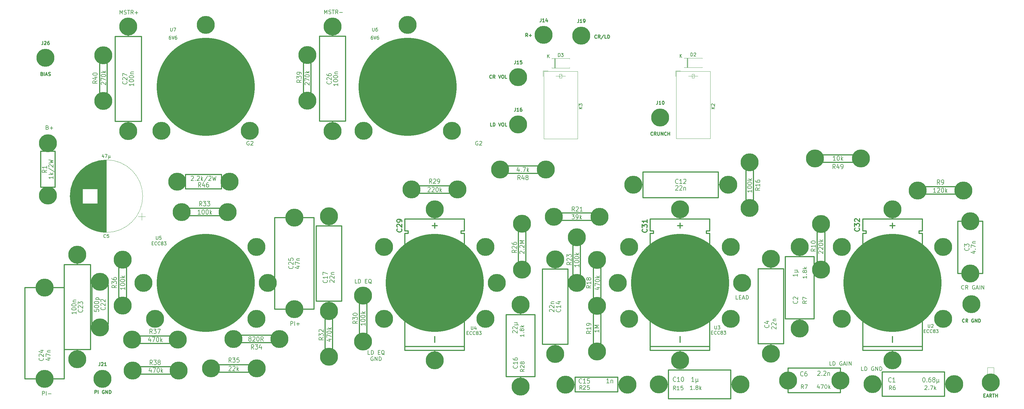
<source format=gto>
G04 #@! TF.GenerationSoftware,KiCad,Pcbnew,9.0.0+dfsg-1*
G04 #@! TF.CreationDate,2025-03-09T18:16:52+01:00*
G04 #@! TF.ProjectId,Dirty Greed PCB,44697274-7920-4477-9265-656420504342,rev?*
G04 #@! TF.SameCoordinates,Original*
G04 #@! TF.FileFunction,Legend,Top*
G04 #@! TF.FilePolarity,Positive*
%FSLAX46Y46*%
G04 Gerber Fmt 4.6, Leading zero omitted, Abs format (unit mm)*
G04 Created by KiCad (PCBNEW 9.0.0+dfsg-1) date 2025-03-09 18:16:52*
%MOMM*%
%LPD*%
G01*
G04 APERTURE LIST*
%ADD10C,0.200000*%
%ADD11C,0.203200*%
%ADD12C,0.304800*%
%ADD13C,0.150000*%
%ADD14C,0.254000*%
%ADD15C,0.120000*%
%ADD16C,5.500000*%
%ADD17C,30.000000*%
G04 APERTURE END LIST*
D10*
X228819199Y-182688142D02*
X228133485Y-182688142D01*
X228476342Y-182688142D02*
X228476342Y-181488142D01*
X228476342Y-181488142D02*
X228362056Y-181659571D01*
X228362056Y-181659571D02*
X228247771Y-181773857D01*
X228247771Y-181773857D02*
X228133485Y-181831000D01*
X229333485Y-182573857D02*
X229390628Y-182631000D01*
X229390628Y-182631000D02*
X229333485Y-182688142D01*
X229333485Y-182688142D02*
X229276342Y-182631000D01*
X229276342Y-182631000D02*
X229333485Y-182573857D01*
X229333485Y-182573857D02*
X229333485Y-182688142D01*
X230076342Y-182002428D02*
X229962057Y-181945285D01*
X229962057Y-181945285D02*
X229904914Y-181888142D01*
X229904914Y-181888142D02*
X229847771Y-181773857D01*
X229847771Y-181773857D02*
X229847771Y-181716714D01*
X229847771Y-181716714D02*
X229904914Y-181602428D01*
X229904914Y-181602428D02*
X229962057Y-181545285D01*
X229962057Y-181545285D02*
X230076342Y-181488142D01*
X230076342Y-181488142D02*
X230304914Y-181488142D01*
X230304914Y-181488142D02*
X230419200Y-181545285D01*
X230419200Y-181545285D02*
X230476342Y-181602428D01*
X230476342Y-181602428D02*
X230533485Y-181716714D01*
X230533485Y-181716714D02*
X230533485Y-181773857D01*
X230533485Y-181773857D02*
X230476342Y-181888142D01*
X230476342Y-181888142D02*
X230419200Y-181945285D01*
X230419200Y-181945285D02*
X230304914Y-182002428D01*
X230304914Y-182002428D02*
X230076342Y-182002428D01*
X230076342Y-182002428D02*
X229962057Y-182059571D01*
X229962057Y-182059571D02*
X229904914Y-182116714D01*
X229904914Y-182116714D02*
X229847771Y-182231000D01*
X229847771Y-182231000D02*
X229847771Y-182459571D01*
X229847771Y-182459571D02*
X229904914Y-182573857D01*
X229904914Y-182573857D02*
X229962057Y-182631000D01*
X229962057Y-182631000D02*
X230076342Y-182688142D01*
X230076342Y-182688142D02*
X230304914Y-182688142D01*
X230304914Y-182688142D02*
X230419200Y-182631000D01*
X230419200Y-182631000D02*
X230476342Y-182573857D01*
X230476342Y-182573857D02*
X230533485Y-182459571D01*
X230533485Y-182459571D02*
X230533485Y-182231000D01*
X230533485Y-182231000D02*
X230476342Y-182116714D01*
X230476342Y-182116714D02*
X230419200Y-182059571D01*
X230419200Y-182059571D02*
X230304914Y-182002428D01*
X231047771Y-182688142D02*
X231047771Y-181488142D01*
X231162057Y-182231000D02*
X231504914Y-182688142D01*
X231504914Y-181888142D02*
X231047771Y-182345285D01*
X177303342Y-165744400D02*
X177303342Y-166430114D01*
X177303342Y-166087257D02*
X176103342Y-166087257D01*
X176103342Y-166087257D02*
X176274771Y-166201543D01*
X176274771Y-166201543D02*
X176389057Y-166315828D01*
X176389057Y-166315828D02*
X176446200Y-166430114D01*
X177189057Y-165230114D02*
X177246200Y-165172971D01*
X177246200Y-165172971D02*
X177303342Y-165230114D01*
X177303342Y-165230114D02*
X177246200Y-165287257D01*
X177246200Y-165287257D02*
X177189057Y-165230114D01*
X177189057Y-165230114D02*
X177303342Y-165230114D01*
X176617628Y-164487257D02*
X176560485Y-164601542D01*
X176560485Y-164601542D02*
X176503342Y-164658685D01*
X176503342Y-164658685D02*
X176389057Y-164715828D01*
X176389057Y-164715828D02*
X176331914Y-164715828D01*
X176331914Y-164715828D02*
X176217628Y-164658685D01*
X176217628Y-164658685D02*
X176160485Y-164601542D01*
X176160485Y-164601542D02*
X176103342Y-164487257D01*
X176103342Y-164487257D02*
X176103342Y-164258685D01*
X176103342Y-164258685D02*
X176160485Y-164144400D01*
X176160485Y-164144400D02*
X176217628Y-164087257D01*
X176217628Y-164087257D02*
X176331914Y-164030114D01*
X176331914Y-164030114D02*
X176389057Y-164030114D01*
X176389057Y-164030114D02*
X176503342Y-164087257D01*
X176503342Y-164087257D02*
X176560485Y-164144400D01*
X176560485Y-164144400D02*
X176617628Y-164258685D01*
X176617628Y-164258685D02*
X176617628Y-164487257D01*
X176617628Y-164487257D02*
X176674771Y-164601542D01*
X176674771Y-164601542D02*
X176731914Y-164658685D01*
X176731914Y-164658685D02*
X176846200Y-164715828D01*
X176846200Y-164715828D02*
X177074771Y-164715828D01*
X177074771Y-164715828D02*
X177189057Y-164658685D01*
X177189057Y-164658685D02*
X177246200Y-164601542D01*
X177246200Y-164601542D02*
X177303342Y-164487257D01*
X177303342Y-164487257D02*
X177303342Y-164258685D01*
X177303342Y-164258685D02*
X177246200Y-164144400D01*
X177246200Y-164144400D02*
X177189057Y-164087257D01*
X177189057Y-164087257D02*
X177074771Y-164030114D01*
X177074771Y-164030114D02*
X176846200Y-164030114D01*
X176846200Y-164030114D02*
X176731914Y-164087257D01*
X176731914Y-164087257D02*
X176674771Y-164144400D01*
X176674771Y-164144400D02*
X176617628Y-164258685D01*
X177303342Y-163515828D02*
X176103342Y-163515828D01*
X176846200Y-163401543D02*
X177303342Y-163058685D01*
X176503342Y-163058685D02*
X176960485Y-163515828D01*
X263764942Y-147913600D02*
X263764942Y-148599314D01*
X263764942Y-148256457D02*
X262564942Y-148256457D01*
X262564942Y-148256457D02*
X262736371Y-148370743D01*
X262736371Y-148370743D02*
X262850657Y-148485028D01*
X262850657Y-148485028D02*
X262907800Y-148599314D01*
X263650657Y-147399314D02*
X263707800Y-147342171D01*
X263707800Y-147342171D02*
X263764942Y-147399314D01*
X263764942Y-147399314D02*
X263707800Y-147456457D01*
X263707800Y-147456457D02*
X263650657Y-147399314D01*
X263650657Y-147399314D02*
X263764942Y-147399314D01*
X263079228Y-146656457D02*
X263022085Y-146770742D01*
X263022085Y-146770742D02*
X262964942Y-146827885D01*
X262964942Y-146827885D02*
X262850657Y-146885028D01*
X262850657Y-146885028D02*
X262793514Y-146885028D01*
X262793514Y-146885028D02*
X262679228Y-146827885D01*
X262679228Y-146827885D02*
X262622085Y-146770742D01*
X262622085Y-146770742D02*
X262564942Y-146656457D01*
X262564942Y-146656457D02*
X262564942Y-146427885D01*
X262564942Y-146427885D02*
X262622085Y-146313600D01*
X262622085Y-146313600D02*
X262679228Y-146256457D01*
X262679228Y-146256457D02*
X262793514Y-146199314D01*
X262793514Y-146199314D02*
X262850657Y-146199314D01*
X262850657Y-146199314D02*
X262964942Y-146256457D01*
X262964942Y-146256457D02*
X263022085Y-146313600D01*
X263022085Y-146313600D02*
X263079228Y-146427885D01*
X263079228Y-146427885D02*
X263079228Y-146656457D01*
X263079228Y-146656457D02*
X263136371Y-146770742D01*
X263136371Y-146770742D02*
X263193514Y-146827885D01*
X263193514Y-146827885D02*
X263307800Y-146885028D01*
X263307800Y-146885028D02*
X263536371Y-146885028D01*
X263536371Y-146885028D02*
X263650657Y-146827885D01*
X263650657Y-146827885D02*
X263707800Y-146770742D01*
X263707800Y-146770742D02*
X263764942Y-146656457D01*
X263764942Y-146656457D02*
X263764942Y-146427885D01*
X263764942Y-146427885D02*
X263707800Y-146313600D01*
X263707800Y-146313600D02*
X263650657Y-146256457D01*
X263650657Y-146256457D02*
X263536371Y-146199314D01*
X263536371Y-146199314D02*
X263307800Y-146199314D01*
X263307800Y-146199314D02*
X263193514Y-146256457D01*
X263193514Y-146256457D02*
X263136371Y-146313600D01*
X263136371Y-146313600D02*
X263079228Y-146427885D01*
X263764942Y-145685028D02*
X262564942Y-145685028D01*
X263307800Y-145570743D02*
X263764942Y-145227885D01*
X262964942Y-145227885D02*
X263422085Y-145685028D01*
X223662971Y-182789742D02*
X223262971Y-182218314D01*
X222977257Y-182789742D02*
X222977257Y-181589742D01*
X222977257Y-181589742D02*
X223434400Y-181589742D01*
X223434400Y-181589742D02*
X223548685Y-181646885D01*
X223548685Y-181646885D02*
X223605828Y-181704028D01*
X223605828Y-181704028D02*
X223662971Y-181818314D01*
X223662971Y-181818314D02*
X223662971Y-181989742D01*
X223662971Y-181989742D02*
X223605828Y-182104028D01*
X223605828Y-182104028D02*
X223548685Y-182161171D01*
X223548685Y-182161171D02*
X223434400Y-182218314D01*
X223434400Y-182218314D02*
X222977257Y-182218314D01*
X224805828Y-182789742D02*
X224120114Y-182789742D01*
X224462971Y-182789742D02*
X224462971Y-181589742D01*
X224462971Y-181589742D02*
X224348685Y-181761171D01*
X224348685Y-181761171D02*
X224234400Y-181875457D01*
X224234400Y-181875457D02*
X224120114Y-181932600D01*
X225891542Y-181589742D02*
X225320114Y-181589742D01*
X225320114Y-181589742D02*
X225262971Y-182161171D01*
X225262971Y-182161171D02*
X225320114Y-182104028D01*
X225320114Y-182104028D02*
X225434400Y-182046885D01*
X225434400Y-182046885D02*
X225720114Y-182046885D01*
X225720114Y-182046885D02*
X225834400Y-182104028D01*
X225834400Y-182104028D02*
X225891542Y-182161171D01*
X225891542Y-182161171D02*
X225948685Y-182275457D01*
X225948685Y-182275457D02*
X225948685Y-182561171D01*
X225948685Y-182561171D02*
X225891542Y-182675457D01*
X225891542Y-182675457D02*
X225834400Y-182732600D01*
X225834400Y-182732600D02*
X225720114Y-182789742D01*
X225720114Y-182789742D02*
X225434400Y-182789742D01*
X225434400Y-182789742D02*
X225320114Y-182732600D01*
X225320114Y-182732600D02*
X225262971Y-182675457D01*
X195037171Y-182662742D02*
X194637171Y-182091314D01*
X194351457Y-182662742D02*
X194351457Y-181462742D01*
X194351457Y-181462742D02*
X194808600Y-181462742D01*
X194808600Y-181462742D02*
X194922885Y-181519885D01*
X194922885Y-181519885D02*
X194980028Y-181577028D01*
X194980028Y-181577028D02*
X195037171Y-181691314D01*
X195037171Y-181691314D02*
X195037171Y-181862742D01*
X195037171Y-181862742D02*
X194980028Y-181977028D01*
X194980028Y-181977028D02*
X194922885Y-182034171D01*
X194922885Y-182034171D02*
X194808600Y-182091314D01*
X194808600Y-182091314D02*
X194351457Y-182091314D01*
X195494314Y-181577028D02*
X195551457Y-181519885D01*
X195551457Y-181519885D02*
X195665743Y-181462742D01*
X195665743Y-181462742D02*
X195951457Y-181462742D01*
X195951457Y-181462742D02*
X196065743Y-181519885D01*
X196065743Y-181519885D02*
X196122885Y-181577028D01*
X196122885Y-181577028D02*
X196180028Y-181691314D01*
X196180028Y-181691314D02*
X196180028Y-181805600D01*
X196180028Y-181805600D02*
X196122885Y-181977028D01*
X196122885Y-181977028D02*
X195437171Y-182662742D01*
X195437171Y-182662742D02*
X196180028Y-182662742D01*
X197265742Y-181462742D02*
X196694314Y-181462742D01*
X196694314Y-181462742D02*
X196637171Y-182034171D01*
X196637171Y-182034171D02*
X196694314Y-181977028D01*
X196694314Y-181977028D02*
X196808600Y-181919885D01*
X196808600Y-181919885D02*
X197094314Y-181919885D01*
X197094314Y-181919885D02*
X197208600Y-181977028D01*
X197208600Y-181977028D02*
X197265742Y-182034171D01*
X197265742Y-182034171D02*
X197322885Y-182148457D01*
X197322885Y-182148457D02*
X197322885Y-182434171D01*
X197322885Y-182434171D02*
X197265742Y-182548457D01*
X197265742Y-182548457D02*
X197208600Y-182605600D01*
X197208600Y-182605600D02*
X197094314Y-182662742D01*
X197094314Y-182662742D02*
X196808600Y-182662742D01*
X196808600Y-182662742D02*
X196694314Y-182605600D01*
X196694314Y-182605600D02*
X196637171Y-182548457D01*
X177404942Y-176437828D02*
X176833514Y-176837828D01*
X177404942Y-177123542D02*
X176204942Y-177123542D01*
X176204942Y-177123542D02*
X176204942Y-176666399D01*
X176204942Y-176666399D02*
X176262085Y-176552114D01*
X176262085Y-176552114D02*
X176319228Y-176494971D01*
X176319228Y-176494971D02*
X176433514Y-176437828D01*
X176433514Y-176437828D02*
X176604942Y-176437828D01*
X176604942Y-176437828D02*
X176719228Y-176494971D01*
X176719228Y-176494971D02*
X176776371Y-176552114D01*
X176776371Y-176552114D02*
X176833514Y-176666399D01*
X176833514Y-176666399D02*
X176833514Y-177123542D01*
X176319228Y-175980685D02*
X176262085Y-175923542D01*
X176262085Y-175923542D02*
X176204942Y-175809257D01*
X176204942Y-175809257D02*
X176204942Y-175523542D01*
X176204942Y-175523542D02*
X176262085Y-175409257D01*
X176262085Y-175409257D02*
X176319228Y-175352114D01*
X176319228Y-175352114D02*
X176433514Y-175294971D01*
X176433514Y-175294971D02*
X176547800Y-175294971D01*
X176547800Y-175294971D02*
X176719228Y-175352114D01*
X176719228Y-175352114D02*
X177404942Y-176037828D01*
X177404942Y-176037828D02*
X177404942Y-175294971D01*
X176719228Y-174609257D02*
X176662085Y-174723542D01*
X176662085Y-174723542D02*
X176604942Y-174780685D01*
X176604942Y-174780685D02*
X176490657Y-174837828D01*
X176490657Y-174837828D02*
X176433514Y-174837828D01*
X176433514Y-174837828D02*
X176319228Y-174780685D01*
X176319228Y-174780685D02*
X176262085Y-174723542D01*
X176262085Y-174723542D02*
X176204942Y-174609257D01*
X176204942Y-174609257D02*
X176204942Y-174380685D01*
X176204942Y-174380685D02*
X176262085Y-174266400D01*
X176262085Y-174266400D02*
X176319228Y-174209257D01*
X176319228Y-174209257D02*
X176433514Y-174152114D01*
X176433514Y-174152114D02*
X176490657Y-174152114D01*
X176490657Y-174152114D02*
X176604942Y-174209257D01*
X176604942Y-174209257D02*
X176662085Y-174266400D01*
X176662085Y-174266400D02*
X176719228Y-174380685D01*
X176719228Y-174380685D02*
X176719228Y-174609257D01*
X176719228Y-174609257D02*
X176776371Y-174723542D01*
X176776371Y-174723542D02*
X176833514Y-174780685D01*
X176833514Y-174780685D02*
X176947800Y-174837828D01*
X176947800Y-174837828D02*
X177176371Y-174837828D01*
X177176371Y-174837828D02*
X177290657Y-174780685D01*
X177290657Y-174780685D02*
X177347800Y-174723542D01*
X177347800Y-174723542D02*
X177404942Y-174609257D01*
X177404942Y-174609257D02*
X177404942Y-174380685D01*
X177404942Y-174380685D02*
X177347800Y-174266400D01*
X177347800Y-174266400D02*
X177290657Y-174209257D01*
X177290657Y-174209257D02*
X177176371Y-174152114D01*
X177176371Y-174152114D02*
X176947800Y-174152114D01*
X176947800Y-174152114D02*
X176833514Y-174209257D01*
X176833514Y-174209257D02*
X176776371Y-174266400D01*
X176776371Y-174266400D02*
X176719228Y-174380685D01*
X263739542Y-155571799D02*
X263168114Y-155971799D01*
X263739542Y-156257513D02*
X262539542Y-156257513D01*
X262539542Y-156257513D02*
X262539542Y-155800370D01*
X262539542Y-155800370D02*
X262596685Y-155686085D01*
X262596685Y-155686085D02*
X262653828Y-155628942D01*
X262653828Y-155628942D02*
X262768114Y-155571799D01*
X262768114Y-155571799D02*
X262939542Y-155571799D01*
X262939542Y-155571799D02*
X263053828Y-155628942D01*
X263053828Y-155628942D02*
X263110971Y-155686085D01*
X263110971Y-155686085D02*
X263168114Y-155800370D01*
X263168114Y-155800370D02*
X263168114Y-156257513D01*
X262539542Y-155171799D02*
X262539542Y-154371799D01*
X262539542Y-154371799D02*
X263739542Y-154886085D01*
X271377113Y-175296742D02*
X270805685Y-175296742D01*
X270805685Y-175296742D02*
X270805685Y-174096742D01*
X271777114Y-175296742D02*
X271777114Y-174096742D01*
X271777114Y-174096742D02*
X272062828Y-174096742D01*
X272062828Y-174096742D02*
X272234257Y-174153885D01*
X272234257Y-174153885D02*
X272348542Y-174268171D01*
X272348542Y-174268171D02*
X272405685Y-174382457D01*
X272405685Y-174382457D02*
X272462828Y-174611028D01*
X272462828Y-174611028D02*
X272462828Y-174782457D01*
X272462828Y-174782457D02*
X272405685Y-175011028D01*
X272405685Y-175011028D02*
X272348542Y-175125314D01*
X272348542Y-175125314D02*
X272234257Y-175239600D01*
X272234257Y-175239600D02*
X272062828Y-175296742D01*
X272062828Y-175296742D02*
X271777114Y-175296742D01*
X274519971Y-174153885D02*
X274405686Y-174096742D01*
X274405686Y-174096742D02*
X274234257Y-174096742D01*
X274234257Y-174096742D02*
X274062828Y-174153885D01*
X274062828Y-174153885D02*
X273948543Y-174268171D01*
X273948543Y-174268171D02*
X273891400Y-174382457D01*
X273891400Y-174382457D02*
X273834257Y-174611028D01*
X273834257Y-174611028D02*
X273834257Y-174782457D01*
X273834257Y-174782457D02*
X273891400Y-175011028D01*
X273891400Y-175011028D02*
X273948543Y-175125314D01*
X273948543Y-175125314D02*
X274062828Y-175239600D01*
X274062828Y-175239600D02*
X274234257Y-175296742D01*
X274234257Y-175296742D02*
X274348543Y-175296742D01*
X274348543Y-175296742D02*
X274519971Y-175239600D01*
X274519971Y-175239600D02*
X274577114Y-175182457D01*
X274577114Y-175182457D02*
X274577114Y-174782457D01*
X274577114Y-174782457D02*
X274348543Y-174782457D01*
X275034257Y-174953885D02*
X275605686Y-174953885D01*
X274919971Y-175296742D02*
X275319971Y-174096742D01*
X275319971Y-174096742D02*
X275719971Y-175296742D01*
X276119971Y-175296742D02*
X276119971Y-174096742D01*
X276691400Y-175296742D02*
X276691400Y-174096742D01*
X276691400Y-174096742D02*
X277377114Y-175296742D01*
X277377114Y-175296742D02*
X277377114Y-174096742D01*
X281102113Y-176896942D02*
X280530685Y-176896942D01*
X280530685Y-176896942D02*
X280530685Y-175696942D01*
X281502114Y-176896942D02*
X281502114Y-175696942D01*
X281502114Y-175696942D02*
X281787828Y-175696942D01*
X281787828Y-175696942D02*
X281959257Y-175754085D01*
X281959257Y-175754085D02*
X282073542Y-175868371D01*
X282073542Y-175868371D02*
X282130685Y-175982657D01*
X282130685Y-175982657D02*
X282187828Y-176211228D01*
X282187828Y-176211228D02*
X282187828Y-176382657D01*
X282187828Y-176382657D02*
X282130685Y-176611228D01*
X282130685Y-176611228D02*
X282073542Y-176725514D01*
X282073542Y-176725514D02*
X281959257Y-176839800D01*
X281959257Y-176839800D02*
X281787828Y-176896942D01*
X281787828Y-176896942D02*
X281502114Y-176896942D01*
X284244971Y-175754085D02*
X284130686Y-175696942D01*
X284130686Y-175696942D02*
X283959257Y-175696942D01*
X283959257Y-175696942D02*
X283787828Y-175754085D01*
X283787828Y-175754085D02*
X283673543Y-175868371D01*
X283673543Y-175868371D02*
X283616400Y-175982657D01*
X283616400Y-175982657D02*
X283559257Y-176211228D01*
X283559257Y-176211228D02*
X283559257Y-176382657D01*
X283559257Y-176382657D02*
X283616400Y-176611228D01*
X283616400Y-176611228D02*
X283673543Y-176725514D01*
X283673543Y-176725514D02*
X283787828Y-176839800D01*
X283787828Y-176839800D02*
X283959257Y-176896942D01*
X283959257Y-176896942D02*
X284073543Y-176896942D01*
X284073543Y-176896942D02*
X284244971Y-176839800D01*
X284244971Y-176839800D02*
X284302114Y-176782657D01*
X284302114Y-176782657D02*
X284302114Y-176382657D01*
X284302114Y-176382657D02*
X284073543Y-176382657D01*
X284816400Y-176896942D02*
X284816400Y-175696942D01*
X284816400Y-175696942D02*
X285502114Y-176896942D01*
X285502114Y-176896942D02*
X285502114Y-175696942D01*
X286073543Y-176896942D02*
X286073543Y-175696942D01*
X286073543Y-175696942D02*
X286359257Y-175696942D01*
X286359257Y-175696942D02*
X286530686Y-175754085D01*
X286530686Y-175754085D02*
X286644971Y-175868371D01*
X286644971Y-175868371D02*
X286702114Y-175982657D01*
X286702114Y-175982657D02*
X286759257Y-176211228D01*
X286759257Y-176211228D02*
X286759257Y-176382657D01*
X286759257Y-176382657D02*
X286702114Y-176611228D01*
X286702114Y-176611228D02*
X286644971Y-176725514D01*
X286644971Y-176725514D02*
X286530686Y-176839800D01*
X286530686Y-176839800D02*
X286359257Y-176896942D01*
X286359257Y-176896942D02*
X286073543Y-176896942D01*
X130222856Y-171917776D02*
X129651428Y-171917776D01*
X129651428Y-171917776D02*
X129651428Y-170717776D01*
X130622857Y-171917776D02*
X130622857Y-170717776D01*
X130622857Y-170717776D02*
X130908571Y-170717776D01*
X130908571Y-170717776D02*
X131080000Y-170774919D01*
X131080000Y-170774919D02*
X131194285Y-170889205D01*
X131194285Y-170889205D02*
X131251428Y-171003491D01*
X131251428Y-171003491D02*
X131308571Y-171232062D01*
X131308571Y-171232062D02*
X131308571Y-171403491D01*
X131308571Y-171403491D02*
X131251428Y-171632062D01*
X131251428Y-171632062D02*
X131194285Y-171746348D01*
X131194285Y-171746348D02*
X131080000Y-171860634D01*
X131080000Y-171860634D02*
X130908571Y-171917776D01*
X130908571Y-171917776D02*
X130622857Y-171917776D01*
X132737143Y-171289205D02*
X133137143Y-171289205D01*
X133308571Y-171917776D02*
X132737143Y-171917776D01*
X132737143Y-171917776D02*
X132737143Y-170717776D01*
X132737143Y-170717776D02*
X133308571Y-170717776D01*
X134622857Y-172032062D02*
X134508571Y-171974919D01*
X134508571Y-171974919D02*
X134394285Y-171860634D01*
X134394285Y-171860634D02*
X134222857Y-171689205D01*
X134222857Y-171689205D02*
X134108571Y-171632062D01*
X134108571Y-171632062D02*
X133994285Y-171632062D01*
X134051428Y-171917776D02*
X133937143Y-171860634D01*
X133937143Y-171860634D02*
X133822857Y-171746348D01*
X133822857Y-171746348D02*
X133765714Y-171517776D01*
X133765714Y-171517776D02*
X133765714Y-171117776D01*
X133765714Y-171117776D02*
X133822857Y-170889205D01*
X133822857Y-170889205D02*
X133937143Y-170774919D01*
X133937143Y-170774919D02*
X134051428Y-170717776D01*
X134051428Y-170717776D02*
X134280000Y-170717776D01*
X134280000Y-170717776D02*
X134394285Y-170774919D01*
X134394285Y-170774919D02*
X134508571Y-170889205D01*
X134508571Y-170889205D02*
X134565714Y-171117776D01*
X134565714Y-171117776D02*
X134565714Y-171517776D01*
X134565714Y-171517776D02*
X134508571Y-171746348D01*
X134508571Y-171746348D02*
X134394285Y-171860634D01*
X134394285Y-171860634D02*
X134280000Y-171917776D01*
X134280000Y-171917776D02*
X134051428Y-171917776D01*
X131165714Y-172706852D02*
X131051429Y-172649709D01*
X131051429Y-172649709D02*
X130880000Y-172649709D01*
X130880000Y-172649709D02*
X130708571Y-172706852D01*
X130708571Y-172706852D02*
X130594286Y-172821138D01*
X130594286Y-172821138D02*
X130537143Y-172935424D01*
X130537143Y-172935424D02*
X130480000Y-173163995D01*
X130480000Y-173163995D02*
X130480000Y-173335424D01*
X130480000Y-173335424D02*
X130537143Y-173563995D01*
X130537143Y-173563995D02*
X130594286Y-173678281D01*
X130594286Y-173678281D02*
X130708571Y-173792567D01*
X130708571Y-173792567D02*
X130880000Y-173849709D01*
X130880000Y-173849709D02*
X130994286Y-173849709D01*
X130994286Y-173849709D02*
X131165714Y-173792567D01*
X131165714Y-173792567D02*
X131222857Y-173735424D01*
X131222857Y-173735424D02*
X131222857Y-173335424D01*
X131222857Y-173335424D02*
X130994286Y-173335424D01*
X131737143Y-173849709D02*
X131737143Y-172649709D01*
X131737143Y-172649709D02*
X132422857Y-173849709D01*
X132422857Y-173849709D02*
X132422857Y-172649709D01*
X132994286Y-173849709D02*
X132994286Y-172649709D01*
X132994286Y-172649709D02*
X133280000Y-172649709D01*
X133280000Y-172649709D02*
X133451429Y-172706852D01*
X133451429Y-172706852D02*
X133565714Y-172821138D01*
X133565714Y-172821138D02*
X133622857Y-172935424D01*
X133622857Y-172935424D02*
X133680000Y-173163995D01*
X133680000Y-173163995D02*
X133680000Y-173335424D01*
X133680000Y-173335424D02*
X133622857Y-173563995D01*
X133622857Y-173563995D02*
X133565714Y-173678281D01*
X133565714Y-173678281D02*
X133451429Y-173792567D01*
X133451429Y-173792567D02*
X133280000Y-173849709D01*
X133280000Y-173849709D02*
X132994286Y-173849709D01*
X126285856Y-150099942D02*
X125714428Y-150099942D01*
X125714428Y-150099942D02*
X125714428Y-148899942D01*
X126685857Y-150099942D02*
X126685857Y-148899942D01*
X126685857Y-148899942D02*
X126971571Y-148899942D01*
X126971571Y-148899942D02*
X127143000Y-148957085D01*
X127143000Y-148957085D02*
X127257285Y-149071371D01*
X127257285Y-149071371D02*
X127314428Y-149185657D01*
X127314428Y-149185657D02*
X127371571Y-149414228D01*
X127371571Y-149414228D02*
X127371571Y-149585657D01*
X127371571Y-149585657D02*
X127314428Y-149814228D01*
X127314428Y-149814228D02*
X127257285Y-149928514D01*
X127257285Y-149928514D02*
X127143000Y-150042800D01*
X127143000Y-150042800D02*
X126971571Y-150099942D01*
X126971571Y-150099942D02*
X126685857Y-150099942D01*
X128800143Y-149471371D02*
X129200143Y-149471371D01*
X129371571Y-150099942D02*
X128800143Y-150099942D01*
X128800143Y-150099942D02*
X128800143Y-148899942D01*
X128800143Y-148899942D02*
X129371571Y-148899942D01*
X130685857Y-150214228D02*
X130571571Y-150157085D01*
X130571571Y-150157085D02*
X130457285Y-150042800D01*
X130457285Y-150042800D02*
X130285857Y-149871371D01*
X130285857Y-149871371D02*
X130171571Y-149814228D01*
X130171571Y-149814228D02*
X130057285Y-149814228D01*
X130114428Y-150099942D02*
X130000143Y-150042800D01*
X130000143Y-150042800D02*
X129885857Y-149928514D01*
X129885857Y-149928514D02*
X129828714Y-149699942D01*
X129828714Y-149699942D02*
X129828714Y-149299942D01*
X129828714Y-149299942D02*
X129885857Y-149071371D01*
X129885857Y-149071371D02*
X130000143Y-148957085D01*
X130000143Y-148957085D02*
X130114428Y-148899942D01*
X130114428Y-148899942D02*
X130343000Y-148899942D01*
X130343000Y-148899942D02*
X130457285Y-148957085D01*
X130457285Y-148957085D02*
X130571571Y-149071371D01*
X130571571Y-149071371D02*
X130628714Y-149299942D01*
X130628714Y-149299942D02*
X130628714Y-149699942D01*
X130628714Y-149699942D02*
X130571571Y-149928514D01*
X130571571Y-149928514D02*
X130457285Y-150042800D01*
X130457285Y-150042800D02*
X130343000Y-150099942D01*
X130343000Y-150099942D02*
X130114428Y-150099942D01*
X105997543Y-163028542D02*
X105997543Y-161828542D01*
X105997543Y-161828542D02*
X106454686Y-161828542D01*
X106454686Y-161828542D02*
X106568971Y-161885685D01*
X106568971Y-161885685D02*
X106626114Y-161942828D01*
X106626114Y-161942828D02*
X106683257Y-162057114D01*
X106683257Y-162057114D02*
X106683257Y-162228542D01*
X106683257Y-162228542D02*
X106626114Y-162342828D01*
X106626114Y-162342828D02*
X106568971Y-162399971D01*
X106568971Y-162399971D02*
X106454686Y-162457114D01*
X106454686Y-162457114D02*
X105997543Y-162457114D01*
X107197543Y-163028542D02*
X107197543Y-161828542D01*
X107768972Y-162571400D02*
X108683258Y-162571400D01*
X108226115Y-163028542D02*
X108226115Y-162114257D01*
X30076943Y-184415342D02*
X30076943Y-183215342D01*
X30076943Y-183215342D02*
X30534086Y-183215342D01*
X30534086Y-183215342D02*
X30648371Y-183272485D01*
X30648371Y-183272485D02*
X30705514Y-183329628D01*
X30705514Y-183329628D02*
X30762657Y-183443914D01*
X30762657Y-183443914D02*
X30762657Y-183615342D01*
X30762657Y-183615342D02*
X30705514Y-183729628D01*
X30705514Y-183729628D02*
X30648371Y-183786771D01*
X30648371Y-183786771D02*
X30534086Y-183843914D01*
X30534086Y-183843914D02*
X30076943Y-183843914D01*
X31276943Y-184415342D02*
X31276943Y-183215342D01*
X31848372Y-183958200D02*
X32762658Y-183958200D01*
X116308771Y-67651542D02*
X116308771Y-66451542D01*
X116308771Y-66451542D02*
X116708771Y-67308685D01*
X116708771Y-67308685D02*
X117108771Y-66451542D01*
X117108771Y-66451542D02*
X117108771Y-67651542D01*
X117623057Y-67594400D02*
X117794486Y-67651542D01*
X117794486Y-67651542D02*
X118080200Y-67651542D01*
X118080200Y-67651542D02*
X118194486Y-67594400D01*
X118194486Y-67594400D02*
X118251628Y-67537257D01*
X118251628Y-67537257D02*
X118308771Y-67422971D01*
X118308771Y-67422971D02*
X118308771Y-67308685D01*
X118308771Y-67308685D02*
X118251628Y-67194400D01*
X118251628Y-67194400D02*
X118194486Y-67137257D01*
X118194486Y-67137257D02*
X118080200Y-67080114D01*
X118080200Y-67080114D02*
X117851628Y-67022971D01*
X117851628Y-67022971D02*
X117737343Y-66965828D01*
X117737343Y-66965828D02*
X117680200Y-66908685D01*
X117680200Y-66908685D02*
X117623057Y-66794400D01*
X117623057Y-66794400D02*
X117623057Y-66680114D01*
X117623057Y-66680114D02*
X117680200Y-66565828D01*
X117680200Y-66565828D02*
X117737343Y-66508685D01*
X117737343Y-66508685D02*
X117851628Y-66451542D01*
X117851628Y-66451542D02*
X118137343Y-66451542D01*
X118137343Y-66451542D02*
X118308771Y-66508685D01*
X118651628Y-66451542D02*
X119337343Y-66451542D01*
X118994485Y-67651542D02*
X118994485Y-66451542D01*
X120423057Y-67651542D02*
X120023057Y-67080114D01*
X119737343Y-67651542D02*
X119737343Y-66451542D01*
X119737343Y-66451542D02*
X120194486Y-66451542D01*
X120194486Y-66451542D02*
X120308771Y-66508685D01*
X120308771Y-66508685D02*
X120365914Y-66565828D01*
X120365914Y-66565828D02*
X120423057Y-66680114D01*
X120423057Y-66680114D02*
X120423057Y-66851542D01*
X120423057Y-66851542D02*
X120365914Y-66965828D01*
X120365914Y-66965828D02*
X120308771Y-67022971D01*
X120308771Y-67022971D02*
X120194486Y-67080114D01*
X120194486Y-67080114D02*
X119737343Y-67080114D01*
X120937343Y-67194400D02*
X121851629Y-67194400D01*
X53743571Y-67753142D02*
X53743571Y-66553142D01*
X53743571Y-66553142D02*
X54143571Y-67410285D01*
X54143571Y-67410285D02*
X54543571Y-66553142D01*
X54543571Y-66553142D02*
X54543571Y-67753142D01*
X55057857Y-67696000D02*
X55229286Y-67753142D01*
X55229286Y-67753142D02*
X55515000Y-67753142D01*
X55515000Y-67753142D02*
X55629286Y-67696000D01*
X55629286Y-67696000D02*
X55686428Y-67638857D01*
X55686428Y-67638857D02*
X55743571Y-67524571D01*
X55743571Y-67524571D02*
X55743571Y-67410285D01*
X55743571Y-67410285D02*
X55686428Y-67296000D01*
X55686428Y-67296000D02*
X55629286Y-67238857D01*
X55629286Y-67238857D02*
X55515000Y-67181714D01*
X55515000Y-67181714D02*
X55286428Y-67124571D01*
X55286428Y-67124571D02*
X55172143Y-67067428D01*
X55172143Y-67067428D02*
X55115000Y-67010285D01*
X55115000Y-67010285D02*
X55057857Y-66896000D01*
X55057857Y-66896000D02*
X55057857Y-66781714D01*
X55057857Y-66781714D02*
X55115000Y-66667428D01*
X55115000Y-66667428D02*
X55172143Y-66610285D01*
X55172143Y-66610285D02*
X55286428Y-66553142D01*
X55286428Y-66553142D02*
X55572143Y-66553142D01*
X55572143Y-66553142D02*
X55743571Y-66610285D01*
X56086428Y-66553142D02*
X56772143Y-66553142D01*
X56429285Y-67753142D02*
X56429285Y-66553142D01*
X57857857Y-67753142D02*
X57457857Y-67181714D01*
X57172143Y-67753142D02*
X57172143Y-66553142D01*
X57172143Y-66553142D02*
X57629286Y-66553142D01*
X57629286Y-66553142D02*
X57743571Y-66610285D01*
X57743571Y-66610285D02*
X57800714Y-66667428D01*
X57800714Y-66667428D02*
X57857857Y-66781714D01*
X57857857Y-66781714D02*
X57857857Y-66953142D01*
X57857857Y-66953142D02*
X57800714Y-67067428D01*
X57800714Y-67067428D02*
X57743571Y-67124571D01*
X57743571Y-67124571D02*
X57629286Y-67181714D01*
X57629286Y-67181714D02*
X57172143Y-67181714D01*
X58372143Y-67296000D02*
X59286429Y-67296000D01*
X58829286Y-67753142D02*
X58829286Y-66838857D01*
X93265657Y-106716885D02*
X93151372Y-106659742D01*
X93151372Y-106659742D02*
X92979943Y-106659742D01*
X92979943Y-106659742D02*
X92808514Y-106716885D01*
X92808514Y-106716885D02*
X92694229Y-106831171D01*
X92694229Y-106831171D02*
X92637086Y-106945457D01*
X92637086Y-106945457D02*
X92579943Y-107174028D01*
X92579943Y-107174028D02*
X92579943Y-107345457D01*
X92579943Y-107345457D02*
X92637086Y-107574028D01*
X92637086Y-107574028D02*
X92694229Y-107688314D01*
X92694229Y-107688314D02*
X92808514Y-107802600D01*
X92808514Y-107802600D02*
X92979943Y-107859742D01*
X92979943Y-107859742D02*
X93094229Y-107859742D01*
X93094229Y-107859742D02*
X93265657Y-107802600D01*
X93265657Y-107802600D02*
X93322800Y-107745457D01*
X93322800Y-107745457D02*
X93322800Y-107345457D01*
X93322800Y-107345457D02*
X93094229Y-107345457D01*
X93779943Y-106774028D02*
X93837086Y-106716885D01*
X93837086Y-106716885D02*
X93951372Y-106659742D01*
X93951372Y-106659742D02*
X94237086Y-106659742D01*
X94237086Y-106659742D02*
X94351372Y-106716885D01*
X94351372Y-106716885D02*
X94408514Y-106774028D01*
X94408514Y-106774028D02*
X94465657Y-106888314D01*
X94465657Y-106888314D02*
X94465657Y-107002600D01*
X94465657Y-107002600D02*
X94408514Y-107174028D01*
X94408514Y-107174028D02*
X93722800Y-107859742D01*
X93722800Y-107859742D02*
X94465657Y-107859742D01*
X163217257Y-106716885D02*
X163102972Y-106659742D01*
X163102972Y-106659742D02*
X162931543Y-106659742D01*
X162931543Y-106659742D02*
X162760114Y-106716885D01*
X162760114Y-106716885D02*
X162645829Y-106831171D01*
X162645829Y-106831171D02*
X162588686Y-106945457D01*
X162588686Y-106945457D02*
X162531543Y-107174028D01*
X162531543Y-107174028D02*
X162531543Y-107345457D01*
X162531543Y-107345457D02*
X162588686Y-107574028D01*
X162588686Y-107574028D02*
X162645829Y-107688314D01*
X162645829Y-107688314D02*
X162760114Y-107802600D01*
X162760114Y-107802600D02*
X162931543Y-107859742D01*
X162931543Y-107859742D02*
X163045829Y-107859742D01*
X163045829Y-107859742D02*
X163217257Y-107802600D01*
X163217257Y-107802600D02*
X163274400Y-107745457D01*
X163274400Y-107745457D02*
X163274400Y-107345457D01*
X163274400Y-107345457D02*
X163045829Y-107345457D01*
X163731543Y-106774028D02*
X163788686Y-106716885D01*
X163788686Y-106716885D02*
X163902972Y-106659742D01*
X163902972Y-106659742D02*
X164188686Y-106659742D01*
X164188686Y-106659742D02*
X164302972Y-106716885D01*
X164302972Y-106716885D02*
X164360114Y-106774028D01*
X164360114Y-106774028D02*
X164417257Y-106888314D01*
X164417257Y-106888314D02*
X164417257Y-107002600D01*
X164417257Y-107002600D02*
X164360114Y-107174028D01*
X164360114Y-107174028D02*
X163674400Y-107859742D01*
X163674400Y-107859742D02*
X164417257Y-107859742D01*
X31592857Y-102416171D02*
X31764285Y-102473314D01*
X31764285Y-102473314D02*
X31821428Y-102530457D01*
X31821428Y-102530457D02*
X31878571Y-102644742D01*
X31878571Y-102644742D02*
X31878571Y-102816171D01*
X31878571Y-102816171D02*
X31821428Y-102930457D01*
X31821428Y-102930457D02*
X31764285Y-102987600D01*
X31764285Y-102987600D02*
X31650000Y-103044742D01*
X31650000Y-103044742D02*
X31192857Y-103044742D01*
X31192857Y-103044742D02*
X31192857Y-101844742D01*
X31192857Y-101844742D02*
X31592857Y-101844742D01*
X31592857Y-101844742D02*
X31707143Y-101901885D01*
X31707143Y-101901885D02*
X31764285Y-101959028D01*
X31764285Y-101959028D02*
X31821428Y-102073314D01*
X31821428Y-102073314D02*
X31821428Y-102187600D01*
X31821428Y-102187600D02*
X31764285Y-102301885D01*
X31764285Y-102301885D02*
X31707143Y-102359028D01*
X31707143Y-102359028D02*
X31592857Y-102416171D01*
X31592857Y-102416171D02*
X31192857Y-102416171D01*
X32392857Y-102587600D02*
X33307143Y-102587600D01*
X32850000Y-103044742D02*
X32850000Y-102130457D01*
X242732085Y-155052942D02*
X242160657Y-155052942D01*
X242160657Y-155052942D02*
X242160657Y-153852942D01*
X243132086Y-154424371D02*
X243532086Y-154424371D01*
X243703514Y-155052942D02*
X243132086Y-155052942D01*
X243132086Y-155052942D02*
X243132086Y-153852942D01*
X243132086Y-153852942D02*
X243703514Y-153852942D01*
X244160657Y-154710085D02*
X244732086Y-154710085D01*
X244046371Y-155052942D02*
X244446371Y-153852942D01*
X244446371Y-153852942D02*
X244846371Y-155052942D01*
X245246371Y-155052942D02*
X245246371Y-153852942D01*
X245246371Y-153852942D02*
X245532085Y-153852942D01*
X245532085Y-153852942D02*
X245703514Y-153910085D01*
X245703514Y-153910085D02*
X245817799Y-154024371D01*
X245817799Y-154024371D02*
X245874942Y-154138657D01*
X245874942Y-154138657D02*
X245932085Y-154367228D01*
X245932085Y-154367228D02*
X245932085Y-154538657D01*
X245932085Y-154538657D02*
X245874942Y-154767228D01*
X245874942Y-154767228D02*
X245817799Y-154881514D01*
X245817799Y-154881514D02*
X245703514Y-154995800D01*
X245703514Y-154995800D02*
X245532085Y-155052942D01*
X245532085Y-155052942D02*
X245246371Y-155052942D01*
X289715600Y-182738942D02*
X289315600Y-182167514D01*
X289029886Y-182738942D02*
X289029886Y-181538942D01*
X289029886Y-181538942D02*
X289487029Y-181538942D01*
X289487029Y-181538942D02*
X289601314Y-181596085D01*
X289601314Y-181596085D02*
X289658457Y-181653228D01*
X289658457Y-181653228D02*
X289715600Y-181767514D01*
X289715600Y-181767514D02*
X289715600Y-181938942D01*
X289715600Y-181938942D02*
X289658457Y-182053228D01*
X289658457Y-182053228D02*
X289601314Y-182110371D01*
X289601314Y-182110371D02*
X289487029Y-182167514D01*
X289487029Y-182167514D02*
X289029886Y-182167514D01*
X290744172Y-181538942D02*
X290515600Y-181538942D01*
X290515600Y-181538942D02*
X290401314Y-181596085D01*
X290401314Y-181596085D02*
X290344172Y-181653228D01*
X290344172Y-181653228D02*
X290229886Y-181824657D01*
X290229886Y-181824657D02*
X290172743Y-182053228D01*
X290172743Y-182053228D02*
X290172743Y-182510371D01*
X290172743Y-182510371D02*
X290229886Y-182624657D01*
X290229886Y-182624657D02*
X290287029Y-182681800D01*
X290287029Y-182681800D02*
X290401314Y-182738942D01*
X290401314Y-182738942D02*
X290629886Y-182738942D01*
X290629886Y-182738942D02*
X290744172Y-182681800D01*
X290744172Y-182681800D02*
X290801314Y-182624657D01*
X290801314Y-182624657D02*
X290858457Y-182510371D01*
X290858457Y-182510371D02*
X290858457Y-182224657D01*
X290858457Y-182224657D02*
X290801314Y-182110371D01*
X290801314Y-182110371D02*
X290744172Y-182053228D01*
X290744172Y-182053228D02*
X290629886Y-181996085D01*
X290629886Y-181996085D02*
X290401314Y-181996085D01*
X290401314Y-181996085D02*
X290287029Y-182053228D01*
X290287029Y-182053228D02*
X290229886Y-182110371D01*
X290229886Y-182110371D02*
X290172743Y-182224657D01*
X311839314Y-151865257D02*
X311782171Y-151922400D01*
X311782171Y-151922400D02*
X311610743Y-151979542D01*
X311610743Y-151979542D02*
X311496457Y-151979542D01*
X311496457Y-151979542D02*
X311325028Y-151922400D01*
X311325028Y-151922400D02*
X311210743Y-151808114D01*
X311210743Y-151808114D02*
X311153600Y-151693828D01*
X311153600Y-151693828D02*
X311096457Y-151465257D01*
X311096457Y-151465257D02*
X311096457Y-151293828D01*
X311096457Y-151293828D02*
X311153600Y-151065257D01*
X311153600Y-151065257D02*
X311210743Y-150950971D01*
X311210743Y-150950971D02*
X311325028Y-150836685D01*
X311325028Y-150836685D02*
X311496457Y-150779542D01*
X311496457Y-150779542D02*
X311610743Y-150779542D01*
X311610743Y-150779542D02*
X311782171Y-150836685D01*
X311782171Y-150836685D02*
X311839314Y-150893828D01*
X313039314Y-151979542D02*
X312639314Y-151408114D01*
X312353600Y-151979542D02*
X312353600Y-150779542D01*
X312353600Y-150779542D02*
X312810743Y-150779542D01*
X312810743Y-150779542D02*
X312925028Y-150836685D01*
X312925028Y-150836685D02*
X312982171Y-150893828D01*
X312982171Y-150893828D02*
X313039314Y-151008114D01*
X313039314Y-151008114D02*
X313039314Y-151179542D01*
X313039314Y-151179542D02*
X312982171Y-151293828D01*
X312982171Y-151293828D02*
X312925028Y-151350971D01*
X312925028Y-151350971D02*
X312810743Y-151408114D01*
X312810743Y-151408114D02*
X312353600Y-151408114D01*
X315096457Y-150836685D02*
X314982172Y-150779542D01*
X314982172Y-150779542D02*
X314810743Y-150779542D01*
X314810743Y-150779542D02*
X314639314Y-150836685D01*
X314639314Y-150836685D02*
X314525029Y-150950971D01*
X314525029Y-150950971D02*
X314467886Y-151065257D01*
X314467886Y-151065257D02*
X314410743Y-151293828D01*
X314410743Y-151293828D02*
X314410743Y-151465257D01*
X314410743Y-151465257D02*
X314467886Y-151693828D01*
X314467886Y-151693828D02*
X314525029Y-151808114D01*
X314525029Y-151808114D02*
X314639314Y-151922400D01*
X314639314Y-151922400D02*
X314810743Y-151979542D01*
X314810743Y-151979542D02*
X314925029Y-151979542D01*
X314925029Y-151979542D02*
X315096457Y-151922400D01*
X315096457Y-151922400D02*
X315153600Y-151865257D01*
X315153600Y-151865257D02*
X315153600Y-151465257D01*
X315153600Y-151465257D02*
X314925029Y-151465257D01*
X315610743Y-151636685D02*
X316182172Y-151636685D01*
X315496457Y-151979542D02*
X315896457Y-150779542D01*
X315896457Y-150779542D02*
X316296457Y-151979542D01*
X316696457Y-151979542D02*
X316696457Y-150779542D01*
X317267886Y-151979542D02*
X317267886Y-150779542D01*
X317267886Y-150779542D02*
X317953600Y-151979542D01*
X317953600Y-151979542D02*
X317953600Y-150779542D01*
X267560600Y-181583342D02*
X267560600Y-182383342D01*
X267274885Y-181126200D02*
X266989171Y-181983342D01*
X266989171Y-181983342D02*
X267732028Y-181983342D01*
X268074885Y-181183342D02*
X268874885Y-181183342D01*
X268874885Y-181183342D02*
X268360599Y-182383342D01*
X269560599Y-181183342D02*
X269674885Y-181183342D01*
X269674885Y-181183342D02*
X269789171Y-181240485D01*
X269789171Y-181240485D02*
X269846314Y-181297628D01*
X269846314Y-181297628D02*
X269903456Y-181411914D01*
X269903456Y-181411914D02*
X269960599Y-181640485D01*
X269960599Y-181640485D02*
X269960599Y-181926200D01*
X269960599Y-181926200D02*
X269903456Y-182154771D01*
X269903456Y-182154771D02*
X269846314Y-182269057D01*
X269846314Y-182269057D02*
X269789171Y-182326200D01*
X269789171Y-182326200D02*
X269674885Y-182383342D01*
X269674885Y-182383342D02*
X269560599Y-182383342D01*
X269560599Y-182383342D02*
X269446314Y-182326200D01*
X269446314Y-182326200D02*
X269389171Y-182269057D01*
X269389171Y-182269057D02*
X269332028Y-182154771D01*
X269332028Y-182154771D02*
X269274885Y-181926200D01*
X269274885Y-181926200D02*
X269274885Y-181640485D01*
X269274885Y-181640485D02*
X269332028Y-181411914D01*
X269332028Y-181411914D02*
X269389171Y-181297628D01*
X269389171Y-181297628D02*
X269446314Y-181240485D01*
X269446314Y-181240485D02*
X269560599Y-181183342D01*
X270474885Y-182383342D02*
X270474885Y-181183342D01*
X270589171Y-181926200D02*
X270932028Y-182383342D01*
X270932028Y-181583342D02*
X270474885Y-182040485D01*
X262817000Y-182383342D02*
X262417000Y-181811914D01*
X262131286Y-182383342D02*
X262131286Y-181183342D01*
X262131286Y-181183342D02*
X262588429Y-181183342D01*
X262588429Y-181183342D02*
X262702714Y-181240485D01*
X262702714Y-181240485D02*
X262759857Y-181297628D01*
X262759857Y-181297628D02*
X262817000Y-181411914D01*
X262817000Y-181411914D02*
X262817000Y-181583342D01*
X262817000Y-181583342D02*
X262759857Y-181697628D01*
X262759857Y-181697628D02*
X262702714Y-181754771D01*
X262702714Y-181754771D02*
X262588429Y-181811914D01*
X262588429Y-181811914D02*
X262131286Y-181811914D01*
X263217000Y-181183342D02*
X264017000Y-181183342D01*
X264017000Y-181183342D02*
X263502714Y-182383342D01*
X299888485Y-181602428D02*
X299945628Y-181545285D01*
X299945628Y-181545285D02*
X300059914Y-181488142D01*
X300059914Y-181488142D02*
X300345628Y-181488142D01*
X300345628Y-181488142D02*
X300459914Y-181545285D01*
X300459914Y-181545285D02*
X300517056Y-181602428D01*
X300517056Y-181602428D02*
X300574199Y-181716714D01*
X300574199Y-181716714D02*
X300574199Y-181831000D01*
X300574199Y-181831000D02*
X300517056Y-182002428D01*
X300517056Y-182002428D02*
X299831342Y-182688142D01*
X299831342Y-182688142D02*
X300574199Y-182688142D01*
X301088485Y-182573857D02*
X301145628Y-182631000D01*
X301145628Y-182631000D02*
X301088485Y-182688142D01*
X301088485Y-182688142D02*
X301031342Y-182631000D01*
X301031342Y-182631000D02*
X301088485Y-182573857D01*
X301088485Y-182573857D02*
X301088485Y-182688142D01*
X301545628Y-181488142D02*
X302345628Y-181488142D01*
X302345628Y-181488142D02*
X301831342Y-182688142D01*
X302802771Y-182688142D02*
X302802771Y-181488142D01*
X302917057Y-182231000D02*
X303259914Y-182688142D01*
X303259914Y-181888142D02*
X302802771Y-182345285D01*
D11*
X289576933Y-180283864D02*
X289516457Y-180350388D01*
X289516457Y-180350388D02*
X289335028Y-180416911D01*
X289335028Y-180416911D02*
X289214076Y-180416911D01*
X289214076Y-180416911D02*
X289032647Y-180350388D01*
X289032647Y-180350388D02*
X288911695Y-180217340D01*
X288911695Y-180217340D02*
X288851218Y-180084292D01*
X288851218Y-180084292D02*
X288790742Y-179818197D01*
X288790742Y-179818197D02*
X288790742Y-179618626D01*
X288790742Y-179618626D02*
X288851218Y-179352530D01*
X288851218Y-179352530D02*
X288911695Y-179219483D01*
X288911695Y-179219483D02*
X289032647Y-179086435D01*
X289032647Y-179086435D02*
X289214076Y-179019911D01*
X289214076Y-179019911D02*
X289335028Y-179019911D01*
X289335028Y-179019911D02*
X289516457Y-179086435D01*
X289516457Y-179086435D02*
X289576933Y-179152959D01*
X290786457Y-180416911D02*
X290060742Y-180416911D01*
X290423599Y-180416911D02*
X290423599Y-179019911D01*
X290423599Y-179019911D02*
X290302647Y-179219483D01*
X290302647Y-179219483D02*
X290181695Y-179352530D01*
X290181695Y-179352530D02*
X290060742Y-179419054D01*
X299539780Y-178994511D02*
X299660733Y-178994511D01*
X299660733Y-178994511D02*
X299781685Y-179061035D01*
X299781685Y-179061035D02*
X299842161Y-179127559D01*
X299842161Y-179127559D02*
X299902637Y-179260607D01*
X299902637Y-179260607D02*
X299963114Y-179526702D01*
X299963114Y-179526702D02*
X299963114Y-179859321D01*
X299963114Y-179859321D02*
X299902637Y-180125416D01*
X299902637Y-180125416D02*
X299842161Y-180258464D01*
X299842161Y-180258464D02*
X299781685Y-180324988D01*
X299781685Y-180324988D02*
X299660733Y-180391511D01*
X299660733Y-180391511D02*
X299539780Y-180391511D01*
X299539780Y-180391511D02*
X299418828Y-180324988D01*
X299418828Y-180324988D02*
X299358352Y-180258464D01*
X299358352Y-180258464D02*
X299297875Y-180125416D01*
X299297875Y-180125416D02*
X299237399Y-179859321D01*
X299237399Y-179859321D02*
X299237399Y-179526702D01*
X299237399Y-179526702D02*
X299297875Y-179260607D01*
X299297875Y-179260607D02*
X299358352Y-179127559D01*
X299358352Y-179127559D02*
X299418828Y-179061035D01*
X299418828Y-179061035D02*
X299539780Y-178994511D01*
X300507399Y-180258464D02*
X300567876Y-180324988D01*
X300567876Y-180324988D02*
X300507399Y-180391511D01*
X300507399Y-180391511D02*
X300446923Y-180324988D01*
X300446923Y-180324988D02*
X300507399Y-180258464D01*
X300507399Y-180258464D02*
X300507399Y-180391511D01*
X301656447Y-178994511D02*
X301414542Y-178994511D01*
X301414542Y-178994511D02*
X301293590Y-179061035D01*
X301293590Y-179061035D02*
X301233114Y-179127559D01*
X301233114Y-179127559D02*
X301112161Y-179327130D01*
X301112161Y-179327130D02*
X301051685Y-179593226D01*
X301051685Y-179593226D02*
X301051685Y-180125416D01*
X301051685Y-180125416D02*
X301112161Y-180258464D01*
X301112161Y-180258464D02*
X301172638Y-180324988D01*
X301172638Y-180324988D02*
X301293590Y-180391511D01*
X301293590Y-180391511D02*
X301535495Y-180391511D01*
X301535495Y-180391511D02*
X301656447Y-180324988D01*
X301656447Y-180324988D02*
X301716923Y-180258464D01*
X301716923Y-180258464D02*
X301777400Y-180125416D01*
X301777400Y-180125416D02*
X301777400Y-179792797D01*
X301777400Y-179792797D02*
X301716923Y-179659749D01*
X301716923Y-179659749D02*
X301656447Y-179593226D01*
X301656447Y-179593226D02*
X301535495Y-179526702D01*
X301535495Y-179526702D02*
X301293590Y-179526702D01*
X301293590Y-179526702D02*
X301172638Y-179593226D01*
X301172638Y-179593226D02*
X301112161Y-179659749D01*
X301112161Y-179659749D02*
X301051685Y-179792797D01*
X302503114Y-179593226D02*
X302382162Y-179526702D01*
X302382162Y-179526702D02*
X302321685Y-179460178D01*
X302321685Y-179460178D02*
X302261209Y-179327130D01*
X302261209Y-179327130D02*
X302261209Y-179260607D01*
X302261209Y-179260607D02*
X302321685Y-179127559D01*
X302321685Y-179127559D02*
X302382162Y-179061035D01*
X302382162Y-179061035D02*
X302503114Y-178994511D01*
X302503114Y-178994511D02*
X302745019Y-178994511D01*
X302745019Y-178994511D02*
X302865971Y-179061035D01*
X302865971Y-179061035D02*
X302926447Y-179127559D01*
X302926447Y-179127559D02*
X302986924Y-179260607D01*
X302986924Y-179260607D02*
X302986924Y-179327130D01*
X302986924Y-179327130D02*
X302926447Y-179460178D01*
X302926447Y-179460178D02*
X302865971Y-179526702D01*
X302865971Y-179526702D02*
X302745019Y-179593226D01*
X302745019Y-179593226D02*
X302503114Y-179593226D01*
X302503114Y-179593226D02*
X302382162Y-179659749D01*
X302382162Y-179659749D02*
X302321685Y-179726273D01*
X302321685Y-179726273D02*
X302261209Y-179859321D01*
X302261209Y-179859321D02*
X302261209Y-180125416D01*
X302261209Y-180125416D02*
X302321685Y-180258464D01*
X302321685Y-180258464D02*
X302382162Y-180324988D01*
X302382162Y-180324988D02*
X302503114Y-180391511D01*
X302503114Y-180391511D02*
X302745019Y-180391511D01*
X302745019Y-180391511D02*
X302865971Y-180324988D01*
X302865971Y-180324988D02*
X302926447Y-180258464D01*
X302926447Y-180258464D02*
X302986924Y-180125416D01*
X302986924Y-180125416D02*
X302986924Y-179859321D01*
X302986924Y-179859321D02*
X302926447Y-179726273D01*
X302926447Y-179726273D02*
X302865971Y-179659749D01*
X302865971Y-179659749D02*
X302745019Y-179593226D01*
X303531209Y-179460178D02*
X303531209Y-180857178D01*
X304135971Y-180191940D02*
X304196448Y-180324988D01*
X304196448Y-180324988D02*
X304317400Y-180391511D01*
X303531209Y-180191940D02*
X303591686Y-180324988D01*
X303591686Y-180324988D02*
X303712638Y-180391511D01*
X303712638Y-180391511D02*
X303954543Y-180391511D01*
X303954543Y-180391511D02*
X304075495Y-180324988D01*
X304075495Y-180324988D02*
X304135971Y-180191940D01*
X304135971Y-180191940D02*
X304135971Y-179460178D01*
X260852664Y-155532666D02*
X260919188Y-155593142D01*
X260919188Y-155593142D02*
X260985711Y-155774571D01*
X260985711Y-155774571D02*
X260985711Y-155895523D01*
X260985711Y-155895523D02*
X260919188Y-156076952D01*
X260919188Y-156076952D02*
X260786140Y-156197904D01*
X260786140Y-156197904D02*
X260653092Y-156258381D01*
X260653092Y-156258381D02*
X260386997Y-156318857D01*
X260386997Y-156318857D02*
X260187426Y-156318857D01*
X260187426Y-156318857D02*
X259921330Y-156258381D01*
X259921330Y-156258381D02*
X259788283Y-156197904D01*
X259788283Y-156197904D02*
X259655235Y-156076952D01*
X259655235Y-156076952D02*
X259588711Y-155895523D01*
X259588711Y-155895523D02*
X259588711Y-155774571D01*
X259588711Y-155774571D02*
X259655235Y-155593142D01*
X259655235Y-155593142D02*
X259721759Y-155532666D01*
X259721759Y-155048857D02*
X259655235Y-154988381D01*
X259655235Y-154988381D02*
X259588711Y-154867428D01*
X259588711Y-154867428D02*
X259588711Y-154565047D01*
X259588711Y-154565047D02*
X259655235Y-154444095D01*
X259655235Y-154444095D02*
X259721759Y-154383619D01*
X259721759Y-154383619D02*
X259854807Y-154323142D01*
X259854807Y-154323142D02*
X259987854Y-154323142D01*
X259987854Y-154323142D02*
X260187426Y-154383619D01*
X260187426Y-154383619D02*
X260985711Y-155109333D01*
X260985711Y-155109333D02*
X260985711Y-154323142D01*
X260934911Y-147292180D02*
X260934911Y-148017895D01*
X260934911Y-147655038D02*
X259537911Y-147655038D01*
X259537911Y-147655038D02*
X259737483Y-147775990D01*
X259737483Y-147775990D02*
X259870530Y-147896942D01*
X259870530Y-147896942D02*
X259937054Y-148017895D01*
X260003578Y-146747895D02*
X261400578Y-146747895D01*
X260735340Y-146143133D02*
X260868388Y-146082656D01*
X260868388Y-146082656D02*
X260934911Y-145961704D01*
X260735340Y-146747895D02*
X260868388Y-146687418D01*
X260868388Y-146687418D02*
X260934911Y-146566466D01*
X260934911Y-146566466D02*
X260934911Y-146324561D01*
X260934911Y-146324561D02*
X260868388Y-146203609D01*
X260868388Y-146203609D02*
X260735340Y-146143133D01*
X260735340Y-146143133D02*
X260003578Y-146143133D01*
X252115064Y-162924066D02*
X252181588Y-162984542D01*
X252181588Y-162984542D02*
X252248111Y-163165971D01*
X252248111Y-163165971D02*
X252248111Y-163286923D01*
X252248111Y-163286923D02*
X252181588Y-163468352D01*
X252181588Y-163468352D02*
X252048540Y-163589304D01*
X252048540Y-163589304D02*
X251915492Y-163649781D01*
X251915492Y-163649781D02*
X251649397Y-163710257D01*
X251649397Y-163710257D02*
X251449826Y-163710257D01*
X251449826Y-163710257D02*
X251183730Y-163649781D01*
X251183730Y-163649781D02*
X251050683Y-163589304D01*
X251050683Y-163589304D02*
X250917635Y-163468352D01*
X250917635Y-163468352D02*
X250851111Y-163286923D01*
X250851111Y-163286923D02*
X250851111Y-163165971D01*
X250851111Y-163165971D02*
X250917635Y-162984542D01*
X250917635Y-162984542D02*
X250984159Y-162924066D01*
X251316778Y-161835495D02*
X252248111Y-161835495D01*
X250784588Y-162137876D02*
X251782445Y-162440257D01*
X251782445Y-162440257D02*
X251782445Y-161654066D01*
X253143159Y-164127543D02*
X253076635Y-164067067D01*
X253076635Y-164067067D02*
X253010111Y-163946114D01*
X253010111Y-163946114D02*
X253010111Y-163643733D01*
X253010111Y-163643733D02*
X253076635Y-163522781D01*
X253076635Y-163522781D02*
X253143159Y-163462305D01*
X253143159Y-163462305D02*
X253276207Y-163401828D01*
X253276207Y-163401828D02*
X253409254Y-163401828D01*
X253409254Y-163401828D02*
X253608826Y-163462305D01*
X253608826Y-163462305D02*
X254407111Y-164188019D01*
X254407111Y-164188019D02*
X254407111Y-163401828D01*
X253143159Y-162918019D02*
X253076635Y-162857543D01*
X253076635Y-162857543D02*
X253010111Y-162736590D01*
X253010111Y-162736590D02*
X253010111Y-162434209D01*
X253010111Y-162434209D02*
X253076635Y-162313257D01*
X253076635Y-162313257D02*
X253143159Y-162252781D01*
X253143159Y-162252781D02*
X253276207Y-162192304D01*
X253276207Y-162192304D02*
X253409254Y-162192304D01*
X253409254Y-162192304D02*
X253608826Y-162252781D01*
X253608826Y-162252781D02*
X254407111Y-162978495D01*
X254407111Y-162978495D02*
X254407111Y-162192304D01*
X253475778Y-161648019D02*
X254407111Y-161648019D01*
X253608826Y-161648019D02*
X253542302Y-161587542D01*
X253542302Y-161587542D02*
X253475778Y-161466590D01*
X253475778Y-161466590D02*
X253475778Y-161285161D01*
X253475778Y-161285161D02*
X253542302Y-161164209D01*
X253542302Y-161164209D02*
X253675349Y-161103733D01*
X253675349Y-161103733D02*
X254407111Y-161103733D01*
X262652933Y-178429664D02*
X262592457Y-178496188D01*
X262592457Y-178496188D02*
X262411028Y-178562711D01*
X262411028Y-178562711D02*
X262290076Y-178562711D01*
X262290076Y-178562711D02*
X262108647Y-178496188D01*
X262108647Y-178496188D02*
X261987695Y-178363140D01*
X261987695Y-178363140D02*
X261927218Y-178230092D01*
X261927218Y-178230092D02*
X261866742Y-177963997D01*
X261866742Y-177963997D02*
X261866742Y-177764426D01*
X261866742Y-177764426D02*
X261927218Y-177498330D01*
X261927218Y-177498330D02*
X261987695Y-177365283D01*
X261987695Y-177365283D02*
X262108647Y-177232235D01*
X262108647Y-177232235D02*
X262290076Y-177165711D01*
X262290076Y-177165711D02*
X262411028Y-177165711D01*
X262411028Y-177165711D02*
X262592457Y-177232235D01*
X262592457Y-177232235D02*
X262652933Y-177298759D01*
X263741504Y-177165711D02*
X263499599Y-177165711D01*
X263499599Y-177165711D02*
X263378647Y-177232235D01*
X263378647Y-177232235D02*
X263318171Y-177298759D01*
X263318171Y-177298759D02*
X263197218Y-177498330D01*
X263197218Y-177498330D02*
X263136742Y-177764426D01*
X263136742Y-177764426D02*
X263136742Y-178296616D01*
X263136742Y-178296616D02*
X263197218Y-178429664D01*
X263197218Y-178429664D02*
X263257695Y-178496188D01*
X263257695Y-178496188D02*
X263378647Y-178562711D01*
X263378647Y-178562711D02*
X263620552Y-178562711D01*
X263620552Y-178562711D02*
X263741504Y-178496188D01*
X263741504Y-178496188D02*
X263801980Y-178429664D01*
X263801980Y-178429664D02*
X263862457Y-178296616D01*
X263862457Y-178296616D02*
X263862457Y-177963997D01*
X263862457Y-177963997D02*
X263801980Y-177830949D01*
X263801980Y-177830949D02*
X263741504Y-177764426D01*
X263741504Y-177764426D02*
X263620552Y-177697902D01*
X263620552Y-177697902D02*
X263378647Y-177697902D01*
X263378647Y-177697902D02*
X263257695Y-177764426D01*
X263257695Y-177764426D02*
X263197218Y-177830949D01*
X263197218Y-177830949D02*
X263136742Y-177963997D01*
X267116075Y-177146359D02*
X267176551Y-177079835D01*
X267176551Y-177079835D02*
X267297504Y-177013311D01*
X267297504Y-177013311D02*
X267599885Y-177013311D01*
X267599885Y-177013311D02*
X267720837Y-177079835D01*
X267720837Y-177079835D02*
X267781313Y-177146359D01*
X267781313Y-177146359D02*
X267841790Y-177279407D01*
X267841790Y-177279407D02*
X267841790Y-177412454D01*
X267841790Y-177412454D02*
X267781313Y-177612026D01*
X267781313Y-177612026D02*
X267055599Y-178410311D01*
X267055599Y-178410311D02*
X267841790Y-178410311D01*
X268386075Y-178277264D02*
X268446552Y-178343788D01*
X268446552Y-178343788D02*
X268386075Y-178410311D01*
X268386075Y-178410311D02*
X268325599Y-178343788D01*
X268325599Y-178343788D02*
X268386075Y-178277264D01*
X268386075Y-178277264D02*
X268386075Y-178410311D01*
X268930361Y-177146359D02*
X268990837Y-177079835D01*
X268990837Y-177079835D02*
X269111790Y-177013311D01*
X269111790Y-177013311D02*
X269414171Y-177013311D01*
X269414171Y-177013311D02*
X269535123Y-177079835D01*
X269535123Y-177079835D02*
X269595599Y-177146359D01*
X269595599Y-177146359D02*
X269656076Y-177279407D01*
X269656076Y-177279407D02*
X269656076Y-177412454D01*
X269656076Y-177412454D02*
X269595599Y-177612026D01*
X269595599Y-177612026D02*
X268869885Y-178410311D01*
X268869885Y-178410311D02*
X269656076Y-178410311D01*
X270200361Y-177478978D02*
X270200361Y-178410311D01*
X270200361Y-177612026D02*
X270260838Y-177545502D01*
X270260838Y-177545502D02*
X270381790Y-177478978D01*
X270381790Y-177478978D02*
X270563219Y-177478978D01*
X270563219Y-177478978D02*
X270684171Y-177545502D01*
X270684171Y-177545502D02*
X270744647Y-177678549D01*
X270744647Y-177678549D02*
X270744647Y-178410311D01*
X223719571Y-180106064D02*
X223659095Y-180172588D01*
X223659095Y-180172588D02*
X223477666Y-180239111D01*
X223477666Y-180239111D02*
X223356714Y-180239111D01*
X223356714Y-180239111D02*
X223175285Y-180172588D01*
X223175285Y-180172588D02*
X223054333Y-180039540D01*
X223054333Y-180039540D02*
X222993856Y-179906492D01*
X222993856Y-179906492D02*
X222933380Y-179640397D01*
X222933380Y-179640397D02*
X222933380Y-179440826D01*
X222933380Y-179440826D02*
X222993856Y-179174730D01*
X222993856Y-179174730D02*
X223054333Y-179041683D01*
X223054333Y-179041683D02*
X223175285Y-178908635D01*
X223175285Y-178908635D02*
X223356714Y-178842111D01*
X223356714Y-178842111D02*
X223477666Y-178842111D01*
X223477666Y-178842111D02*
X223659095Y-178908635D01*
X223659095Y-178908635D02*
X223719571Y-178975159D01*
X224929095Y-180239111D02*
X224203380Y-180239111D01*
X224566237Y-180239111D02*
X224566237Y-178842111D01*
X224566237Y-178842111D02*
X224445285Y-179041683D01*
X224445285Y-179041683D02*
X224324333Y-179174730D01*
X224324333Y-179174730D02*
X224203380Y-179241254D01*
X225715285Y-178842111D02*
X225836238Y-178842111D01*
X225836238Y-178842111D02*
X225957190Y-178908635D01*
X225957190Y-178908635D02*
X226017666Y-178975159D01*
X226017666Y-178975159D02*
X226078142Y-179108207D01*
X226078142Y-179108207D02*
X226138619Y-179374302D01*
X226138619Y-179374302D02*
X226138619Y-179706921D01*
X226138619Y-179706921D02*
X226078142Y-179973016D01*
X226078142Y-179973016D02*
X226017666Y-180106064D01*
X226017666Y-180106064D02*
X225957190Y-180172588D01*
X225957190Y-180172588D02*
X225836238Y-180239111D01*
X225836238Y-180239111D02*
X225715285Y-180239111D01*
X225715285Y-180239111D02*
X225594333Y-180172588D01*
X225594333Y-180172588D02*
X225533857Y-180106064D01*
X225533857Y-180106064D02*
X225473380Y-179973016D01*
X225473380Y-179973016D02*
X225412904Y-179706921D01*
X225412904Y-179706921D02*
X225412904Y-179374302D01*
X225412904Y-179374302D02*
X225473380Y-179108207D01*
X225473380Y-179108207D02*
X225533857Y-178975159D01*
X225533857Y-178975159D02*
X225594333Y-178908635D01*
X225594333Y-178908635D02*
X225715285Y-178842111D01*
X229313619Y-180239111D02*
X228587904Y-180239111D01*
X228950761Y-180239111D02*
X228950761Y-178842111D01*
X228950761Y-178842111D02*
X228829809Y-179041683D01*
X228829809Y-179041683D02*
X228708857Y-179174730D01*
X228708857Y-179174730D02*
X228587904Y-179241254D01*
X229857904Y-179307778D02*
X229857904Y-180704778D01*
X230462666Y-180039540D02*
X230523143Y-180172588D01*
X230523143Y-180172588D02*
X230644095Y-180239111D01*
X229857904Y-180039540D02*
X229918381Y-180172588D01*
X229918381Y-180172588D02*
X230039333Y-180239111D01*
X230039333Y-180239111D02*
X230281238Y-180239111D01*
X230281238Y-180239111D02*
X230402190Y-180172588D01*
X230402190Y-180172588D02*
X230462666Y-180039540D01*
X230462666Y-180039540D02*
X230462666Y-179307778D01*
X224419371Y-119517664D02*
X224358895Y-119584188D01*
X224358895Y-119584188D02*
X224177466Y-119650711D01*
X224177466Y-119650711D02*
X224056514Y-119650711D01*
X224056514Y-119650711D02*
X223875085Y-119584188D01*
X223875085Y-119584188D02*
X223754133Y-119451140D01*
X223754133Y-119451140D02*
X223693656Y-119318092D01*
X223693656Y-119318092D02*
X223633180Y-119051997D01*
X223633180Y-119051997D02*
X223633180Y-118852426D01*
X223633180Y-118852426D02*
X223693656Y-118586330D01*
X223693656Y-118586330D02*
X223754133Y-118453283D01*
X223754133Y-118453283D02*
X223875085Y-118320235D01*
X223875085Y-118320235D02*
X224056514Y-118253711D01*
X224056514Y-118253711D02*
X224177466Y-118253711D01*
X224177466Y-118253711D02*
X224358895Y-118320235D01*
X224358895Y-118320235D02*
X224419371Y-118386759D01*
X225628895Y-119650711D02*
X224903180Y-119650711D01*
X225266037Y-119650711D02*
X225266037Y-118253711D01*
X225266037Y-118253711D02*
X225145085Y-118453283D01*
X225145085Y-118453283D02*
X225024133Y-118586330D01*
X225024133Y-118586330D02*
X224903180Y-118652854D01*
X226112704Y-118386759D02*
X226173180Y-118320235D01*
X226173180Y-118320235D02*
X226294133Y-118253711D01*
X226294133Y-118253711D02*
X226596514Y-118253711D01*
X226596514Y-118253711D02*
X226717466Y-118320235D01*
X226717466Y-118320235D02*
X226777942Y-118386759D01*
X226777942Y-118386759D02*
X226838419Y-118519807D01*
X226838419Y-118519807D02*
X226838419Y-118652854D01*
X226838419Y-118652854D02*
X226777942Y-118852426D01*
X226777942Y-118852426D02*
X226052228Y-119650711D01*
X226052228Y-119650711D02*
X226838419Y-119650711D01*
X223693656Y-120386759D02*
X223754132Y-120320235D01*
X223754132Y-120320235D02*
X223875085Y-120253711D01*
X223875085Y-120253711D02*
X224177466Y-120253711D01*
X224177466Y-120253711D02*
X224298418Y-120320235D01*
X224298418Y-120320235D02*
X224358894Y-120386759D01*
X224358894Y-120386759D02*
X224419371Y-120519807D01*
X224419371Y-120519807D02*
X224419371Y-120652854D01*
X224419371Y-120652854D02*
X224358894Y-120852426D01*
X224358894Y-120852426D02*
X223633180Y-121650711D01*
X223633180Y-121650711D02*
X224419371Y-121650711D01*
X224903180Y-120386759D02*
X224963656Y-120320235D01*
X224963656Y-120320235D02*
X225084609Y-120253711D01*
X225084609Y-120253711D02*
X225386990Y-120253711D01*
X225386990Y-120253711D02*
X225507942Y-120320235D01*
X225507942Y-120320235D02*
X225568418Y-120386759D01*
X225568418Y-120386759D02*
X225628895Y-120519807D01*
X225628895Y-120519807D02*
X225628895Y-120652854D01*
X225628895Y-120652854D02*
X225568418Y-120852426D01*
X225568418Y-120852426D02*
X224842704Y-121650711D01*
X224842704Y-121650711D02*
X225628895Y-121650711D01*
X226173180Y-120719378D02*
X226173180Y-121650711D01*
X226173180Y-120852426D02*
X226233657Y-120785902D01*
X226233657Y-120785902D02*
X226354609Y-120719378D01*
X226354609Y-120719378D02*
X226536038Y-120719378D01*
X226536038Y-120719378D02*
X226656990Y-120785902D01*
X226656990Y-120785902D02*
X226717466Y-120918949D01*
X226717466Y-120918949D02*
X226717466Y-121650711D01*
X188384464Y-158118628D02*
X188450988Y-158179104D01*
X188450988Y-158179104D02*
X188517511Y-158360533D01*
X188517511Y-158360533D02*
X188517511Y-158481485D01*
X188517511Y-158481485D02*
X188450988Y-158662914D01*
X188450988Y-158662914D02*
X188317940Y-158783866D01*
X188317940Y-158783866D02*
X188184892Y-158844343D01*
X188184892Y-158844343D02*
X187918797Y-158904819D01*
X187918797Y-158904819D02*
X187719226Y-158904819D01*
X187719226Y-158904819D02*
X187453130Y-158844343D01*
X187453130Y-158844343D02*
X187320083Y-158783866D01*
X187320083Y-158783866D02*
X187187035Y-158662914D01*
X187187035Y-158662914D02*
X187120511Y-158481485D01*
X187120511Y-158481485D02*
X187120511Y-158360533D01*
X187120511Y-158360533D02*
X187187035Y-158179104D01*
X187187035Y-158179104D02*
X187253559Y-158118628D01*
X188517511Y-156909104D02*
X188517511Y-157634819D01*
X188517511Y-157271962D02*
X187120511Y-157271962D01*
X187120511Y-157271962D02*
X187320083Y-157392914D01*
X187320083Y-157392914D02*
X187453130Y-157513866D01*
X187453130Y-157513866D02*
X187519654Y-157634819D01*
X187586178Y-155820533D02*
X188517511Y-155820533D01*
X187053988Y-156122914D02*
X188051845Y-156425295D01*
X188051845Y-156425295D02*
X188051845Y-155639104D01*
X185253559Y-158844343D02*
X185187035Y-158783867D01*
X185187035Y-158783867D02*
X185120511Y-158662914D01*
X185120511Y-158662914D02*
X185120511Y-158360533D01*
X185120511Y-158360533D02*
X185187035Y-158239581D01*
X185187035Y-158239581D02*
X185253559Y-158179105D01*
X185253559Y-158179105D02*
X185386607Y-158118628D01*
X185386607Y-158118628D02*
X185519654Y-158118628D01*
X185519654Y-158118628D02*
X185719226Y-158179105D01*
X185719226Y-158179105D02*
X186517511Y-158904819D01*
X186517511Y-158904819D02*
X186517511Y-158118628D01*
X185253559Y-157634819D02*
X185187035Y-157574343D01*
X185187035Y-157574343D02*
X185120511Y-157453390D01*
X185120511Y-157453390D02*
X185120511Y-157151009D01*
X185120511Y-157151009D02*
X185187035Y-157030057D01*
X185187035Y-157030057D02*
X185253559Y-156969581D01*
X185253559Y-156969581D02*
X185386607Y-156909104D01*
X185386607Y-156909104D02*
X185519654Y-156909104D01*
X185519654Y-156909104D02*
X185719226Y-156969581D01*
X185719226Y-156969581D02*
X186517511Y-157695295D01*
X186517511Y-157695295D02*
X186517511Y-156909104D01*
X185586178Y-156364819D02*
X186517511Y-156364819D01*
X185719226Y-156364819D02*
X185652702Y-156304342D01*
X185652702Y-156304342D02*
X185586178Y-156183390D01*
X185586178Y-156183390D02*
X185586178Y-156001961D01*
X185586178Y-156001961D02*
X185652702Y-155881009D01*
X185652702Y-155881009D02*
X185785749Y-155820533D01*
X185785749Y-155820533D02*
X186517511Y-155820533D01*
X194966771Y-180614064D02*
X194906295Y-180680588D01*
X194906295Y-180680588D02*
X194724866Y-180747111D01*
X194724866Y-180747111D02*
X194603914Y-180747111D01*
X194603914Y-180747111D02*
X194422485Y-180680588D01*
X194422485Y-180680588D02*
X194301533Y-180547540D01*
X194301533Y-180547540D02*
X194241056Y-180414492D01*
X194241056Y-180414492D02*
X194180580Y-180148397D01*
X194180580Y-180148397D02*
X194180580Y-179948826D01*
X194180580Y-179948826D02*
X194241056Y-179682730D01*
X194241056Y-179682730D02*
X194301533Y-179549683D01*
X194301533Y-179549683D02*
X194422485Y-179416635D01*
X194422485Y-179416635D02*
X194603914Y-179350111D01*
X194603914Y-179350111D02*
X194724866Y-179350111D01*
X194724866Y-179350111D02*
X194906295Y-179416635D01*
X194906295Y-179416635D02*
X194966771Y-179483159D01*
X196176295Y-180747111D02*
X195450580Y-180747111D01*
X195813437Y-180747111D02*
X195813437Y-179350111D01*
X195813437Y-179350111D02*
X195692485Y-179549683D01*
X195692485Y-179549683D02*
X195571533Y-179682730D01*
X195571533Y-179682730D02*
X195450580Y-179749254D01*
X197325342Y-179350111D02*
X196720580Y-179350111D01*
X196720580Y-179350111D02*
X196660104Y-180015349D01*
X196660104Y-180015349D02*
X196720580Y-179948826D01*
X196720580Y-179948826D02*
X196841533Y-179882302D01*
X196841533Y-179882302D02*
X197143914Y-179882302D01*
X197143914Y-179882302D02*
X197264866Y-179948826D01*
X197264866Y-179948826D02*
X197325342Y-180015349D01*
X197325342Y-180015349D02*
X197385819Y-180148397D01*
X197385819Y-180148397D02*
X197385819Y-180481016D01*
X197385819Y-180481016D02*
X197325342Y-180614064D01*
X197325342Y-180614064D02*
X197264866Y-180680588D01*
X197264866Y-180680588D02*
X197143914Y-180747111D01*
X197143914Y-180747111D02*
X196841533Y-180747111D01*
X196841533Y-180747111D02*
X196720580Y-180680588D01*
X196720580Y-180680588D02*
X196660104Y-180614064D01*
X203343933Y-180670911D02*
X202618218Y-180670911D01*
X202981075Y-180670911D02*
X202981075Y-179273911D01*
X202981075Y-179273911D02*
X202860123Y-179473483D01*
X202860123Y-179473483D02*
X202739171Y-179606530D01*
X202739171Y-179606530D02*
X202618218Y-179673054D01*
X203888218Y-179739578D02*
X203888218Y-180670911D01*
X203888218Y-179872626D02*
X203948695Y-179806102D01*
X203948695Y-179806102D02*
X204069647Y-179739578D01*
X204069647Y-179739578D02*
X204251076Y-179739578D01*
X204251076Y-179739578D02*
X204372028Y-179806102D01*
X204372028Y-179806102D02*
X204432504Y-179939149D01*
X204432504Y-179939149D02*
X204432504Y-180670911D01*
X175228664Y-175375028D02*
X175295188Y-175435504D01*
X175295188Y-175435504D02*
X175361711Y-175616933D01*
X175361711Y-175616933D02*
X175361711Y-175737885D01*
X175361711Y-175737885D02*
X175295188Y-175919314D01*
X175295188Y-175919314D02*
X175162140Y-176040266D01*
X175162140Y-176040266D02*
X175029092Y-176100743D01*
X175029092Y-176100743D02*
X174762997Y-176161219D01*
X174762997Y-176161219D02*
X174563426Y-176161219D01*
X174563426Y-176161219D02*
X174297330Y-176100743D01*
X174297330Y-176100743D02*
X174164283Y-176040266D01*
X174164283Y-176040266D02*
X174031235Y-175919314D01*
X174031235Y-175919314D02*
X173964711Y-175737885D01*
X173964711Y-175737885D02*
X173964711Y-175616933D01*
X173964711Y-175616933D02*
X174031235Y-175435504D01*
X174031235Y-175435504D02*
X174097759Y-175375028D01*
X175361711Y-174165504D02*
X175361711Y-174891219D01*
X175361711Y-174528362D02*
X173964711Y-174528362D01*
X173964711Y-174528362D02*
X174164283Y-174649314D01*
X174164283Y-174649314D02*
X174297330Y-174770266D01*
X174297330Y-174770266D02*
X174363854Y-174891219D01*
X173964711Y-173076933D02*
X173964711Y-173318838D01*
X173964711Y-173318838D02*
X174031235Y-173439790D01*
X174031235Y-173439790D02*
X174097759Y-173500266D01*
X174097759Y-173500266D02*
X174297330Y-173621219D01*
X174297330Y-173621219D02*
X174563426Y-173681695D01*
X174563426Y-173681695D02*
X175095616Y-173681695D01*
X175095616Y-173681695D02*
X175228664Y-173621219D01*
X175228664Y-173621219D02*
X175295188Y-173560742D01*
X175295188Y-173560742D02*
X175361711Y-173439790D01*
X175361711Y-173439790D02*
X175361711Y-173197885D01*
X175361711Y-173197885D02*
X175295188Y-173076933D01*
X175295188Y-173076933D02*
X175228664Y-173016457D01*
X175228664Y-173016457D02*
X175095616Y-172955980D01*
X175095616Y-172955980D02*
X174762997Y-172955980D01*
X174762997Y-172955980D02*
X174629949Y-173016457D01*
X174629949Y-173016457D02*
X174563426Y-173076933D01*
X174563426Y-173076933D02*
X174496902Y-173197885D01*
X174496902Y-173197885D02*
X174496902Y-173439790D01*
X174496902Y-173439790D02*
X174563426Y-173560742D01*
X174563426Y-173560742D02*
X174629949Y-173621219D01*
X174629949Y-173621219D02*
X174762997Y-173681695D01*
X173970759Y-165345657D02*
X173904235Y-165285181D01*
X173904235Y-165285181D02*
X173837711Y-165164228D01*
X173837711Y-165164228D02*
X173837711Y-164861847D01*
X173837711Y-164861847D02*
X173904235Y-164740895D01*
X173904235Y-164740895D02*
X173970759Y-164680419D01*
X173970759Y-164680419D02*
X174103807Y-164619942D01*
X174103807Y-164619942D02*
X174236854Y-164619942D01*
X174236854Y-164619942D02*
X174436426Y-164680419D01*
X174436426Y-164680419D02*
X175234711Y-165406133D01*
X175234711Y-165406133D02*
X175234711Y-164619942D01*
X173970759Y-164136133D02*
X173904235Y-164075657D01*
X173904235Y-164075657D02*
X173837711Y-163954704D01*
X173837711Y-163954704D02*
X173837711Y-163652323D01*
X173837711Y-163652323D02*
X173904235Y-163531371D01*
X173904235Y-163531371D02*
X173970759Y-163470895D01*
X173970759Y-163470895D02*
X174103807Y-163410418D01*
X174103807Y-163410418D02*
X174236854Y-163410418D01*
X174236854Y-163410418D02*
X174436426Y-163470895D01*
X174436426Y-163470895D02*
X175234711Y-164196609D01*
X175234711Y-164196609D02*
X175234711Y-163410418D01*
X174303378Y-162866133D02*
X175700378Y-162866133D01*
X175035140Y-162261371D02*
X175168188Y-162200894D01*
X175168188Y-162200894D02*
X175234711Y-162079942D01*
X175035140Y-162866133D02*
X175168188Y-162805656D01*
X175168188Y-162805656D02*
X175234711Y-162684704D01*
X175234711Y-162684704D02*
X175234711Y-162442799D01*
X175234711Y-162442799D02*
X175168188Y-162321847D01*
X175168188Y-162321847D02*
X175035140Y-162261371D01*
X175035140Y-162261371D02*
X174303378Y-162261371D01*
X117114064Y-149177828D02*
X117180588Y-149238304D01*
X117180588Y-149238304D02*
X117247111Y-149419733D01*
X117247111Y-149419733D02*
X117247111Y-149540685D01*
X117247111Y-149540685D02*
X117180588Y-149722114D01*
X117180588Y-149722114D02*
X117047540Y-149843066D01*
X117047540Y-149843066D02*
X116914492Y-149903543D01*
X116914492Y-149903543D02*
X116648397Y-149964019D01*
X116648397Y-149964019D02*
X116448826Y-149964019D01*
X116448826Y-149964019D02*
X116182730Y-149903543D01*
X116182730Y-149903543D02*
X116049683Y-149843066D01*
X116049683Y-149843066D02*
X115916635Y-149722114D01*
X115916635Y-149722114D02*
X115850111Y-149540685D01*
X115850111Y-149540685D02*
X115850111Y-149419733D01*
X115850111Y-149419733D02*
X115916635Y-149238304D01*
X115916635Y-149238304D02*
X115983159Y-149177828D01*
X117247111Y-147968304D02*
X117247111Y-148694019D01*
X117247111Y-148331162D02*
X115850111Y-148331162D01*
X115850111Y-148331162D02*
X116049683Y-148452114D01*
X116049683Y-148452114D02*
X116182730Y-148573066D01*
X116182730Y-148573066D02*
X116249254Y-148694019D01*
X115850111Y-147544971D02*
X115850111Y-146698304D01*
X115850111Y-146698304D02*
X117247111Y-147242590D01*
X118040559Y-149852743D02*
X117974035Y-149792267D01*
X117974035Y-149792267D02*
X117907511Y-149671314D01*
X117907511Y-149671314D02*
X117907511Y-149368933D01*
X117907511Y-149368933D02*
X117974035Y-149247981D01*
X117974035Y-149247981D02*
X118040559Y-149187505D01*
X118040559Y-149187505D02*
X118173607Y-149127028D01*
X118173607Y-149127028D02*
X118306654Y-149127028D01*
X118306654Y-149127028D02*
X118506226Y-149187505D01*
X118506226Y-149187505D02*
X119304511Y-149913219D01*
X119304511Y-149913219D02*
X119304511Y-149127028D01*
X118040559Y-148643219D02*
X117974035Y-148582743D01*
X117974035Y-148582743D02*
X117907511Y-148461790D01*
X117907511Y-148461790D02*
X117907511Y-148159409D01*
X117907511Y-148159409D02*
X117974035Y-148038457D01*
X117974035Y-148038457D02*
X118040559Y-147977981D01*
X118040559Y-147977981D02*
X118173607Y-147917504D01*
X118173607Y-147917504D02*
X118306654Y-147917504D01*
X118306654Y-147917504D02*
X118506226Y-147977981D01*
X118506226Y-147977981D02*
X119304511Y-148703695D01*
X119304511Y-148703695D02*
X119304511Y-147917504D01*
X118373178Y-147373219D02*
X119304511Y-147373219D01*
X118506226Y-147373219D02*
X118439702Y-147312742D01*
X118439702Y-147312742D02*
X118373178Y-147191790D01*
X118373178Y-147191790D02*
X118373178Y-147010361D01*
X118373178Y-147010361D02*
X118439702Y-146889409D01*
X118439702Y-146889409D02*
X118572749Y-146828933D01*
X118572749Y-146828933D02*
X119304511Y-146828933D01*
X49170864Y-157494028D02*
X49237388Y-157554504D01*
X49237388Y-157554504D02*
X49303911Y-157735933D01*
X49303911Y-157735933D02*
X49303911Y-157856885D01*
X49303911Y-157856885D02*
X49237388Y-158038314D01*
X49237388Y-158038314D02*
X49104340Y-158159266D01*
X49104340Y-158159266D02*
X48971292Y-158219743D01*
X48971292Y-158219743D02*
X48705197Y-158280219D01*
X48705197Y-158280219D02*
X48505626Y-158280219D01*
X48505626Y-158280219D02*
X48239530Y-158219743D01*
X48239530Y-158219743D02*
X48106483Y-158159266D01*
X48106483Y-158159266D02*
X47973435Y-158038314D01*
X47973435Y-158038314D02*
X47906911Y-157856885D01*
X47906911Y-157856885D02*
X47906911Y-157735933D01*
X47906911Y-157735933D02*
X47973435Y-157554504D01*
X47973435Y-157554504D02*
X48039959Y-157494028D01*
X48039959Y-157010219D02*
X47973435Y-156949743D01*
X47973435Y-156949743D02*
X47906911Y-156828790D01*
X47906911Y-156828790D02*
X47906911Y-156526409D01*
X47906911Y-156526409D02*
X47973435Y-156405457D01*
X47973435Y-156405457D02*
X48039959Y-156344981D01*
X48039959Y-156344981D02*
X48173007Y-156284504D01*
X48173007Y-156284504D02*
X48306054Y-156284504D01*
X48306054Y-156284504D02*
X48505626Y-156344981D01*
X48505626Y-156344981D02*
X49303911Y-157070695D01*
X49303911Y-157070695D02*
X49303911Y-156284504D01*
X48039959Y-155800695D02*
X47973435Y-155740219D01*
X47973435Y-155740219D02*
X47906911Y-155619266D01*
X47906911Y-155619266D02*
X47906911Y-155316885D01*
X47906911Y-155316885D02*
X47973435Y-155195933D01*
X47973435Y-155195933D02*
X48039959Y-155135457D01*
X48039959Y-155135457D02*
X48173007Y-155074980D01*
X48173007Y-155074980D02*
X48306054Y-155074980D01*
X48306054Y-155074980D02*
X48505626Y-155135457D01*
X48505626Y-155135457D02*
X49303911Y-155861171D01*
X49303911Y-155861171D02*
X49303911Y-155074980D01*
X45906911Y-158159267D02*
X45906911Y-158764029D01*
X45906911Y-158764029D02*
X46572149Y-158824505D01*
X46572149Y-158824505D02*
X46505626Y-158764029D01*
X46505626Y-158764029D02*
X46439102Y-158643076D01*
X46439102Y-158643076D02*
X46439102Y-158340695D01*
X46439102Y-158340695D02*
X46505626Y-158219743D01*
X46505626Y-158219743D02*
X46572149Y-158159267D01*
X46572149Y-158159267D02*
X46705197Y-158098790D01*
X46705197Y-158098790D02*
X47037816Y-158098790D01*
X47037816Y-158098790D02*
X47170864Y-158159267D01*
X47170864Y-158159267D02*
X47237388Y-158219743D01*
X47237388Y-158219743D02*
X47303911Y-158340695D01*
X47303911Y-158340695D02*
X47303911Y-158643076D01*
X47303911Y-158643076D02*
X47237388Y-158764029D01*
X47237388Y-158764029D02*
X47170864Y-158824505D01*
X45906911Y-157312600D02*
X45906911Y-157191647D01*
X45906911Y-157191647D02*
X45973435Y-157070695D01*
X45973435Y-157070695D02*
X46039959Y-157010219D01*
X46039959Y-157010219D02*
X46173007Y-156949743D01*
X46173007Y-156949743D02*
X46439102Y-156889266D01*
X46439102Y-156889266D02*
X46771721Y-156889266D01*
X46771721Y-156889266D02*
X47037816Y-156949743D01*
X47037816Y-156949743D02*
X47170864Y-157010219D01*
X47170864Y-157010219D02*
X47237388Y-157070695D01*
X47237388Y-157070695D02*
X47303911Y-157191647D01*
X47303911Y-157191647D02*
X47303911Y-157312600D01*
X47303911Y-157312600D02*
X47237388Y-157433552D01*
X47237388Y-157433552D02*
X47170864Y-157494028D01*
X47170864Y-157494028D02*
X47037816Y-157554505D01*
X47037816Y-157554505D02*
X46771721Y-157614981D01*
X46771721Y-157614981D02*
X46439102Y-157614981D01*
X46439102Y-157614981D02*
X46173007Y-157554505D01*
X46173007Y-157554505D02*
X46039959Y-157494028D01*
X46039959Y-157494028D02*
X45973435Y-157433552D01*
X45973435Y-157433552D02*
X45906911Y-157312600D01*
X45906911Y-156103076D02*
X45906911Y-155982123D01*
X45906911Y-155982123D02*
X45973435Y-155861171D01*
X45973435Y-155861171D02*
X46039959Y-155800695D01*
X46039959Y-155800695D02*
X46173007Y-155740219D01*
X46173007Y-155740219D02*
X46439102Y-155679742D01*
X46439102Y-155679742D02*
X46771721Y-155679742D01*
X46771721Y-155679742D02*
X47037816Y-155740219D01*
X47037816Y-155740219D02*
X47170864Y-155800695D01*
X47170864Y-155800695D02*
X47237388Y-155861171D01*
X47237388Y-155861171D02*
X47303911Y-155982123D01*
X47303911Y-155982123D02*
X47303911Y-156103076D01*
X47303911Y-156103076D02*
X47237388Y-156224028D01*
X47237388Y-156224028D02*
X47170864Y-156284504D01*
X47170864Y-156284504D02*
X47037816Y-156344981D01*
X47037816Y-156344981D02*
X46771721Y-156405457D01*
X46771721Y-156405457D02*
X46439102Y-156405457D01*
X46439102Y-156405457D02*
X46173007Y-156344981D01*
X46173007Y-156344981D02*
X46039959Y-156284504D01*
X46039959Y-156284504D02*
X45973435Y-156224028D01*
X45973435Y-156224028D02*
X45906911Y-156103076D01*
X46372578Y-155135457D02*
X47769578Y-155135457D01*
X46439102Y-155135457D02*
X46372578Y-155014504D01*
X46372578Y-155014504D02*
X46372578Y-154772599D01*
X46372578Y-154772599D02*
X46439102Y-154651647D01*
X46439102Y-154651647D02*
X46505626Y-154591171D01*
X46505626Y-154591171D02*
X46638673Y-154530695D01*
X46638673Y-154530695D02*
X47037816Y-154530695D01*
X47037816Y-154530695D02*
X47170864Y-154591171D01*
X47170864Y-154591171D02*
X47237388Y-154651647D01*
X47237388Y-154651647D02*
X47303911Y-154772599D01*
X47303911Y-154772599D02*
X47303911Y-155014504D01*
X47303911Y-155014504D02*
X47237388Y-155135457D01*
X42262064Y-158220228D02*
X42328588Y-158280704D01*
X42328588Y-158280704D02*
X42395111Y-158462133D01*
X42395111Y-158462133D02*
X42395111Y-158583085D01*
X42395111Y-158583085D02*
X42328588Y-158764514D01*
X42328588Y-158764514D02*
X42195540Y-158885466D01*
X42195540Y-158885466D02*
X42062492Y-158945943D01*
X42062492Y-158945943D02*
X41796397Y-159006419D01*
X41796397Y-159006419D02*
X41596826Y-159006419D01*
X41596826Y-159006419D02*
X41330730Y-158945943D01*
X41330730Y-158945943D02*
X41197683Y-158885466D01*
X41197683Y-158885466D02*
X41064635Y-158764514D01*
X41064635Y-158764514D02*
X40998111Y-158583085D01*
X40998111Y-158583085D02*
X40998111Y-158462133D01*
X40998111Y-158462133D02*
X41064635Y-158280704D01*
X41064635Y-158280704D02*
X41131159Y-158220228D01*
X41131159Y-157736419D02*
X41064635Y-157675943D01*
X41064635Y-157675943D02*
X40998111Y-157554990D01*
X40998111Y-157554990D02*
X40998111Y-157252609D01*
X40998111Y-157252609D02*
X41064635Y-157131657D01*
X41064635Y-157131657D02*
X41131159Y-157071181D01*
X41131159Y-157071181D02*
X41264207Y-157010704D01*
X41264207Y-157010704D02*
X41397254Y-157010704D01*
X41397254Y-157010704D02*
X41596826Y-157071181D01*
X41596826Y-157071181D02*
X42395111Y-157796895D01*
X42395111Y-157796895D02*
X42395111Y-157010704D01*
X40998111Y-156587371D02*
X40998111Y-155801180D01*
X40998111Y-155801180D02*
X41530302Y-156224514D01*
X41530302Y-156224514D02*
X41530302Y-156043085D01*
X41530302Y-156043085D02*
X41596826Y-155922133D01*
X41596826Y-155922133D02*
X41663349Y-155861657D01*
X41663349Y-155861657D02*
X41796397Y-155801180D01*
X41796397Y-155801180D02*
X42129016Y-155801180D01*
X42129016Y-155801180D02*
X42262064Y-155861657D01*
X42262064Y-155861657D02*
X42328588Y-155922133D01*
X42328588Y-155922133D02*
X42395111Y-156043085D01*
X42395111Y-156043085D02*
X42395111Y-156405942D01*
X42395111Y-156405942D02*
X42328588Y-156526895D01*
X42328588Y-156526895D02*
X42262064Y-156587371D01*
X40395111Y-158824990D02*
X40395111Y-159550705D01*
X40395111Y-159187848D02*
X38998111Y-159187848D01*
X38998111Y-159187848D02*
X39197683Y-159308800D01*
X39197683Y-159308800D02*
X39330730Y-159429752D01*
X39330730Y-159429752D02*
X39397254Y-159550705D01*
X38998111Y-158038800D02*
X38998111Y-157917847D01*
X38998111Y-157917847D02*
X39064635Y-157796895D01*
X39064635Y-157796895D02*
X39131159Y-157736419D01*
X39131159Y-157736419D02*
X39264207Y-157675943D01*
X39264207Y-157675943D02*
X39530302Y-157615466D01*
X39530302Y-157615466D02*
X39862921Y-157615466D01*
X39862921Y-157615466D02*
X40129016Y-157675943D01*
X40129016Y-157675943D02*
X40262064Y-157736419D01*
X40262064Y-157736419D02*
X40328588Y-157796895D01*
X40328588Y-157796895D02*
X40395111Y-157917847D01*
X40395111Y-157917847D02*
X40395111Y-158038800D01*
X40395111Y-158038800D02*
X40328588Y-158159752D01*
X40328588Y-158159752D02*
X40262064Y-158220228D01*
X40262064Y-158220228D02*
X40129016Y-158280705D01*
X40129016Y-158280705D02*
X39862921Y-158341181D01*
X39862921Y-158341181D02*
X39530302Y-158341181D01*
X39530302Y-158341181D02*
X39264207Y-158280705D01*
X39264207Y-158280705D02*
X39131159Y-158220228D01*
X39131159Y-158220228D02*
X39064635Y-158159752D01*
X39064635Y-158159752D02*
X38998111Y-158038800D01*
X38998111Y-156829276D02*
X38998111Y-156708323D01*
X38998111Y-156708323D02*
X39064635Y-156587371D01*
X39064635Y-156587371D02*
X39131159Y-156526895D01*
X39131159Y-156526895D02*
X39264207Y-156466419D01*
X39264207Y-156466419D02*
X39530302Y-156405942D01*
X39530302Y-156405942D02*
X39862921Y-156405942D01*
X39862921Y-156405942D02*
X40129016Y-156466419D01*
X40129016Y-156466419D02*
X40262064Y-156526895D01*
X40262064Y-156526895D02*
X40328588Y-156587371D01*
X40328588Y-156587371D02*
X40395111Y-156708323D01*
X40395111Y-156708323D02*
X40395111Y-156829276D01*
X40395111Y-156829276D02*
X40328588Y-156950228D01*
X40328588Y-156950228D02*
X40262064Y-157010704D01*
X40262064Y-157010704D02*
X40129016Y-157071181D01*
X40129016Y-157071181D02*
X39862921Y-157131657D01*
X39862921Y-157131657D02*
X39530302Y-157131657D01*
X39530302Y-157131657D02*
X39264207Y-157071181D01*
X39264207Y-157071181D02*
X39131159Y-157010704D01*
X39131159Y-157010704D02*
X39064635Y-156950228D01*
X39064635Y-156950228D02*
X38998111Y-156829276D01*
X39463778Y-155861657D02*
X40395111Y-155861657D01*
X39596826Y-155861657D02*
X39530302Y-155801180D01*
X39530302Y-155801180D02*
X39463778Y-155680228D01*
X39463778Y-155680228D02*
X39463778Y-155498799D01*
X39463778Y-155498799D02*
X39530302Y-155377847D01*
X39530302Y-155377847D02*
X39663349Y-155317371D01*
X39663349Y-155317371D02*
X40395111Y-155317371D01*
X30271464Y-173028428D02*
X30337988Y-173088904D01*
X30337988Y-173088904D02*
X30404511Y-173270333D01*
X30404511Y-173270333D02*
X30404511Y-173391285D01*
X30404511Y-173391285D02*
X30337988Y-173572714D01*
X30337988Y-173572714D02*
X30204940Y-173693666D01*
X30204940Y-173693666D02*
X30071892Y-173754143D01*
X30071892Y-173754143D02*
X29805797Y-173814619D01*
X29805797Y-173814619D02*
X29606226Y-173814619D01*
X29606226Y-173814619D02*
X29340130Y-173754143D01*
X29340130Y-173754143D02*
X29207083Y-173693666D01*
X29207083Y-173693666D02*
X29074035Y-173572714D01*
X29074035Y-173572714D02*
X29007511Y-173391285D01*
X29007511Y-173391285D02*
X29007511Y-173270333D01*
X29007511Y-173270333D02*
X29074035Y-173088904D01*
X29074035Y-173088904D02*
X29140559Y-173028428D01*
X29140559Y-172544619D02*
X29074035Y-172484143D01*
X29074035Y-172484143D02*
X29007511Y-172363190D01*
X29007511Y-172363190D02*
X29007511Y-172060809D01*
X29007511Y-172060809D02*
X29074035Y-171939857D01*
X29074035Y-171939857D02*
X29140559Y-171879381D01*
X29140559Y-171879381D02*
X29273607Y-171818904D01*
X29273607Y-171818904D02*
X29406654Y-171818904D01*
X29406654Y-171818904D02*
X29606226Y-171879381D01*
X29606226Y-171879381D02*
X30404511Y-172605095D01*
X30404511Y-172605095D02*
X30404511Y-171818904D01*
X29473178Y-170730333D02*
X30404511Y-170730333D01*
X28940988Y-171032714D02*
X29938845Y-171335095D01*
X29938845Y-171335095D02*
X29938845Y-170548904D01*
X31606778Y-173098581D02*
X32538111Y-173098581D01*
X31074588Y-173400962D02*
X32072445Y-173703343D01*
X32072445Y-173703343D02*
X32072445Y-172917152D01*
X31141111Y-172554295D02*
X31141111Y-171707628D01*
X31141111Y-171707628D02*
X32538111Y-172251914D01*
X31606778Y-171223819D02*
X32538111Y-171223819D01*
X31739826Y-171223819D02*
X31673302Y-171163342D01*
X31673302Y-171163342D02*
X31606778Y-171042390D01*
X31606778Y-171042390D02*
X31606778Y-170860961D01*
X31606778Y-170860961D02*
X31673302Y-170740009D01*
X31673302Y-170740009D02*
X31806349Y-170679533D01*
X31806349Y-170679533D02*
X32538111Y-170679533D01*
X106606864Y-144859828D02*
X106673388Y-144920304D01*
X106673388Y-144920304D02*
X106739911Y-145101733D01*
X106739911Y-145101733D02*
X106739911Y-145222685D01*
X106739911Y-145222685D02*
X106673388Y-145404114D01*
X106673388Y-145404114D02*
X106540340Y-145525066D01*
X106540340Y-145525066D02*
X106407292Y-145585543D01*
X106407292Y-145585543D02*
X106141197Y-145646019D01*
X106141197Y-145646019D02*
X105941626Y-145646019D01*
X105941626Y-145646019D02*
X105675530Y-145585543D01*
X105675530Y-145585543D02*
X105542483Y-145525066D01*
X105542483Y-145525066D02*
X105409435Y-145404114D01*
X105409435Y-145404114D02*
X105342911Y-145222685D01*
X105342911Y-145222685D02*
X105342911Y-145101733D01*
X105342911Y-145101733D02*
X105409435Y-144920304D01*
X105409435Y-144920304D02*
X105475959Y-144859828D01*
X105475959Y-144376019D02*
X105409435Y-144315543D01*
X105409435Y-144315543D02*
X105342911Y-144194590D01*
X105342911Y-144194590D02*
X105342911Y-143892209D01*
X105342911Y-143892209D02*
X105409435Y-143771257D01*
X105409435Y-143771257D02*
X105475959Y-143710781D01*
X105475959Y-143710781D02*
X105609007Y-143650304D01*
X105609007Y-143650304D02*
X105742054Y-143650304D01*
X105742054Y-143650304D02*
X105941626Y-143710781D01*
X105941626Y-143710781D02*
X106739911Y-144436495D01*
X106739911Y-144436495D02*
X106739911Y-143650304D01*
X105342911Y-142501257D02*
X105342911Y-143106019D01*
X105342911Y-143106019D02*
X106008149Y-143166495D01*
X106008149Y-143166495D02*
X105941626Y-143106019D01*
X105941626Y-143106019D02*
X105875102Y-142985066D01*
X105875102Y-142985066D02*
X105875102Y-142682685D01*
X105875102Y-142682685D02*
X105941626Y-142561733D01*
X105941626Y-142561733D02*
X106008149Y-142501257D01*
X106008149Y-142501257D02*
X106141197Y-142440780D01*
X106141197Y-142440780D02*
X106473816Y-142440780D01*
X106473816Y-142440780D02*
X106606864Y-142501257D01*
X106606864Y-142501257D02*
X106673388Y-142561733D01*
X106673388Y-142561733D02*
X106739911Y-142682685D01*
X106739911Y-142682685D02*
X106739911Y-142985066D01*
X106739911Y-142985066D02*
X106673388Y-143106019D01*
X106673388Y-143106019D02*
X106606864Y-143166495D01*
X107808578Y-144980781D02*
X108739911Y-144980781D01*
X107276388Y-145283162D02*
X108274245Y-145585543D01*
X108274245Y-145585543D02*
X108274245Y-144799352D01*
X107342911Y-144436495D02*
X107342911Y-143589828D01*
X107342911Y-143589828D02*
X108739911Y-144134114D01*
X107808578Y-143106019D02*
X108739911Y-143106019D01*
X107941626Y-143106019D02*
X107875102Y-143045542D01*
X107875102Y-143045542D02*
X107808578Y-142924590D01*
X107808578Y-142924590D02*
X107808578Y-142743161D01*
X107808578Y-142743161D02*
X107875102Y-142622209D01*
X107875102Y-142622209D02*
X108008149Y-142561733D01*
X108008149Y-142561733D02*
X108739911Y-142561733D01*
X118271664Y-88344828D02*
X118338188Y-88405304D01*
X118338188Y-88405304D02*
X118404711Y-88586733D01*
X118404711Y-88586733D02*
X118404711Y-88707685D01*
X118404711Y-88707685D02*
X118338188Y-88889114D01*
X118338188Y-88889114D02*
X118205140Y-89010066D01*
X118205140Y-89010066D02*
X118072092Y-89070543D01*
X118072092Y-89070543D02*
X117805997Y-89131019D01*
X117805997Y-89131019D02*
X117606426Y-89131019D01*
X117606426Y-89131019D02*
X117340330Y-89070543D01*
X117340330Y-89070543D02*
X117207283Y-89010066D01*
X117207283Y-89010066D02*
X117074235Y-88889114D01*
X117074235Y-88889114D02*
X117007711Y-88707685D01*
X117007711Y-88707685D02*
X117007711Y-88586733D01*
X117007711Y-88586733D02*
X117074235Y-88405304D01*
X117074235Y-88405304D02*
X117140759Y-88344828D01*
X117140759Y-87861019D02*
X117074235Y-87800543D01*
X117074235Y-87800543D02*
X117007711Y-87679590D01*
X117007711Y-87679590D02*
X117007711Y-87377209D01*
X117007711Y-87377209D02*
X117074235Y-87256257D01*
X117074235Y-87256257D02*
X117140759Y-87195781D01*
X117140759Y-87195781D02*
X117273807Y-87135304D01*
X117273807Y-87135304D02*
X117406854Y-87135304D01*
X117406854Y-87135304D02*
X117606426Y-87195781D01*
X117606426Y-87195781D02*
X118404711Y-87921495D01*
X118404711Y-87921495D02*
X118404711Y-87135304D01*
X117007711Y-86046733D02*
X117007711Y-86288638D01*
X117007711Y-86288638D02*
X117074235Y-86409590D01*
X117074235Y-86409590D02*
X117140759Y-86470066D01*
X117140759Y-86470066D02*
X117340330Y-86591019D01*
X117340330Y-86591019D02*
X117606426Y-86651495D01*
X117606426Y-86651495D02*
X118138616Y-86651495D01*
X118138616Y-86651495D02*
X118271664Y-86591019D01*
X118271664Y-86591019D02*
X118338188Y-86530542D01*
X118338188Y-86530542D02*
X118404711Y-86409590D01*
X118404711Y-86409590D02*
X118404711Y-86167685D01*
X118404711Y-86167685D02*
X118338188Y-86046733D01*
X118338188Y-86046733D02*
X118271664Y-85986257D01*
X118271664Y-85986257D02*
X118138616Y-85925780D01*
X118138616Y-85925780D02*
X117805997Y-85925780D01*
X117805997Y-85925780D02*
X117672949Y-85986257D01*
X117672949Y-85986257D02*
X117606426Y-86046733D01*
X117606426Y-86046733D02*
X117539902Y-86167685D01*
X117539902Y-86167685D02*
X117539902Y-86409590D01*
X117539902Y-86409590D02*
X117606426Y-86530542D01*
X117606426Y-86530542D02*
X117672949Y-86591019D01*
X117672949Y-86591019D02*
X117805997Y-86651495D01*
X120404711Y-88949590D02*
X120404711Y-89675305D01*
X120404711Y-89312448D02*
X119007711Y-89312448D01*
X119007711Y-89312448D02*
X119207283Y-89433400D01*
X119207283Y-89433400D02*
X119340330Y-89554352D01*
X119340330Y-89554352D02*
X119406854Y-89675305D01*
X119007711Y-88163400D02*
X119007711Y-88042447D01*
X119007711Y-88042447D02*
X119074235Y-87921495D01*
X119074235Y-87921495D02*
X119140759Y-87861019D01*
X119140759Y-87861019D02*
X119273807Y-87800543D01*
X119273807Y-87800543D02*
X119539902Y-87740066D01*
X119539902Y-87740066D02*
X119872521Y-87740066D01*
X119872521Y-87740066D02*
X120138616Y-87800543D01*
X120138616Y-87800543D02*
X120271664Y-87861019D01*
X120271664Y-87861019D02*
X120338188Y-87921495D01*
X120338188Y-87921495D02*
X120404711Y-88042447D01*
X120404711Y-88042447D02*
X120404711Y-88163400D01*
X120404711Y-88163400D02*
X120338188Y-88284352D01*
X120338188Y-88284352D02*
X120271664Y-88344828D01*
X120271664Y-88344828D02*
X120138616Y-88405305D01*
X120138616Y-88405305D02*
X119872521Y-88465781D01*
X119872521Y-88465781D02*
X119539902Y-88465781D01*
X119539902Y-88465781D02*
X119273807Y-88405305D01*
X119273807Y-88405305D02*
X119140759Y-88344828D01*
X119140759Y-88344828D02*
X119074235Y-88284352D01*
X119074235Y-88284352D02*
X119007711Y-88163400D01*
X119007711Y-86953876D02*
X119007711Y-86832923D01*
X119007711Y-86832923D02*
X119074235Y-86711971D01*
X119074235Y-86711971D02*
X119140759Y-86651495D01*
X119140759Y-86651495D02*
X119273807Y-86591019D01*
X119273807Y-86591019D02*
X119539902Y-86530542D01*
X119539902Y-86530542D02*
X119872521Y-86530542D01*
X119872521Y-86530542D02*
X120138616Y-86591019D01*
X120138616Y-86591019D02*
X120271664Y-86651495D01*
X120271664Y-86651495D02*
X120338188Y-86711971D01*
X120338188Y-86711971D02*
X120404711Y-86832923D01*
X120404711Y-86832923D02*
X120404711Y-86953876D01*
X120404711Y-86953876D02*
X120338188Y-87074828D01*
X120338188Y-87074828D02*
X120271664Y-87135304D01*
X120271664Y-87135304D02*
X120138616Y-87195781D01*
X120138616Y-87195781D02*
X119872521Y-87256257D01*
X119872521Y-87256257D02*
X119539902Y-87256257D01*
X119539902Y-87256257D02*
X119273807Y-87195781D01*
X119273807Y-87195781D02*
X119140759Y-87135304D01*
X119140759Y-87135304D02*
X119074235Y-87074828D01*
X119074235Y-87074828D02*
X119007711Y-86953876D01*
X119473378Y-85986257D02*
X120404711Y-85986257D01*
X119606426Y-85986257D02*
X119539902Y-85925780D01*
X119539902Y-85925780D02*
X119473378Y-85804828D01*
X119473378Y-85804828D02*
X119473378Y-85623399D01*
X119473378Y-85623399D02*
X119539902Y-85502447D01*
X119539902Y-85502447D02*
X119672949Y-85441971D01*
X119672949Y-85441971D02*
X120404711Y-85441971D01*
X55833464Y-88370228D02*
X55899988Y-88430704D01*
X55899988Y-88430704D02*
X55966511Y-88612133D01*
X55966511Y-88612133D02*
X55966511Y-88733085D01*
X55966511Y-88733085D02*
X55899988Y-88914514D01*
X55899988Y-88914514D02*
X55766940Y-89035466D01*
X55766940Y-89035466D02*
X55633892Y-89095943D01*
X55633892Y-89095943D02*
X55367797Y-89156419D01*
X55367797Y-89156419D02*
X55168226Y-89156419D01*
X55168226Y-89156419D02*
X54902130Y-89095943D01*
X54902130Y-89095943D02*
X54769083Y-89035466D01*
X54769083Y-89035466D02*
X54636035Y-88914514D01*
X54636035Y-88914514D02*
X54569511Y-88733085D01*
X54569511Y-88733085D02*
X54569511Y-88612133D01*
X54569511Y-88612133D02*
X54636035Y-88430704D01*
X54636035Y-88430704D02*
X54702559Y-88370228D01*
X54702559Y-87886419D02*
X54636035Y-87825943D01*
X54636035Y-87825943D02*
X54569511Y-87704990D01*
X54569511Y-87704990D02*
X54569511Y-87402609D01*
X54569511Y-87402609D02*
X54636035Y-87281657D01*
X54636035Y-87281657D02*
X54702559Y-87221181D01*
X54702559Y-87221181D02*
X54835607Y-87160704D01*
X54835607Y-87160704D02*
X54968654Y-87160704D01*
X54968654Y-87160704D02*
X55168226Y-87221181D01*
X55168226Y-87221181D02*
X55966511Y-87946895D01*
X55966511Y-87946895D02*
X55966511Y-87160704D01*
X54569511Y-86737371D02*
X54569511Y-85890704D01*
X54569511Y-85890704D02*
X55966511Y-86434990D01*
X57966511Y-88974990D02*
X57966511Y-89700705D01*
X57966511Y-89337848D02*
X56569511Y-89337848D01*
X56569511Y-89337848D02*
X56769083Y-89458800D01*
X56769083Y-89458800D02*
X56902130Y-89579752D01*
X56902130Y-89579752D02*
X56968654Y-89700705D01*
X56569511Y-88188800D02*
X56569511Y-88067847D01*
X56569511Y-88067847D02*
X56636035Y-87946895D01*
X56636035Y-87946895D02*
X56702559Y-87886419D01*
X56702559Y-87886419D02*
X56835607Y-87825943D01*
X56835607Y-87825943D02*
X57101702Y-87765466D01*
X57101702Y-87765466D02*
X57434321Y-87765466D01*
X57434321Y-87765466D02*
X57700416Y-87825943D01*
X57700416Y-87825943D02*
X57833464Y-87886419D01*
X57833464Y-87886419D02*
X57899988Y-87946895D01*
X57899988Y-87946895D02*
X57966511Y-88067847D01*
X57966511Y-88067847D02*
X57966511Y-88188800D01*
X57966511Y-88188800D02*
X57899988Y-88309752D01*
X57899988Y-88309752D02*
X57833464Y-88370228D01*
X57833464Y-88370228D02*
X57700416Y-88430705D01*
X57700416Y-88430705D02*
X57434321Y-88491181D01*
X57434321Y-88491181D02*
X57101702Y-88491181D01*
X57101702Y-88491181D02*
X56835607Y-88430705D01*
X56835607Y-88430705D02*
X56702559Y-88370228D01*
X56702559Y-88370228D02*
X56636035Y-88309752D01*
X56636035Y-88309752D02*
X56569511Y-88188800D01*
X56569511Y-86979276D02*
X56569511Y-86858323D01*
X56569511Y-86858323D02*
X56636035Y-86737371D01*
X56636035Y-86737371D02*
X56702559Y-86676895D01*
X56702559Y-86676895D02*
X56835607Y-86616419D01*
X56835607Y-86616419D02*
X57101702Y-86555942D01*
X57101702Y-86555942D02*
X57434321Y-86555942D01*
X57434321Y-86555942D02*
X57700416Y-86616419D01*
X57700416Y-86616419D02*
X57833464Y-86676895D01*
X57833464Y-86676895D02*
X57899988Y-86737371D01*
X57899988Y-86737371D02*
X57966511Y-86858323D01*
X57966511Y-86858323D02*
X57966511Y-86979276D01*
X57966511Y-86979276D02*
X57899988Y-87100228D01*
X57899988Y-87100228D02*
X57833464Y-87160704D01*
X57833464Y-87160704D02*
X57700416Y-87221181D01*
X57700416Y-87221181D02*
X57434321Y-87281657D01*
X57434321Y-87281657D02*
X57101702Y-87281657D01*
X57101702Y-87281657D02*
X56835607Y-87221181D01*
X56835607Y-87221181D02*
X56702559Y-87160704D01*
X56702559Y-87160704D02*
X56636035Y-87100228D01*
X56636035Y-87100228D02*
X56569511Y-86979276D01*
X57035178Y-86011657D02*
X57966511Y-86011657D01*
X57168226Y-86011657D02*
X57101702Y-85951180D01*
X57101702Y-85951180D02*
X57035178Y-85830228D01*
X57035178Y-85830228D02*
X57035178Y-85648799D01*
X57035178Y-85648799D02*
X57101702Y-85527847D01*
X57101702Y-85527847D02*
X57234749Y-85467371D01*
X57234749Y-85467371D02*
X57966511Y-85467371D01*
D12*
X139837638Y-133491514D02*
X139910210Y-133564086D01*
X139910210Y-133564086D02*
X139982781Y-133781800D01*
X139982781Y-133781800D02*
X139982781Y-133926943D01*
X139982781Y-133926943D02*
X139910210Y-134144657D01*
X139910210Y-134144657D02*
X139765067Y-134289800D01*
X139765067Y-134289800D02*
X139619924Y-134362371D01*
X139619924Y-134362371D02*
X139329638Y-134434943D01*
X139329638Y-134434943D02*
X139111924Y-134434943D01*
X139111924Y-134434943D02*
X138821638Y-134362371D01*
X138821638Y-134362371D02*
X138676495Y-134289800D01*
X138676495Y-134289800D02*
X138531352Y-134144657D01*
X138531352Y-134144657D02*
X138458781Y-133926943D01*
X138458781Y-133926943D02*
X138458781Y-133781800D01*
X138458781Y-133781800D02*
X138531352Y-133564086D01*
X138531352Y-133564086D02*
X138603924Y-133491514D01*
X138603924Y-132910943D02*
X138531352Y-132838371D01*
X138531352Y-132838371D02*
X138458781Y-132693229D01*
X138458781Y-132693229D02*
X138458781Y-132330371D01*
X138458781Y-132330371D02*
X138531352Y-132185229D01*
X138531352Y-132185229D02*
X138603924Y-132112657D01*
X138603924Y-132112657D02*
X138749067Y-132040086D01*
X138749067Y-132040086D02*
X138894210Y-132040086D01*
X138894210Y-132040086D02*
X139111924Y-132112657D01*
X139111924Y-132112657D02*
X139982781Y-132983514D01*
X139982781Y-132983514D02*
X139982781Y-132040086D01*
X139982781Y-131314371D02*
X139982781Y-131024085D01*
X139982781Y-131024085D02*
X139910210Y-130878942D01*
X139910210Y-130878942D02*
X139837638Y-130806371D01*
X139837638Y-130806371D02*
X139619924Y-130661228D01*
X139619924Y-130661228D02*
X139329638Y-130588657D01*
X139329638Y-130588657D02*
X138749067Y-130588657D01*
X138749067Y-130588657D02*
X138603924Y-130661228D01*
X138603924Y-130661228D02*
X138531352Y-130733800D01*
X138531352Y-130733800D02*
X138458781Y-130878942D01*
X138458781Y-130878942D02*
X138458781Y-131169228D01*
X138458781Y-131169228D02*
X138531352Y-131314371D01*
X138531352Y-131314371D02*
X138603924Y-131386942D01*
X138603924Y-131386942D02*
X138749067Y-131459514D01*
X138749067Y-131459514D02*
X139111924Y-131459514D01*
X139111924Y-131459514D02*
X139257067Y-131386942D01*
X139257067Y-131386942D02*
X139329638Y-131314371D01*
X139329638Y-131314371D02*
X139402210Y-131169228D01*
X139402210Y-131169228D02*
X139402210Y-130878942D01*
X139402210Y-130878942D02*
X139329638Y-130733800D01*
X139329638Y-130733800D02*
X139257067Y-130661228D01*
X139257067Y-130661228D02*
X139111924Y-130588657D01*
X160165181Y-152031999D02*
X160165181Y-151088571D01*
X160165181Y-151088571D02*
X160745752Y-151596571D01*
X160745752Y-151596571D02*
X160745752Y-151378856D01*
X160745752Y-151378856D02*
X160818324Y-151233714D01*
X160818324Y-151233714D02*
X160890895Y-151161142D01*
X160890895Y-151161142D02*
X161036038Y-151088571D01*
X161036038Y-151088571D02*
X161398895Y-151088571D01*
X161398895Y-151088571D02*
X161544038Y-151161142D01*
X161544038Y-151161142D02*
X161616610Y-151233714D01*
X161616610Y-151233714D02*
X161689181Y-151378856D01*
X161689181Y-151378856D02*
X161689181Y-151814285D01*
X161689181Y-151814285D02*
X161616610Y-151959428D01*
X161616610Y-151959428D02*
X161544038Y-152031999D01*
X160165181Y-150580570D02*
X160165181Y-149637142D01*
X160165181Y-149637142D02*
X160745752Y-150145142D01*
X160745752Y-150145142D02*
X160745752Y-149927427D01*
X160745752Y-149927427D02*
X160818324Y-149782285D01*
X160818324Y-149782285D02*
X160890895Y-149709713D01*
X160890895Y-149709713D02*
X161036038Y-149637142D01*
X161036038Y-149637142D02*
X161398895Y-149637142D01*
X161398895Y-149637142D02*
X161544038Y-149709713D01*
X161544038Y-149709713D02*
X161616610Y-149782285D01*
X161616610Y-149782285D02*
X161689181Y-149927427D01*
X161689181Y-149927427D02*
X161689181Y-150362856D01*
X161689181Y-150362856D02*
X161616610Y-150507999D01*
X161616610Y-150507999D02*
X161544038Y-150580570D01*
X160673181Y-148983998D02*
X162197181Y-148983998D01*
X161471467Y-148258284D02*
X161616610Y-148185713D01*
X161616610Y-148185713D02*
X161689181Y-148040570D01*
X161471467Y-148983998D02*
X161616610Y-148911427D01*
X161616610Y-148911427D02*
X161689181Y-148766284D01*
X161689181Y-148766284D02*
X161689181Y-148475998D01*
X161689181Y-148475998D02*
X161616610Y-148330856D01*
X161616610Y-148330856D02*
X161471467Y-148258284D01*
X161471467Y-148258284D02*
X160673181Y-148258284D01*
X279766238Y-133262914D02*
X279838810Y-133335486D01*
X279838810Y-133335486D02*
X279911381Y-133553200D01*
X279911381Y-133553200D02*
X279911381Y-133698343D01*
X279911381Y-133698343D02*
X279838810Y-133916057D01*
X279838810Y-133916057D02*
X279693667Y-134061200D01*
X279693667Y-134061200D02*
X279548524Y-134133771D01*
X279548524Y-134133771D02*
X279258238Y-134206343D01*
X279258238Y-134206343D02*
X279040524Y-134206343D01*
X279040524Y-134206343D02*
X278750238Y-134133771D01*
X278750238Y-134133771D02*
X278605095Y-134061200D01*
X278605095Y-134061200D02*
X278459952Y-133916057D01*
X278459952Y-133916057D02*
X278387381Y-133698343D01*
X278387381Y-133698343D02*
X278387381Y-133553200D01*
X278387381Y-133553200D02*
X278459952Y-133335486D01*
X278459952Y-133335486D02*
X278532524Y-133262914D01*
X278387381Y-132754914D02*
X278387381Y-131811486D01*
X278387381Y-131811486D02*
X278967952Y-132319486D01*
X278967952Y-132319486D02*
X278967952Y-132101771D01*
X278967952Y-132101771D02*
X279040524Y-131956629D01*
X279040524Y-131956629D02*
X279113095Y-131884057D01*
X279113095Y-131884057D02*
X279258238Y-131811486D01*
X279258238Y-131811486D02*
X279621095Y-131811486D01*
X279621095Y-131811486D02*
X279766238Y-131884057D01*
X279766238Y-131884057D02*
X279838810Y-131956629D01*
X279838810Y-131956629D02*
X279911381Y-132101771D01*
X279911381Y-132101771D02*
X279911381Y-132537200D01*
X279911381Y-132537200D02*
X279838810Y-132682343D01*
X279838810Y-132682343D02*
X279766238Y-132754914D01*
X278532524Y-131230914D02*
X278459952Y-131158342D01*
X278459952Y-131158342D02*
X278387381Y-131013200D01*
X278387381Y-131013200D02*
X278387381Y-130650342D01*
X278387381Y-130650342D02*
X278459952Y-130505200D01*
X278459952Y-130505200D02*
X278532524Y-130432628D01*
X278532524Y-130432628D02*
X278677667Y-130360057D01*
X278677667Y-130360057D02*
X278822810Y-130360057D01*
X278822810Y-130360057D02*
X279040524Y-130432628D01*
X279040524Y-130432628D02*
X279911381Y-131303485D01*
X279911381Y-131303485D02*
X279911381Y-130360057D01*
X301689181Y-151088571D02*
X301689181Y-151959428D01*
X301689181Y-151523999D02*
X300165181Y-151523999D01*
X300165181Y-151523999D02*
X300382895Y-151669142D01*
X300382895Y-151669142D02*
X300528038Y-151814285D01*
X300528038Y-151814285D02*
X300600610Y-151959428D01*
X300165181Y-150145142D02*
X300165181Y-149999999D01*
X300165181Y-149999999D02*
X300237752Y-149854856D01*
X300237752Y-149854856D02*
X300310324Y-149782285D01*
X300310324Y-149782285D02*
X300455467Y-149709713D01*
X300455467Y-149709713D02*
X300745752Y-149637142D01*
X300745752Y-149637142D02*
X301108610Y-149637142D01*
X301108610Y-149637142D02*
X301398895Y-149709713D01*
X301398895Y-149709713D02*
X301544038Y-149782285D01*
X301544038Y-149782285D02*
X301616610Y-149854856D01*
X301616610Y-149854856D02*
X301689181Y-149999999D01*
X301689181Y-149999999D02*
X301689181Y-150145142D01*
X301689181Y-150145142D02*
X301616610Y-150290285D01*
X301616610Y-150290285D02*
X301544038Y-150362856D01*
X301544038Y-150362856D02*
X301398895Y-150435427D01*
X301398895Y-150435427D02*
X301108610Y-150507999D01*
X301108610Y-150507999D02*
X300745752Y-150507999D01*
X300745752Y-150507999D02*
X300455467Y-150435427D01*
X300455467Y-150435427D02*
X300310324Y-150362856D01*
X300310324Y-150362856D02*
X300237752Y-150290285D01*
X300237752Y-150290285D02*
X300165181Y-150145142D01*
X300673181Y-148983998D02*
X302197181Y-148983998D01*
X301471467Y-148258284D02*
X301616610Y-148185713D01*
X301616610Y-148185713D02*
X301689181Y-148040570D01*
X301471467Y-148983998D02*
X301616610Y-148911427D01*
X301616610Y-148911427D02*
X301689181Y-148766284D01*
X301689181Y-148766284D02*
X301689181Y-148475998D01*
X301689181Y-148475998D02*
X301616610Y-148330856D01*
X301616610Y-148330856D02*
X301471467Y-148258284D01*
X301471467Y-148258284D02*
X300673181Y-148258284D01*
D13*
X228334405Y-80618719D02*
X228334405Y-79618719D01*
X228334405Y-79618719D02*
X228572500Y-79618719D01*
X228572500Y-79618719D02*
X228715357Y-79666338D01*
X228715357Y-79666338D02*
X228810595Y-79761576D01*
X228810595Y-79761576D02*
X228858214Y-79856814D01*
X228858214Y-79856814D02*
X228905833Y-80047290D01*
X228905833Y-80047290D02*
X228905833Y-80190147D01*
X228905833Y-80190147D02*
X228858214Y-80380623D01*
X228858214Y-80380623D02*
X228810595Y-80475861D01*
X228810595Y-80475861D02*
X228715357Y-80571100D01*
X228715357Y-80571100D02*
X228572500Y-80618719D01*
X228572500Y-80618719D02*
X228334405Y-80618719D01*
X229286786Y-79713957D02*
X229334405Y-79666338D01*
X229334405Y-79666338D02*
X229429643Y-79618719D01*
X229429643Y-79618719D02*
X229667738Y-79618719D01*
X229667738Y-79618719D02*
X229762976Y-79666338D01*
X229762976Y-79666338D02*
X229810595Y-79713957D01*
X229810595Y-79713957D02*
X229858214Y-79809195D01*
X229858214Y-79809195D02*
X229858214Y-79904433D01*
X229858214Y-79904433D02*
X229810595Y-80047290D01*
X229810595Y-80047290D02*
X229239167Y-80618719D01*
X229239167Y-80618719D02*
X229858214Y-80618719D01*
X225000595Y-80988719D02*
X225000595Y-79988719D01*
X225572023Y-80988719D02*
X225143452Y-80417290D01*
X225572023Y-79988719D02*
X225000595Y-80560147D01*
X187821905Y-80734819D02*
X187821905Y-79734819D01*
X187821905Y-79734819D02*
X188060000Y-79734819D01*
X188060000Y-79734819D02*
X188202857Y-79782438D01*
X188202857Y-79782438D02*
X188298095Y-79877676D01*
X188298095Y-79877676D02*
X188345714Y-79972914D01*
X188345714Y-79972914D02*
X188393333Y-80163390D01*
X188393333Y-80163390D02*
X188393333Y-80306247D01*
X188393333Y-80306247D02*
X188345714Y-80496723D01*
X188345714Y-80496723D02*
X188298095Y-80591961D01*
X188298095Y-80591961D02*
X188202857Y-80687200D01*
X188202857Y-80687200D02*
X188060000Y-80734819D01*
X188060000Y-80734819D02*
X187821905Y-80734819D01*
X188726667Y-79734819D02*
X189345714Y-79734819D01*
X189345714Y-79734819D02*
X189012381Y-80115771D01*
X189012381Y-80115771D02*
X189155238Y-80115771D01*
X189155238Y-80115771D02*
X189250476Y-80163390D01*
X189250476Y-80163390D02*
X189298095Y-80211009D01*
X189298095Y-80211009D02*
X189345714Y-80306247D01*
X189345714Y-80306247D02*
X189345714Y-80544342D01*
X189345714Y-80544342D02*
X189298095Y-80639580D01*
X189298095Y-80639580D02*
X189250476Y-80687200D01*
X189250476Y-80687200D02*
X189155238Y-80734819D01*
X189155238Y-80734819D02*
X188869524Y-80734819D01*
X188869524Y-80734819D02*
X188774286Y-80687200D01*
X188774286Y-80687200D02*
X188726667Y-80639580D01*
X184488095Y-81104819D02*
X184488095Y-80104819D01*
X185059523Y-81104819D02*
X184630952Y-80533390D01*
X185059523Y-80104819D02*
X184488095Y-80676247D01*
D14*
X218140824Y-94313312D02*
X218140824Y-95039027D01*
X218140824Y-95039027D02*
X218092443Y-95184170D01*
X218092443Y-95184170D02*
X217995681Y-95280932D01*
X217995681Y-95280932D02*
X217850538Y-95329312D01*
X217850538Y-95329312D02*
X217753776Y-95329312D01*
X219156824Y-95329312D02*
X218576252Y-95329312D01*
X218866538Y-95329312D02*
X218866538Y-94313312D01*
X218866538Y-94313312D02*
X218769776Y-94458455D01*
X218769776Y-94458455D02*
X218673014Y-94555217D01*
X218673014Y-94555217D02*
X218576252Y-94603598D01*
X219785776Y-94313312D02*
X219882538Y-94313312D01*
X219882538Y-94313312D02*
X219979300Y-94361693D01*
X219979300Y-94361693D02*
X220027681Y-94410074D01*
X220027681Y-94410074D02*
X220076062Y-94506836D01*
X220076062Y-94506836D02*
X220124443Y-94700360D01*
X220124443Y-94700360D02*
X220124443Y-94942265D01*
X220124443Y-94942265D02*
X220076062Y-95135789D01*
X220076062Y-95135789D02*
X220027681Y-95232551D01*
X220027681Y-95232551D02*
X219979300Y-95280932D01*
X219979300Y-95280932D02*
X219882538Y-95329312D01*
X219882538Y-95329312D02*
X219785776Y-95329312D01*
X219785776Y-95329312D02*
X219689014Y-95280932D01*
X219689014Y-95280932D02*
X219640633Y-95232551D01*
X219640633Y-95232551D02*
X219592252Y-95135789D01*
X219592252Y-95135789D02*
X219543871Y-94942265D01*
X219543871Y-94942265D02*
X219543871Y-94700360D01*
X219543871Y-94700360D02*
X219592252Y-94506836D01*
X219592252Y-94506836D02*
X219640633Y-94410074D01*
X219640633Y-94410074D02*
X219689014Y-94361693D01*
X219689014Y-94361693D02*
X219785776Y-94313312D01*
X216665205Y-104732551D02*
X216616824Y-104780932D01*
X216616824Y-104780932D02*
X216471681Y-104829312D01*
X216471681Y-104829312D02*
X216374919Y-104829312D01*
X216374919Y-104829312D02*
X216229776Y-104780932D01*
X216229776Y-104780932D02*
X216133014Y-104684170D01*
X216133014Y-104684170D02*
X216084633Y-104587408D01*
X216084633Y-104587408D02*
X216036252Y-104393884D01*
X216036252Y-104393884D02*
X216036252Y-104248741D01*
X216036252Y-104248741D02*
X216084633Y-104055217D01*
X216084633Y-104055217D02*
X216133014Y-103958455D01*
X216133014Y-103958455D02*
X216229776Y-103861693D01*
X216229776Y-103861693D02*
X216374919Y-103813312D01*
X216374919Y-103813312D02*
X216471681Y-103813312D01*
X216471681Y-103813312D02*
X216616824Y-103861693D01*
X216616824Y-103861693D02*
X216665205Y-103910074D01*
X217681205Y-104829312D02*
X217342538Y-104345503D01*
X217100633Y-104829312D02*
X217100633Y-103813312D01*
X217100633Y-103813312D02*
X217487681Y-103813312D01*
X217487681Y-103813312D02*
X217584443Y-103861693D01*
X217584443Y-103861693D02*
X217632824Y-103910074D01*
X217632824Y-103910074D02*
X217681205Y-104006836D01*
X217681205Y-104006836D02*
X217681205Y-104151979D01*
X217681205Y-104151979D02*
X217632824Y-104248741D01*
X217632824Y-104248741D02*
X217584443Y-104297122D01*
X217584443Y-104297122D02*
X217487681Y-104345503D01*
X217487681Y-104345503D02*
X217100633Y-104345503D01*
X218116633Y-103813312D02*
X218116633Y-104635789D01*
X218116633Y-104635789D02*
X218165014Y-104732551D01*
X218165014Y-104732551D02*
X218213395Y-104780932D01*
X218213395Y-104780932D02*
X218310157Y-104829312D01*
X218310157Y-104829312D02*
X218503681Y-104829312D01*
X218503681Y-104829312D02*
X218600443Y-104780932D01*
X218600443Y-104780932D02*
X218648824Y-104732551D01*
X218648824Y-104732551D02*
X218697205Y-104635789D01*
X218697205Y-104635789D02*
X218697205Y-103813312D01*
X219181014Y-104829312D02*
X219181014Y-103813312D01*
X219181014Y-103813312D02*
X219761586Y-104829312D01*
X219761586Y-104829312D02*
X219761586Y-103813312D01*
X220825967Y-104732551D02*
X220777586Y-104780932D01*
X220777586Y-104780932D02*
X220632443Y-104829312D01*
X220632443Y-104829312D02*
X220535681Y-104829312D01*
X220535681Y-104829312D02*
X220390538Y-104780932D01*
X220390538Y-104780932D02*
X220293776Y-104684170D01*
X220293776Y-104684170D02*
X220245395Y-104587408D01*
X220245395Y-104587408D02*
X220197014Y-104393884D01*
X220197014Y-104393884D02*
X220197014Y-104248741D01*
X220197014Y-104248741D02*
X220245395Y-104055217D01*
X220245395Y-104055217D02*
X220293776Y-103958455D01*
X220293776Y-103958455D02*
X220390538Y-103861693D01*
X220390538Y-103861693D02*
X220535681Y-103813312D01*
X220535681Y-103813312D02*
X220632443Y-103813312D01*
X220632443Y-103813312D02*
X220777586Y-103861693D01*
X220777586Y-103861693D02*
X220825967Y-103910074D01*
X221261395Y-104829312D02*
X221261395Y-103813312D01*
X221261395Y-104297122D02*
X221841967Y-104297122D01*
X221841967Y-104829312D02*
X221841967Y-103813312D01*
X182514724Y-69058012D02*
X182514724Y-69783727D01*
X182514724Y-69783727D02*
X182466343Y-69928870D01*
X182466343Y-69928870D02*
X182369581Y-70025632D01*
X182369581Y-70025632D02*
X182224438Y-70074012D01*
X182224438Y-70074012D02*
X182127676Y-70074012D01*
X183530724Y-70074012D02*
X182950152Y-70074012D01*
X183240438Y-70074012D02*
X183240438Y-69058012D01*
X183240438Y-69058012D02*
X183143676Y-69203155D01*
X183143676Y-69203155D02*
X183046914Y-69299917D01*
X183046914Y-69299917D02*
X182950152Y-69348298D01*
X184401581Y-69396679D02*
X184401581Y-70074012D01*
X184159676Y-69009632D02*
X183917771Y-69735346D01*
X183917771Y-69735346D02*
X184546724Y-69735346D01*
X178399924Y-74624812D02*
X178061257Y-74141003D01*
X177819352Y-74624812D02*
X177819352Y-73608812D01*
X177819352Y-73608812D02*
X178206400Y-73608812D01*
X178206400Y-73608812D02*
X178303162Y-73657193D01*
X178303162Y-73657193D02*
X178351543Y-73705574D01*
X178351543Y-73705574D02*
X178399924Y-73802336D01*
X178399924Y-73802336D02*
X178399924Y-73947479D01*
X178399924Y-73947479D02*
X178351543Y-74044241D01*
X178351543Y-74044241D02*
X178303162Y-74092622D01*
X178303162Y-74092622D02*
X178206400Y-74141003D01*
X178206400Y-74141003D02*
X177819352Y-74141003D01*
X178835352Y-74237765D02*
X179609448Y-74237765D01*
X179222400Y-74624812D02*
X179222400Y-73850717D01*
X174677524Y-81940812D02*
X174677524Y-82666527D01*
X174677524Y-82666527D02*
X174629143Y-82811670D01*
X174629143Y-82811670D02*
X174532381Y-82908432D01*
X174532381Y-82908432D02*
X174387238Y-82956812D01*
X174387238Y-82956812D02*
X174290476Y-82956812D01*
X175693524Y-82956812D02*
X175112952Y-82956812D01*
X175403238Y-82956812D02*
X175403238Y-81940812D01*
X175403238Y-81940812D02*
X175306476Y-82085955D01*
X175306476Y-82085955D02*
X175209714Y-82182717D01*
X175209714Y-82182717D02*
X175112952Y-82231098D01*
X176612762Y-81940812D02*
X176128952Y-81940812D01*
X176128952Y-81940812D02*
X176080571Y-82424622D01*
X176080571Y-82424622D02*
X176128952Y-82376241D01*
X176128952Y-82376241D02*
X176225714Y-82327860D01*
X176225714Y-82327860D02*
X176467619Y-82327860D01*
X176467619Y-82327860D02*
X176564381Y-82376241D01*
X176564381Y-82376241D02*
X176612762Y-82424622D01*
X176612762Y-82424622D02*
X176661143Y-82521384D01*
X176661143Y-82521384D02*
X176661143Y-82763289D01*
X176661143Y-82763289D02*
X176612762Y-82860051D01*
X176612762Y-82860051D02*
X176564381Y-82908432D01*
X176564381Y-82908432D02*
X176467619Y-82956812D01*
X176467619Y-82956812D02*
X176225714Y-82956812D01*
X176225714Y-82956812D02*
X176128952Y-82908432D01*
X176128952Y-82908432D02*
X176080571Y-82860051D01*
X167393772Y-87283851D02*
X167345391Y-87332232D01*
X167345391Y-87332232D02*
X167200248Y-87380612D01*
X167200248Y-87380612D02*
X167103486Y-87380612D01*
X167103486Y-87380612D02*
X166958343Y-87332232D01*
X166958343Y-87332232D02*
X166861581Y-87235470D01*
X166861581Y-87235470D02*
X166813200Y-87138708D01*
X166813200Y-87138708D02*
X166764819Y-86945184D01*
X166764819Y-86945184D02*
X166764819Y-86800041D01*
X166764819Y-86800041D02*
X166813200Y-86606517D01*
X166813200Y-86606517D02*
X166861581Y-86509755D01*
X166861581Y-86509755D02*
X166958343Y-86412993D01*
X166958343Y-86412993D02*
X167103486Y-86364612D01*
X167103486Y-86364612D02*
X167200248Y-86364612D01*
X167200248Y-86364612D02*
X167345391Y-86412993D01*
X167345391Y-86412993D02*
X167393772Y-86461374D01*
X168409772Y-87380612D02*
X168071105Y-86896803D01*
X167829200Y-87380612D02*
X167829200Y-86364612D01*
X167829200Y-86364612D02*
X168216248Y-86364612D01*
X168216248Y-86364612D02*
X168313010Y-86412993D01*
X168313010Y-86412993D02*
X168361391Y-86461374D01*
X168361391Y-86461374D02*
X168409772Y-86558136D01*
X168409772Y-86558136D02*
X168409772Y-86703279D01*
X168409772Y-86703279D02*
X168361391Y-86800041D01*
X168361391Y-86800041D02*
X168313010Y-86848422D01*
X168313010Y-86848422D02*
X168216248Y-86896803D01*
X168216248Y-86896803D02*
X167829200Y-86896803D01*
X169474152Y-86364612D02*
X169812819Y-87380612D01*
X169812819Y-87380612D02*
X170151486Y-86364612D01*
X170683676Y-86364612D02*
X170877200Y-86364612D01*
X170877200Y-86364612D02*
X170973962Y-86412993D01*
X170973962Y-86412993D02*
X171070724Y-86509755D01*
X171070724Y-86509755D02*
X171119105Y-86703279D01*
X171119105Y-86703279D02*
X171119105Y-87041946D01*
X171119105Y-87041946D02*
X171070724Y-87235470D01*
X171070724Y-87235470D02*
X170973962Y-87332232D01*
X170973962Y-87332232D02*
X170877200Y-87380612D01*
X170877200Y-87380612D02*
X170683676Y-87380612D01*
X170683676Y-87380612D02*
X170586914Y-87332232D01*
X170586914Y-87332232D02*
X170490152Y-87235470D01*
X170490152Y-87235470D02*
X170441771Y-87041946D01*
X170441771Y-87041946D02*
X170441771Y-86703279D01*
X170441771Y-86703279D02*
X170490152Y-86509755D01*
X170490152Y-86509755D02*
X170586914Y-86412993D01*
X170586914Y-86412993D02*
X170683676Y-86364612D01*
X172038343Y-87380612D02*
X171554533Y-87380612D01*
X171554533Y-87380612D02*
X171554533Y-86364612D01*
X174677524Y-96440812D02*
X174677524Y-97166527D01*
X174677524Y-97166527D02*
X174629143Y-97311670D01*
X174629143Y-97311670D02*
X174532381Y-97408432D01*
X174532381Y-97408432D02*
X174387238Y-97456812D01*
X174387238Y-97456812D02*
X174290476Y-97456812D01*
X175693524Y-97456812D02*
X175112952Y-97456812D01*
X175403238Y-97456812D02*
X175403238Y-96440812D01*
X175403238Y-96440812D02*
X175306476Y-96585955D01*
X175306476Y-96585955D02*
X175209714Y-96682717D01*
X175209714Y-96682717D02*
X175112952Y-96731098D01*
X176564381Y-96440812D02*
X176370857Y-96440812D01*
X176370857Y-96440812D02*
X176274095Y-96489193D01*
X176274095Y-96489193D02*
X176225714Y-96537574D01*
X176225714Y-96537574D02*
X176128952Y-96682717D01*
X176128952Y-96682717D02*
X176080571Y-96876241D01*
X176080571Y-96876241D02*
X176080571Y-97263289D01*
X176080571Y-97263289D02*
X176128952Y-97360051D01*
X176128952Y-97360051D02*
X176177333Y-97408432D01*
X176177333Y-97408432D02*
X176274095Y-97456812D01*
X176274095Y-97456812D02*
X176467619Y-97456812D01*
X176467619Y-97456812D02*
X176564381Y-97408432D01*
X176564381Y-97408432D02*
X176612762Y-97360051D01*
X176612762Y-97360051D02*
X176661143Y-97263289D01*
X176661143Y-97263289D02*
X176661143Y-97021384D01*
X176661143Y-97021384D02*
X176612762Y-96924622D01*
X176612762Y-96924622D02*
X176564381Y-96876241D01*
X176564381Y-96876241D02*
X176467619Y-96827860D01*
X176467619Y-96827860D02*
X176274095Y-96827860D01*
X176274095Y-96827860D02*
X176177333Y-96876241D01*
X176177333Y-96876241D02*
X176128952Y-96924622D01*
X176128952Y-96924622D02*
X176080571Y-97021384D01*
X167520772Y-102007612D02*
X167036962Y-102007612D01*
X167036962Y-102007612D02*
X167036962Y-100991612D01*
X167859438Y-102007612D02*
X167859438Y-100991612D01*
X167859438Y-100991612D02*
X168101343Y-100991612D01*
X168101343Y-100991612D02*
X168246486Y-101039993D01*
X168246486Y-101039993D02*
X168343248Y-101136755D01*
X168343248Y-101136755D02*
X168391629Y-101233517D01*
X168391629Y-101233517D02*
X168440010Y-101427041D01*
X168440010Y-101427041D02*
X168440010Y-101572184D01*
X168440010Y-101572184D02*
X168391629Y-101765708D01*
X168391629Y-101765708D02*
X168343248Y-101862470D01*
X168343248Y-101862470D02*
X168246486Y-101959232D01*
X168246486Y-101959232D02*
X168101343Y-102007612D01*
X168101343Y-102007612D02*
X167859438Y-102007612D01*
X169504390Y-100991612D02*
X169843057Y-102007612D01*
X169843057Y-102007612D02*
X170181724Y-100991612D01*
X170713914Y-100991612D02*
X170907438Y-100991612D01*
X170907438Y-100991612D02*
X171004200Y-101039993D01*
X171004200Y-101039993D02*
X171100962Y-101136755D01*
X171100962Y-101136755D02*
X171149343Y-101330279D01*
X171149343Y-101330279D02*
X171149343Y-101668946D01*
X171149343Y-101668946D02*
X171100962Y-101862470D01*
X171100962Y-101862470D02*
X171004200Y-101959232D01*
X171004200Y-101959232D02*
X170907438Y-102007612D01*
X170907438Y-102007612D02*
X170713914Y-102007612D01*
X170713914Y-102007612D02*
X170617152Y-101959232D01*
X170617152Y-101959232D02*
X170520390Y-101862470D01*
X170520390Y-101862470D02*
X170472009Y-101668946D01*
X170472009Y-101668946D02*
X170472009Y-101330279D01*
X170472009Y-101330279D02*
X170520390Y-101136755D01*
X170520390Y-101136755D02*
X170617152Y-101039993D01*
X170617152Y-101039993D02*
X170713914Y-100991612D01*
X172068581Y-102007612D02*
X171584771Y-102007612D01*
X171584771Y-102007612D02*
X171584771Y-100991612D01*
X193995524Y-69286612D02*
X193995524Y-70012327D01*
X193995524Y-70012327D02*
X193947143Y-70157470D01*
X193947143Y-70157470D02*
X193850381Y-70254232D01*
X193850381Y-70254232D02*
X193705238Y-70302612D01*
X193705238Y-70302612D02*
X193608476Y-70302612D01*
X195011524Y-70302612D02*
X194430952Y-70302612D01*
X194721238Y-70302612D02*
X194721238Y-69286612D01*
X194721238Y-69286612D02*
X194624476Y-69431755D01*
X194624476Y-69431755D02*
X194527714Y-69528517D01*
X194527714Y-69528517D02*
X194430952Y-69576898D01*
X195495333Y-70302612D02*
X195688857Y-70302612D01*
X195688857Y-70302612D02*
X195785619Y-70254232D01*
X195785619Y-70254232D02*
X195834000Y-70205851D01*
X195834000Y-70205851D02*
X195930762Y-70060708D01*
X195930762Y-70060708D02*
X195979143Y-69867184D01*
X195979143Y-69867184D02*
X195979143Y-69480136D01*
X195979143Y-69480136D02*
X195930762Y-69383374D01*
X195930762Y-69383374D02*
X195882381Y-69334993D01*
X195882381Y-69334993D02*
X195785619Y-69286612D01*
X195785619Y-69286612D02*
X195592095Y-69286612D01*
X195592095Y-69286612D02*
X195495333Y-69334993D01*
X195495333Y-69334993D02*
X195446952Y-69383374D01*
X195446952Y-69383374D02*
X195398571Y-69480136D01*
X195398571Y-69480136D02*
X195398571Y-69722041D01*
X195398571Y-69722041D02*
X195446952Y-69818803D01*
X195446952Y-69818803D02*
X195495333Y-69867184D01*
X195495333Y-69867184D02*
X195592095Y-69915565D01*
X195592095Y-69915565D02*
X195785619Y-69915565D01*
X195785619Y-69915565D02*
X195882381Y-69867184D01*
X195882381Y-69867184D02*
X195930762Y-69818803D01*
X195930762Y-69818803D02*
X195979143Y-69722041D01*
X199523048Y-75010651D02*
X199474667Y-75059032D01*
X199474667Y-75059032D02*
X199329524Y-75107412D01*
X199329524Y-75107412D02*
X199232762Y-75107412D01*
X199232762Y-75107412D02*
X199087619Y-75059032D01*
X199087619Y-75059032D02*
X198990857Y-74962270D01*
X198990857Y-74962270D02*
X198942476Y-74865508D01*
X198942476Y-74865508D02*
X198894095Y-74671984D01*
X198894095Y-74671984D02*
X198894095Y-74526841D01*
X198894095Y-74526841D02*
X198942476Y-74333317D01*
X198942476Y-74333317D02*
X198990857Y-74236555D01*
X198990857Y-74236555D02*
X199087619Y-74139793D01*
X199087619Y-74139793D02*
X199232762Y-74091412D01*
X199232762Y-74091412D02*
X199329524Y-74091412D01*
X199329524Y-74091412D02*
X199474667Y-74139793D01*
X199474667Y-74139793D02*
X199523048Y-74188174D01*
X200539048Y-75107412D02*
X200200381Y-74623603D01*
X199958476Y-75107412D02*
X199958476Y-74091412D01*
X199958476Y-74091412D02*
X200345524Y-74091412D01*
X200345524Y-74091412D02*
X200442286Y-74139793D01*
X200442286Y-74139793D02*
X200490667Y-74188174D01*
X200490667Y-74188174D02*
X200539048Y-74284936D01*
X200539048Y-74284936D02*
X200539048Y-74430079D01*
X200539048Y-74430079D02*
X200490667Y-74526841D01*
X200490667Y-74526841D02*
X200442286Y-74575222D01*
X200442286Y-74575222D02*
X200345524Y-74623603D01*
X200345524Y-74623603D02*
X199958476Y-74623603D01*
X201700191Y-74043032D02*
X200829333Y-75349317D01*
X202522667Y-75107412D02*
X202038857Y-75107412D01*
X202038857Y-75107412D02*
X202038857Y-74091412D01*
X202861333Y-75107412D02*
X202861333Y-74091412D01*
X202861333Y-74091412D02*
X203103238Y-74091412D01*
X203103238Y-74091412D02*
X203248381Y-74139793D01*
X203248381Y-74139793D02*
X203345143Y-74236555D01*
X203345143Y-74236555D02*
X203393524Y-74333317D01*
X203393524Y-74333317D02*
X203441905Y-74526841D01*
X203441905Y-74526841D02*
X203441905Y-74671984D01*
X203441905Y-74671984D02*
X203393524Y-74865508D01*
X203393524Y-74865508D02*
X203345143Y-74962270D01*
X203345143Y-74962270D02*
X203248381Y-75059032D01*
X203248381Y-75059032D02*
X203103238Y-75107412D01*
X203103238Y-75107412D02*
X202861333Y-75107412D01*
X30177524Y-76043012D02*
X30177524Y-76768727D01*
X30177524Y-76768727D02*
X30129143Y-76913870D01*
X30129143Y-76913870D02*
X30032381Y-77010632D01*
X30032381Y-77010632D02*
X29887238Y-77059012D01*
X29887238Y-77059012D02*
X29790476Y-77059012D01*
X30612952Y-76139774D02*
X30661333Y-76091393D01*
X30661333Y-76091393D02*
X30758095Y-76043012D01*
X30758095Y-76043012D02*
X31000000Y-76043012D01*
X31000000Y-76043012D02*
X31096762Y-76091393D01*
X31096762Y-76091393D02*
X31145143Y-76139774D01*
X31145143Y-76139774D02*
X31193524Y-76236536D01*
X31193524Y-76236536D02*
X31193524Y-76333298D01*
X31193524Y-76333298D02*
X31145143Y-76478441D01*
X31145143Y-76478441D02*
X30564571Y-77059012D01*
X30564571Y-77059012D02*
X31193524Y-77059012D01*
X32064381Y-76043012D02*
X31870857Y-76043012D01*
X31870857Y-76043012D02*
X31774095Y-76091393D01*
X31774095Y-76091393D02*
X31725714Y-76139774D01*
X31725714Y-76139774D02*
X31628952Y-76284917D01*
X31628952Y-76284917D02*
X31580571Y-76478441D01*
X31580571Y-76478441D02*
X31580571Y-76865489D01*
X31580571Y-76865489D02*
X31628952Y-76962251D01*
X31628952Y-76962251D02*
X31677333Y-77010632D01*
X31677333Y-77010632D02*
X31774095Y-77059012D01*
X31774095Y-77059012D02*
X31967619Y-77059012D01*
X31967619Y-77059012D02*
X32064381Y-77010632D01*
X32064381Y-77010632D02*
X32112762Y-76962251D01*
X32112762Y-76962251D02*
X32161143Y-76865489D01*
X32161143Y-76865489D02*
X32161143Y-76623584D01*
X32161143Y-76623584D02*
X32112762Y-76526822D01*
X32112762Y-76526822D02*
X32064381Y-76478441D01*
X32064381Y-76478441D02*
X31967619Y-76430060D01*
X31967619Y-76430060D02*
X31774095Y-76430060D01*
X31774095Y-76430060D02*
X31677333Y-76478441D01*
X31677333Y-76478441D02*
X31628952Y-76526822D01*
X31628952Y-76526822D02*
X31580571Y-76623584D01*
X29911428Y-86026822D02*
X30056571Y-86075203D01*
X30056571Y-86075203D02*
X30104952Y-86123584D01*
X30104952Y-86123584D02*
X30153333Y-86220346D01*
X30153333Y-86220346D02*
X30153333Y-86365489D01*
X30153333Y-86365489D02*
X30104952Y-86462251D01*
X30104952Y-86462251D02*
X30056571Y-86510632D01*
X30056571Y-86510632D02*
X29959809Y-86559012D01*
X29959809Y-86559012D02*
X29572761Y-86559012D01*
X29572761Y-86559012D02*
X29572761Y-85543012D01*
X29572761Y-85543012D02*
X29911428Y-85543012D01*
X29911428Y-85543012D02*
X30008190Y-85591393D01*
X30008190Y-85591393D02*
X30056571Y-85639774D01*
X30056571Y-85639774D02*
X30104952Y-85736536D01*
X30104952Y-85736536D02*
X30104952Y-85833298D01*
X30104952Y-85833298D02*
X30056571Y-85930060D01*
X30056571Y-85930060D02*
X30008190Y-85978441D01*
X30008190Y-85978441D02*
X29911428Y-86026822D01*
X29911428Y-86026822D02*
X29572761Y-86026822D01*
X30588761Y-86559012D02*
X30588761Y-85543012D01*
X31024190Y-86268727D02*
X31508000Y-86268727D01*
X30927428Y-86559012D02*
X31266095Y-85543012D01*
X31266095Y-85543012D02*
X31604762Y-86559012D01*
X31895047Y-86510632D02*
X32040190Y-86559012D01*
X32040190Y-86559012D02*
X32282095Y-86559012D01*
X32282095Y-86559012D02*
X32378857Y-86510632D01*
X32378857Y-86510632D02*
X32427238Y-86462251D01*
X32427238Y-86462251D02*
X32475619Y-86365489D01*
X32475619Y-86365489D02*
X32475619Y-86268727D01*
X32475619Y-86268727D02*
X32427238Y-86171965D01*
X32427238Y-86171965D02*
X32378857Y-86123584D01*
X32378857Y-86123584D02*
X32282095Y-86075203D01*
X32282095Y-86075203D02*
X32088571Y-86026822D01*
X32088571Y-86026822D02*
X31991809Y-85978441D01*
X31991809Y-85978441D02*
X31943428Y-85930060D01*
X31943428Y-85930060D02*
X31895047Y-85833298D01*
X31895047Y-85833298D02*
X31895047Y-85736536D01*
X31895047Y-85736536D02*
X31943428Y-85639774D01*
X31943428Y-85639774D02*
X31991809Y-85591393D01*
X31991809Y-85591393D02*
X32088571Y-85543012D01*
X32088571Y-85543012D02*
X32330476Y-85543012D01*
X32330476Y-85543012D02*
X32475619Y-85591393D01*
D13*
X235617319Y-96710594D02*
X234617319Y-96710594D01*
X235617319Y-96139166D02*
X235045890Y-96567737D01*
X234617319Y-96139166D02*
X235188747Y-96710594D01*
X234712557Y-95758213D02*
X234664938Y-95710594D01*
X234664938Y-95710594D02*
X234617319Y-95615356D01*
X234617319Y-95615356D02*
X234617319Y-95377261D01*
X234617319Y-95377261D02*
X234664938Y-95282023D01*
X234664938Y-95282023D02*
X234712557Y-95234404D01*
X234712557Y-95234404D02*
X234807795Y-95186785D01*
X234807795Y-95186785D02*
X234903033Y-95186785D01*
X234903033Y-95186785D02*
X235045890Y-95234404D01*
X235045890Y-95234404D02*
X235617319Y-95805832D01*
X235617319Y-95805832D02*
X235617319Y-95186785D01*
X195104819Y-96725094D02*
X194104819Y-96725094D01*
X195104819Y-96153666D02*
X194533390Y-96582237D01*
X194104819Y-96153666D02*
X194676247Y-96725094D01*
X194104819Y-95820332D02*
X194104819Y-95201285D01*
X194104819Y-95201285D02*
X194485771Y-95534618D01*
X194485771Y-95534618D02*
X194485771Y-95391761D01*
X194485771Y-95391761D02*
X194533390Y-95296523D01*
X194533390Y-95296523D02*
X194581009Y-95248904D01*
X194581009Y-95248904D02*
X194676247Y-95201285D01*
X194676247Y-95201285D02*
X194914342Y-95201285D01*
X194914342Y-95201285D02*
X195009580Y-95248904D01*
X195009580Y-95248904D02*
X195057200Y-95296523D01*
X195057200Y-95296523D02*
X195104819Y-95391761D01*
X195104819Y-95391761D02*
X195104819Y-95677475D01*
X195104819Y-95677475D02*
X195057200Y-95772713D01*
X195057200Y-95772713D02*
X195009580Y-95820332D01*
D11*
X304453733Y-119852511D02*
X304030399Y-119187273D01*
X303728018Y-119852511D02*
X303728018Y-118455511D01*
X303728018Y-118455511D02*
X304211828Y-118455511D01*
X304211828Y-118455511D02*
X304332780Y-118522035D01*
X304332780Y-118522035D02*
X304393257Y-118588559D01*
X304393257Y-118588559D02*
X304453733Y-118721607D01*
X304453733Y-118721607D02*
X304453733Y-118921178D01*
X304453733Y-118921178D02*
X304393257Y-119054226D01*
X304393257Y-119054226D02*
X304332780Y-119120749D01*
X304332780Y-119120749D02*
X304211828Y-119187273D01*
X304211828Y-119187273D02*
X303728018Y-119187273D01*
X305058495Y-119852511D02*
X305300399Y-119852511D01*
X305300399Y-119852511D02*
X305421352Y-119785988D01*
X305421352Y-119785988D02*
X305481828Y-119719464D01*
X305481828Y-119719464D02*
X305602780Y-119519892D01*
X305602780Y-119519892D02*
X305663257Y-119253797D01*
X305663257Y-119253797D02*
X305663257Y-118721607D01*
X305663257Y-118721607D02*
X305602780Y-118588559D01*
X305602780Y-118588559D02*
X305542304Y-118522035D01*
X305542304Y-118522035D02*
X305421352Y-118455511D01*
X305421352Y-118455511D02*
X305179447Y-118455511D01*
X305179447Y-118455511D02*
X305058495Y-118522035D01*
X305058495Y-118522035D02*
X304998018Y-118588559D01*
X304998018Y-118588559D02*
X304937542Y-118721607D01*
X304937542Y-118721607D02*
X304937542Y-119054226D01*
X304937542Y-119054226D02*
X304998018Y-119187273D01*
X304998018Y-119187273D02*
X305058495Y-119253797D01*
X305058495Y-119253797D02*
X305179447Y-119320321D01*
X305179447Y-119320321D02*
X305421352Y-119320321D01*
X305421352Y-119320321D02*
X305542304Y-119253797D01*
X305542304Y-119253797D02*
X305602780Y-119187273D01*
X305602780Y-119187273D02*
X305663257Y-119054226D01*
X303236086Y-122352511D02*
X302510371Y-122352511D01*
X302873228Y-122352511D02*
X302873228Y-120955511D01*
X302873228Y-120955511D02*
X302752276Y-121155083D01*
X302752276Y-121155083D02*
X302631324Y-121288130D01*
X302631324Y-121288130D02*
X302510371Y-121354654D01*
X303719895Y-121088559D02*
X303780371Y-121022035D01*
X303780371Y-121022035D02*
X303901324Y-120955511D01*
X303901324Y-120955511D02*
X304203705Y-120955511D01*
X304203705Y-120955511D02*
X304324657Y-121022035D01*
X304324657Y-121022035D02*
X304385133Y-121088559D01*
X304385133Y-121088559D02*
X304445610Y-121221607D01*
X304445610Y-121221607D02*
X304445610Y-121354654D01*
X304445610Y-121354654D02*
X304385133Y-121554226D01*
X304385133Y-121554226D02*
X303659419Y-122352511D01*
X303659419Y-122352511D02*
X304445610Y-122352511D01*
X305231800Y-120955511D02*
X305352753Y-120955511D01*
X305352753Y-120955511D02*
X305473705Y-121022035D01*
X305473705Y-121022035D02*
X305534181Y-121088559D01*
X305534181Y-121088559D02*
X305594657Y-121221607D01*
X305594657Y-121221607D02*
X305655134Y-121487702D01*
X305655134Y-121487702D02*
X305655134Y-121820321D01*
X305655134Y-121820321D02*
X305594657Y-122086416D01*
X305594657Y-122086416D02*
X305534181Y-122219464D01*
X305534181Y-122219464D02*
X305473705Y-122285988D01*
X305473705Y-122285988D02*
X305352753Y-122352511D01*
X305352753Y-122352511D02*
X305231800Y-122352511D01*
X305231800Y-122352511D02*
X305110848Y-122285988D01*
X305110848Y-122285988D02*
X305050372Y-122219464D01*
X305050372Y-122219464D02*
X304989895Y-122086416D01*
X304989895Y-122086416D02*
X304929419Y-121820321D01*
X304929419Y-121820321D02*
X304929419Y-121487702D01*
X304929419Y-121487702D02*
X304989895Y-121221607D01*
X304989895Y-121221607D02*
X305050372Y-121088559D01*
X305050372Y-121088559D02*
X305110848Y-121022035D01*
X305110848Y-121022035D02*
X305231800Y-120955511D01*
X306199419Y-122352511D02*
X306199419Y-120955511D01*
X306320372Y-121820321D02*
X306683229Y-122352511D01*
X306683229Y-121421178D02*
X306199419Y-121953368D01*
X249453511Y-120933028D02*
X248788273Y-121356362D01*
X249453511Y-121658743D02*
X248056511Y-121658743D01*
X248056511Y-121658743D02*
X248056511Y-121174933D01*
X248056511Y-121174933D02*
X248123035Y-121053981D01*
X248123035Y-121053981D02*
X248189559Y-120993504D01*
X248189559Y-120993504D02*
X248322607Y-120933028D01*
X248322607Y-120933028D02*
X248522178Y-120933028D01*
X248522178Y-120933028D02*
X248655226Y-120993504D01*
X248655226Y-120993504D02*
X248721749Y-121053981D01*
X248721749Y-121053981D02*
X248788273Y-121174933D01*
X248788273Y-121174933D02*
X248788273Y-121658743D01*
X249453511Y-119723504D02*
X249453511Y-120449219D01*
X249453511Y-120086362D02*
X248056511Y-120086362D01*
X248056511Y-120086362D02*
X248256083Y-120207314D01*
X248256083Y-120207314D02*
X248389130Y-120328266D01*
X248389130Y-120328266D02*
X248455654Y-120449219D01*
X248056511Y-118634933D02*
X248056511Y-118876838D01*
X248056511Y-118876838D02*
X248123035Y-118997790D01*
X248123035Y-118997790D02*
X248189559Y-119058266D01*
X248189559Y-119058266D02*
X248389130Y-119179219D01*
X248389130Y-119179219D02*
X248655226Y-119239695D01*
X248655226Y-119239695D02*
X249187416Y-119239695D01*
X249187416Y-119239695D02*
X249320464Y-119179219D01*
X249320464Y-119179219D02*
X249386988Y-119118742D01*
X249386988Y-119118742D02*
X249453511Y-118997790D01*
X249453511Y-118997790D02*
X249453511Y-118755885D01*
X249453511Y-118755885D02*
X249386988Y-118634933D01*
X249386988Y-118634933D02*
X249320464Y-118574457D01*
X249320464Y-118574457D02*
X249187416Y-118513980D01*
X249187416Y-118513980D02*
X248854797Y-118513980D01*
X248854797Y-118513980D02*
X248721749Y-118574457D01*
X248721749Y-118574457D02*
X248655226Y-118634933D01*
X248655226Y-118634933D02*
X248588702Y-118755885D01*
X248588702Y-118755885D02*
X248588702Y-118997790D01*
X248588702Y-118997790D02*
X248655226Y-119118742D01*
X248655226Y-119118742D02*
X248721749Y-119179219D01*
X248721749Y-119179219D02*
X248854797Y-119239695D01*
X246990311Y-121553513D02*
X246990311Y-122279228D01*
X246990311Y-121916371D02*
X245593311Y-121916371D01*
X245593311Y-121916371D02*
X245792883Y-122037323D01*
X245792883Y-122037323D02*
X245925930Y-122158275D01*
X245925930Y-122158275D02*
X245992454Y-122279228D01*
X245593311Y-120767323D02*
X245593311Y-120646370D01*
X245593311Y-120646370D02*
X245659835Y-120525418D01*
X245659835Y-120525418D02*
X245726359Y-120464942D01*
X245726359Y-120464942D02*
X245859407Y-120404466D01*
X245859407Y-120404466D02*
X246125502Y-120343989D01*
X246125502Y-120343989D02*
X246458121Y-120343989D01*
X246458121Y-120343989D02*
X246724216Y-120404466D01*
X246724216Y-120404466D02*
X246857264Y-120464942D01*
X246857264Y-120464942D02*
X246923788Y-120525418D01*
X246923788Y-120525418D02*
X246990311Y-120646370D01*
X246990311Y-120646370D02*
X246990311Y-120767323D01*
X246990311Y-120767323D02*
X246923788Y-120888275D01*
X246923788Y-120888275D02*
X246857264Y-120948751D01*
X246857264Y-120948751D02*
X246724216Y-121009228D01*
X246724216Y-121009228D02*
X246458121Y-121069704D01*
X246458121Y-121069704D02*
X246125502Y-121069704D01*
X246125502Y-121069704D02*
X245859407Y-121009228D01*
X245859407Y-121009228D02*
X245726359Y-120948751D01*
X245726359Y-120948751D02*
X245659835Y-120888275D01*
X245659835Y-120888275D02*
X245593311Y-120767323D01*
X245593311Y-119557799D02*
X245593311Y-119436846D01*
X245593311Y-119436846D02*
X245659835Y-119315894D01*
X245659835Y-119315894D02*
X245726359Y-119255418D01*
X245726359Y-119255418D02*
X245859407Y-119194942D01*
X245859407Y-119194942D02*
X246125502Y-119134465D01*
X246125502Y-119134465D02*
X246458121Y-119134465D01*
X246458121Y-119134465D02*
X246724216Y-119194942D01*
X246724216Y-119194942D02*
X246857264Y-119255418D01*
X246857264Y-119255418D02*
X246923788Y-119315894D01*
X246923788Y-119315894D02*
X246990311Y-119436846D01*
X246990311Y-119436846D02*
X246990311Y-119557799D01*
X246990311Y-119557799D02*
X246923788Y-119678751D01*
X246923788Y-119678751D02*
X246857264Y-119739227D01*
X246857264Y-119739227D02*
X246724216Y-119799704D01*
X246724216Y-119799704D02*
X246458121Y-119860180D01*
X246458121Y-119860180D02*
X246125502Y-119860180D01*
X246125502Y-119860180D02*
X245859407Y-119799704D01*
X245859407Y-119799704D02*
X245726359Y-119739227D01*
X245726359Y-119739227D02*
X245659835Y-119678751D01*
X245659835Y-119678751D02*
X245593311Y-119557799D01*
X246990311Y-118590180D02*
X245593311Y-118590180D01*
X246458121Y-118469227D02*
X246990311Y-118106370D01*
X246058978Y-118106370D02*
X246591168Y-118590180D01*
X197793711Y-150854228D02*
X197128473Y-151277562D01*
X197793711Y-151579943D02*
X196396711Y-151579943D01*
X196396711Y-151579943D02*
X196396711Y-151096133D01*
X196396711Y-151096133D02*
X196463235Y-150975181D01*
X196463235Y-150975181D02*
X196529759Y-150914704D01*
X196529759Y-150914704D02*
X196662807Y-150854228D01*
X196662807Y-150854228D02*
X196862378Y-150854228D01*
X196862378Y-150854228D02*
X196995426Y-150914704D01*
X196995426Y-150914704D02*
X197061949Y-150975181D01*
X197061949Y-150975181D02*
X197128473Y-151096133D01*
X197128473Y-151096133D02*
X197128473Y-151579943D01*
X197793711Y-149644704D02*
X197793711Y-150370419D01*
X197793711Y-150007562D02*
X196396711Y-150007562D01*
X196396711Y-150007562D02*
X196596283Y-150128514D01*
X196596283Y-150128514D02*
X196729330Y-150249466D01*
X196729330Y-150249466D02*
X196795854Y-150370419D01*
X196995426Y-148918990D02*
X196928902Y-149039942D01*
X196928902Y-149039942D02*
X196862378Y-149100419D01*
X196862378Y-149100419D02*
X196729330Y-149160895D01*
X196729330Y-149160895D02*
X196662807Y-149160895D01*
X196662807Y-149160895D02*
X196529759Y-149100419D01*
X196529759Y-149100419D02*
X196463235Y-149039942D01*
X196463235Y-149039942D02*
X196396711Y-148918990D01*
X196396711Y-148918990D02*
X196396711Y-148677085D01*
X196396711Y-148677085D02*
X196463235Y-148556133D01*
X196463235Y-148556133D02*
X196529759Y-148495657D01*
X196529759Y-148495657D02*
X196662807Y-148435180D01*
X196662807Y-148435180D02*
X196729330Y-148435180D01*
X196729330Y-148435180D02*
X196862378Y-148495657D01*
X196862378Y-148495657D02*
X196928902Y-148556133D01*
X196928902Y-148556133D02*
X196995426Y-148677085D01*
X196995426Y-148677085D02*
X196995426Y-148918990D01*
X196995426Y-148918990D02*
X197061949Y-149039942D01*
X197061949Y-149039942D02*
X197128473Y-149100419D01*
X197128473Y-149100419D02*
X197261521Y-149160895D01*
X197261521Y-149160895D02*
X197527616Y-149160895D01*
X197527616Y-149160895D02*
X197660664Y-149100419D01*
X197660664Y-149100419D02*
X197727188Y-149039942D01*
X197727188Y-149039942D02*
X197793711Y-148918990D01*
X197793711Y-148918990D02*
X197793711Y-148677085D01*
X197793711Y-148677085D02*
X197727188Y-148556133D01*
X197727188Y-148556133D02*
X197660664Y-148495657D01*
X197660664Y-148495657D02*
X197527616Y-148435180D01*
X197527616Y-148435180D02*
X197261521Y-148435180D01*
X197261521Y-148435180D02*
X197128473Y-148495657D01*
X197128473Y-148495657D02*
X197061949Y-148556133D01*
X197061949Y-148556133D02*
X196995426Y-148677085D01*
X199526178Y-151494066D02*
X200457511Y-151494066D01*
X198993988Y-151796447D02*
X199991845Y-152098828D01*
X199991845Y-152098828D02*
X199991845Y-151312637D01*
X199060511Y-150949780D02*
X199060511Y-150103113D01*
X199060511Y-150103113D02*
X200457511Y-150647399D01*
X199060511Y-149377399D02*
X199060511Y-149256446D01*
X199060511Y-149256446D02*
X199127035Y-149135494D01*
X199127035Y-149135494D02*
X199193559Y-149075018D01*
X199193559Y-149075018D02*
X199326607Y-149014542D01*
X199326607Y-149014542D02*
X199592702Y-148954065D01*
X199592702Y-148954065D02*
X199925321Y-148954065D01*
X199925321Y-148954065D02*
X200191416Y-149014542D01*
X200191416Y-149014542D02*
X200324464Y-149075018D01*
X200324464Y-149075018D02*
X200390988Y-149135494D01*
X200390988Y-149135494D02*
X200457511Y-149256446D01*
X200457511Y-149256446D02*
X200457511Y-149377399D01*
X200457511Y-149377399D02*
X200390988Y-149498351D01*
X200390988Y-149498351D02*
X200324464Y-149558827D01*
X200324464Y-149558827D02*
X200191416Y-149619304D01*
X200191416Y-149619304D02*
X199925321Y-149679780D01*
X199925321Y-149679780D02*
X199592702Y-149679780D01*
X199592702Y-149679780D02*
X199326607Y-149619304D01*
X199326607Y-149619304D02*
X199193559Y-149558827D01*
X199193559Y-149558827D02*
X199127035Y-149498351D01*
X199127035Y-149498351D02*
X199060511Y-149377399D01*
X200457511Y-148409780D02*
X199060511Y-148409780D01*
X199925321Y-148288827D02*
X200457511Y-147925970D01*
X199526178Y-147925970D02*
X200058368Y-148409780D01*
X197815911Y-164798828D02*
X197150673Y-165222162D01*
X197815911Y-165524543D02*
X196418911Y-165524543D01*
X196418911Y-165524543D02*
X196418911Y-165040733D01*
X196418911Y-165040733D02*
X196485435Y-164919781D01*
X196485435Y-164919781D02*
X196551959Y-164859304D01*
X196551959Y-164859304D02*
X196685007Y-164798828D01*
X196685007Y-164798828D02*
X196884578Y-164798828D01*
X196884578Y-164798828D02*
X197017626Y-164859304D01*
X197017626Y-164859304D02*
X197084149Y-164919781D01*
X197084149Y-164919781D02*
X197150673Y-165040733D01*
X197150673Y-165040733D02*
X197150673Y-165524543D01*
X197815911Y-163589304D02*
X197815911Y-164315019D01*
X197815911Y-163952162D02*
X196418911Y-163952162D01*
X196418911Y-163952162D02*
X196618483Y-164073114D01*
X196618483Y-164073114D02*
X196751530Y-164194066D01*
X196751530Y-164194066D02*
X196818054Y-164315019D01*
X197815911Y-162984542D02*
X197815911Y-162742638D01*
X197815911Y-162742638D02*
X197749388Y-162621685D01*
X197749388Y-162621685D02*
X197682864Y-162561209D01*
X197682864Y-162561209D02*
X197483292Y-162440257D01*
X197483292Y-162440257D02*
X197217197Y-162379780D01*
X197217197Y-162379780D02*
X196685007Y-162379780D01*
X196685007Y-162379780D02*
X196551959Y-162440257D01*
X196551959Y-162440257D02*
X196485435Y-162500733D01*
X196485435Y-162500733D02*
X196418911Y-162621685D01*
X196418911Y-162621685D02*
X196418911Y-162863590D01*
X196418911Y-162863590D02*
X196485435Y-162984542D01*
X196485435Y-162984542D02*
X196551959Y-163045019D01*
X196551959Y-163045019D02*
X196685007Y-163105495D01*
X196685007Y-163105495D02*
X197017626Y-163105495D01*
X197017626Y-163105495D02*
X197150673Y-163045019D01*
X197150673Y-163045019D02*
X197217197Y-162984542D01*
X197217197Y-162984542D02*
X197283721Y-162863590D01*
X197283721Y-162863590D02*
X197283721Y-162621685D01*
X197283721Y-162621685D02*
X197217197Y-162500733D01*
X197217197Y-162500733D02*
X197150673Y-162440257D01*
X197150673Y-162440257D02*
X197017626Y-162379780D01*
X200254311Y-164370656D02*
X200254311Y-165096371D01*
X200254311Y-164733514D02*
X198857311Y-164733514D01*
X198857311Y-164733514D02*
X199056883Y-164854466D01*
X199056883Y-164854466D02*
X199189930Y-164975418D01*
X199189930Y-164975418D02*
X199256454Y-165096371D01*
X200254311Y-163826371D02*
X198857311Y-163826371D01*
X198857311Y-163826371D02*
X199855168Y-163403037D01*
X199855168Y-163403037D02*
X198857311Y-162979704D01*
X198857311Y-162979704D02*
X200254311Y-162979704D01*
X192756971Y-128118311D02*
X192333637Y-127453073D01*
X192031256Y-128118311D02*
X192031256Y-126721311D01*
X192031256Y-126721311D02*
X192515066Y-126721311D01*
X192515066Y-126721311D02*
X192636018Y-126787835D01*
X192636018Y-126787835D02*
X192696495Y-126854359D01*
X192696495Y-126854359D02*
X192756971Y-126987407D01*
X192756971Y-126987407D02*
X192756971Y-127186978D01*
X192756971Y-127186978D02*
X192696495Y-127320026D01*
X192696495Y-127320026D02*
X192636018Y-127386549D01*
X192636018Y-127386549D02*
X192515066Y-127453073D01*
X192515066Y-127453073D02*
X192031256Y-127453073D01*
X193240780Y-126854359D02*
X193301256Y-126787835D01*
X193301256Y-126787835D02*
X193422209Y-126721311D01*
X193422209Y-126721311D02*
X193724590Y-126721311D01*
X193724590Y-126721311D02*
X193845542Y-126787835D01*
X193845542Y-126787835D02*
X193906018Y-126854359D01*
X193906018Y-126854359D02*
X193966495Y-126987407D01*
X193966495Y-126987407D02*
X193966495Y-127120454D01*
X193966495Y-127120454D02*
X193906018Y-127320026D01*
X193906018Y-127320026D02*
X193180304Y-128118311D01*
X193180304Y-128118311D02*
X193966495Y-128118311D01*
X195176019Y-128118311D02*
X194450304Y-128118311D01*
X194813161Y-128118311D02*
X194813161Y-126721311D01*
X194813161Y-126721311D02*
X194692209Y-126920883D01*
X194692209Y-126920883D02*
X194571257Y-127053930D01*
X194571257Y-127053930D02*
X194450304Y-127120454D01*
X191904257Y-129083511D02*
X192690448Y-129083511D01*
X192690448Y-129083511D02*
X192267114Y-129615702D01*
X192267114Y-129615702D02*
X192448543Y-129615702D01*
X192448543Y-129615702D02*
X192569495Y-129682226D01*
X192569495Y-129682226D02*
X192629971Y-129748749D01*
X192629971Y-129748749D02*
X192690448Y-129881797D01*
X192690448Y-129881797D02*
X192690448Y-130214416D01*
X192690448Y-130214416D02*
X192629971Y-130347464D01*
X192629971Y-130347464D02*
X192569495Y-130413988D01*
X192569495Y-130413988D02*
X192448543Y-130480511D01*
X192448543Y-130480511D02*
X192085686Y-130480511D01*
X192085686Y-130480511D02*
X191964733Y-130413988D01*
X191964733Y-130413988D02*
X191904257Y-130347464D01*
X193295210Y-130480511D02*
X193537114Y-130480511D01*
X193537114Y-130480511D02*
X193658067Y-130413988D01*
X193658067Y-130413988D02*
X193718543Y-130347464D01*
X193718543Y-130347464D02*
X193839495Y-130147892D01*
X193839495Y-130147892D02*
X193899972Y-129881797D01*
X193899972Y-129881797D02*
X193899972Y-129349607D01*
X193899972Y-129349607D02*
X193839495Y-129216559D01*
X193839495Y-129216559D02*
X193779019Y-129150035D01*
X193779019Y-129150035D02*
X193658067Y-129083511D01*
X193658067Y-129083511D02*
X193416162Y-129083511D01*
X193416162Y-129083511D02*
X193295210Y-129150035D01*
X193295210Y-129150035D02*
X193234733Y-129216559D01*
X193234733Y-129216559D02*
X193174257Y-129349607D01*
X193174257Y-129349607D02*
X193174257Y-129682226D01*
X193174257Y-129682226D02*
X193234733Y-129815273D01*
X193234733Y-129815273D02*
X193295210Y-129881797D01*
X193295210Y-129881797D02*
X193416162Y-129948321D01*
X193416162Y-129948321D02*
X193658067Y-129948321D01*
X193658067Y-129948321D02*
X193779019Y-129881797D01*
X193779019Y-129881797D02*
X193839495Y-129815273D01*
X193839495Y-129815273D02*
X193899972Y-129682226D01*
X194444257Y-130480511D02*
X194444257Y-129083511D01*
X194565210Y-129948321D02*
X194928067Y-130480511D01*
X194928067Y-129549178D02*
X194444257Y-130081368D01*
X191821511Y-143716828D02*
X191156273Y-144140162D01*
X191821511Y-144442543D02*
X190424511Y-144442543D01*
X190424511Y-144442543D02*
X190424511Y-143958733D01*
X190424511Y-143958733D02*
X190491035Y-143837781D01*
X190491035Y-143837781D02*
X190557559Y-143777304D01*
X190557559Y-143777304D02*
X190690607Y-143716828D01*
X190690607Y-143716828D02*
X190890178Y-143716828D01*
X190890178Y-143716828D02*
X191023226Y-143777304D01*
X191023226Y-143777304D02*
X191089749Y-143837781D01*
X191089749Y-143837781D02*
X191156273Y-143958733D01*
X191156273Y-143958733D02*
X191156273Y-144442543D01*
X190557559Y-143233019D02*
X190491035Y-143172543D01*
X190491035Y-143172543D02*
X190424511Y-143051590D01*
X190424511Y-143051590D02*
X190424511Y-142749209D01*
X190424511Y-142749209D02*
X190491035Y-142628257D01*
X190491035Y-142628257D02*
X190557559Y-142567781D01*
X190557559Y-142567781D02*
X190690607Y-142507304D01*
X190690607Y-142507304D02*
X190823654Y-142507304D01*
X190823654Y-142507304D02*
X191023226Y-142567781D01*
X191023226Y-142567781D02*
X191821511Y-143293495D01*
X191821511Y-143293495D02*
X191821511Y-142507304D01*
X190424511Y-142083971D02*
X190424511Y-141297780D01*
X190424511Y-141297780D02*
X190956702Y-141721114D01*
X190956702Y-141721114D02*
X190956702Y-141539685D01*
X190956702Y-141539685D02*
X191023226Y-141418733D01*
X191023226Y-141418733D02*
X191089749Y-141358257D01*
X191089749Y-141358257D02*
X191222797Y-141297780D01*
X191222797Y-141297780D02*
X191555416Y-141297780D01*
X191555416Y-141297780D02*
X191688464Y-141358257D01*
X191688464Y-141358257D02*
X191754988Y-141418733D01*
X191754988Y-141418733D02*
X191821511Y-141539685D01*
X191821511Y-141539685D02*
X191821511Y-141902542D01*
X191821511Y-141902542D02*
X191754988Y-142023495D01*
X191754988Y-142023495D02*
X191688464Y-142083971D01*
X194132911Y-144362713D02*
X194132911Y-145088428D01*
X194132911Y-144725571D02*
X192735911Y-144725571D01*
X192735911Y-144725571D02*
X192935483Y-144846523D01*
X192935483Y-144846523D02*
X193068530Y-144967475D01*
X193068530Y-144967475D02*
X193135054Y-145088428D01*
X192735911Y-143576523D02*
X192735911Y-143455570D01*
X192735911Y-143455570D02*
X192802435Y-143334618D01*
X192802435Y-143334618D02*
X192868959Y-143274142D01*
X192868959Y-143274142D02*
X193002007Y-143213666D01*
X193002007Y-143213666D02*
X193268102Y-143153189D01*
X193268102Y-143153189D02*
X193600721Y-143153189D01*
X193600721Y-143153189D02*
X193866816Y-143213666D01*
X193866816Y-143213666D02*
X193999864Y-143274142D01*
X193999864Y-143274142D02*
X194066388Y-143334618D01*
X194066388Y-143334618D02*
X194132911Y-143455570D01*
X194132911Y-143455570D02*
X194132911Y-143576523D01*
X194132911Y-143576523D02*
X194066388Y-143697475D01*
X194066388Y-143697475D02*
X193999864Y-143757951D01*
X193999864Y-143757951D02*
X193866816Y-143818428D01*
X193866816Y-143818428D02*
X193600721Y-143878904D01*
X193600721Y-143878904D02*
X193268102Y-143878904D01*
X193268102Y-143878904D02*
X193002007Y-143818428D01*
X193002007Y-143818428D02*
X192868959Y-143757951D01*
X192868959Y-143757951D02*
X192802435Y-143697475D01*
X192802435Y-143697475D02*
X192735911Y-143576523D01*
X192735911Y-142366999D02*
X192735911Y-142246046D01*
X192735911Y-142246046D02*
X192802435Y-142125094D01*
X192802435Y-142125094D02*
X192868959Y-142064618D01*
X192868959Y-142064618D02*
X193002007Y-142004142D01*
X193002007Y-142004142D02*
X193268102Y-141943665D01*
X193268102Y-141943665D02*
X193600721Y-141943665D01*
X193600721Y-141943665D02*
X193866816Y-142004142D01*
X193866816Y-142004142D02*
X193999864Y-142064618D01*
X193999864Y-142064618D02*
X194066388Y-142125094D01*
X194066388Y-142125094D02*
X194132911Y-142246046D01*
X194132911Y-142246046D02*
X194132911Y-142366999D01*
X194132911Y-142366999D02*
X194066388Y-142487951D01*
X194066388Y-142487951D02*
X193999864Y-142548427D01*
X193999864Y-142548427D02*
X193866816Y-142608904D01*
X193866816Y-142608904D02*
X193600721Y-142669380D01*
X193600721Y-142669380D02*
X193268102Y-142669380D01*
X193268102Y-142669380D02*
X193002007Y-142608904D01*
X193002007Y-142608904D02*
X192868959Y-142548427D01*
X192868959Y-142548427D02*
X192802435Y-142487951D01*
X192802435Y-142487951D02*
X192735911Y-142366999D01*
X194132911Y-141399380D02*
X192735911Y-141399380D01*
X193600721Y-141278427D02*
X194132911Y-140915570D01*
X193201578Y-140915570D02*
X193733768Y-141399380D01*
X149130171Y-119573111D02*
X148706837Y-118907873D01*
X148404456Y-119573111D02*
X148404456Y-118176111D01*
X148404456Y-118176111D02*
X148888266Y-118176111D01*
X148888266Y-118176111D02*
X149009218Y-118242635D01*
X149009218Y-118242635D02*
X149069695Y-118309159D01*
X149069695Y-118309159D02*
X149130171Y-118442207D01*
X149130171Y-118442207D02*
X149130171Y-118641778D01*
X149130171Y-118641778D02*
X149069695Y-118774826D01*
X149069695Y-118774826D02*
X149009218Y-118841349D01*
X149009218Y-118841349D02*
X148888266Y-118907873D01*
X148888266Y-118907873D02*
X148404456Y-118907873D01*
X149613980Y-118309159D02*
X149674456Y-118242635D01*
X149674456Y-118242635D02*
X149795409Y-118176111D01*
X149795409Y-118176111D02*
X150097790Y-118176111D01*
X150097790Y-118176111D02*
X150218742Y-118242635D01*
X150218742Y-118242635D02*
X150279218Y-118309159D01*
X150279218Y-118309159D02*
X150339695Y-118442207D01*
X150339695Y-118442207D02*
X150339695Y-118575254D01*
X150339695Y-118575254D02*
X150279218Y-118774826D01*
X150279218Y-118774826D02*
X149553504Y-119573111D01*
X149553504Y-119573111D02*
X150339695Y-119573111D01*
X150944457Y-119573111D02*
X151186361Y-119573111D01*
X151186361Y-119573111D02*
X151307314Y-119506588D01*
X151307314Y-119506588D02*
X151367790Y-119440064D01*
X151367790Y-119440064D02*
X151488742Y-119240492D01*
X151488742Y-119240492D02*
X151549219Y-118974397D01*
X151549219Y-118974397D02*
X151549219Y-118442207D01*
X151549219Y-118442207D02*
X151488742Y-118309159D01*
X151488742Y-118309159D02*
X151428266Y-118242635D01*
X151428266Y-118242635D02*
X151307314Y-118176111D01*
X151307314Y-118176111D02*
X151065409Y-118176111D01*
X151065409Y-118176111D02*
X150944457Y-118242635D01*
X150944457Y-118242635D02*
X150883980Y-118309159D01*
X150883980Y-118309159D02*
X150823504Y-118442207D01*
X150823504Y-118442207D02*
X150823504Y-118774826D01*
X150823504Y-118774826D02*
X150883980Y-118907873D01*
X150883980Y-118907873D02*
X150944457Y-118974397D01*
X150944457Y-118974397D02*
X151065409Y-119040921D01*
X151065409Y-119040921D02*
X151307314Y-119040921D01*
X151307314Y-119040921D02*
X151428266Y-118974397D01*
X151428266Y-118974397D02*
X151488742Y-118907873D01*
X151488742Y-118907873D02*
X151549219Y-118774826D01*
X147951371Y-120885359D02*
X148011847Y-120818835D01*
X148011847Y-120818835D02*
X148132800Y-120752311D01*
X148132800Y-120752311D02*
X148435181Y-120752311D01*
X148435181Y-120752311D02*
X148556133Y-120818835D01*
X148556133Y-120818835D02*
X148616609Y-120885359D01*
X148616609Y-120885359D02*
X148677086Y-121018407D01*
X148677086Y-121018407D02*
X148677086Y-121151454D01*
X148677086Y-121151454D02*
X148616609Y-121351026D01*
X148616609Y-121351026D02*
X147890895Y-122149311D01*
X147890895Y-122149311D02*
X148677086Y-122149311D01*
X149160895Y-120885359D02*
X149221371Y-120818835D01*
X149221371Y-120818835D02*
X149342324Y-120752311D01*
X149342324Y-120752311D02*
X149644705Y-120752311D01*
X149644705Y-120752311D02*
X149765657Y-120818835D01*
X149765657Y-120818835D02*
X149826133Y-120885359D01*
X149826133Y-120885359D02*
X149886610Y-121018407D01*
X149886610Y-121018407D02*
X149886610Y-121151454D01*
X149886610Y-121151454D02*
X149826133Y-121351026D01*
X149826133Y-121351026D02*
X149100419Y-122149311D01*
X149100419Y-122149311D02*
X149886610Y-122149311D01*
X150672800Y-120752311D02*
X150793753Y-120752311D01*
X150793753Y-120752311D02*
X150914705Y-120818835D01*
X150914705Y-120818835D02*
X150975181Y-120885359D01*
X150975181Y-120885359D02*
X151035657Y-121018407D01*
X151035657Y-121018407D02*
X151096134Y-121284502D01*
X151096134Y-121284502D02*
X151096134Y-121617121D01*
X151096134Y-121617121D02*
X151035657Y-121883216D01*
X151035657Y-121883216D02*
X150975181Y-122016264D01*
X150975181Y-122016264D02*
X150914705Y-122082788D01*
X150914705Y-122082788D02*
X150793753Y-122149311D01*
X150793753Y-122149311D02*
X150672800Y-122149311D01*
X150672800Y-122149311D02*
X150551848Y-122082788D01*
X150551848Y-122082788D02*
X150491372Y-122016264D01*
X150491372Y-122016264D02*
X150430895Y-121883216D01*
X150430895Y-121883216D02*
X150370419Y-121617121D01*
X150370419Y-121617121D02*
X150370419Y-121284502D01*
X150370419Y-121284502D02*
X150430895Y-121018407D01*
X150430895Y-121018407D02*
X150491372Y-120885359D01*
X150491372Y-120885359D02*
X150551848Y-120818835D01*
X150551848Y-120818835D02*
X150672800Y-120752311D01*
X151640419Y-122149311D02*
X151640419Y-120752311D01*
X151761372Y-121617121D02*
X152124229Y-122149311D01*
X152124229Y-121217978D02*
X151640419Y-121750168D01*
X126365711Y-161700028D02*
X125700473Y-162123362D01*
X126365711Y-162425743D02*
X124968711Y-162425743D01*
X124968711Y-162425743D02*
X124968711Y-161941933D01*
X124968711Y-161941933D02*
X125035235Y-161820981D01*
X125035235Y-161820981D02*
X125101759Y-161760504D01*
X125101759Y-161760504D02*
X125234807Y-161700028D01*
X125234807Y-161700028D02*
X125434378Y-161700028D01*
X125434378Y-161700028D02*
X125567426Y-161760504D01*
X125567426Y-161760504D02*
X125633949Y-161820981D01*
X125633949Y-161820981D02*
X125700473Y-161941933D01*
X125700473Y-161941933D02*
X125700473Y-162425743D01*
X124968711Y-161276695D02*
X124968711Y-160490504D01*
X124968711Y-160490504D02*
X125500902Y-160913838D01*
X125500902Y-160913838D02*
X125500902Y-160732409D01*
X125500902Y-160732409D02*
X125567426Y-160611457D01*
X125567426Y-160611457D02*
X125633949Y-160550981D01*
X125633949Y-160550981D02*
X125766997Y-160490504D01*
X125766997Y-160490504D02*
X126099616Y-160490504D01*
X126099616Y-160490504D02*
X126232664Y-160550981D01*
X126232664Y-160550981D02*
X126299188Y-160611457D01*
X126299188Y-160611457D02*
X126365711Y-160732409D01*
X126365711Y-160732409D02*
X126365711Y-161095266D01*
X126365711Y-161095266D02*
X126299188Y-161216219D01*
X126299188Y-161216219D02*
X126232664Y-161276695D01*
X124968711Y-159704314D02*
X124968711Y-159583361D01*
X124968711Y-159583361D02*
X125035235Y-159462409D01*
X125035235Y-159462409D02*
X125101759Y-159401933D01*
X125101759Y-159401933D02*
X125234807Y-159341457D01*
X125234807Y-159341457D02*
X125500902Y-159280980D01*
X125500902Y-159280980D02*
X125833521Y-159280980D01*
X125833521Y-159280980D02*
X126099616Y-159341457D01*
X126099616Y-159341457D02*
X126232664Y-159401933D01*
X126232664Y-159401933D02*
X126299188Y-159462409D01*
X126299188Y-159462409D02*
X126365711Y-159583361D01*
X126365711Y-159583361D02*
X126365711Y-159704314D01*
X126365711Y-159704314D02*
X126299188Y-159825266D01*
X126299188Y-159825266D02*
X126232664Y-159885742D01*
X126232664Y-159885742D02*
X126099616Y-159946219D01*
X126099616Y-159946219D02*
X125833521Y-160006695D01*
X125833521Y-160006695D02*
X125500902Y-160006695D01*
X125500902Y-160006695D02*
X125234807Y-159946219D01*
X125234807Y-159946219D02*
X125101759Y-159885742D01*
X125101759Y-159885742D02*
X125035235Y-159825266D01*
X125035235Y-159825266D02*
X124968711Y-159704314D01*
X128778711Y-162320513D02*
X128778711Y-163046228D01*
X128778711Y-162683371D02*
X127381711Y-162683371D01*
X127381711Y-162683371D02*
X127581283Y-162804323D01*
X127581283Y-162804323D02*
X127714330Y-162925275D01*
X127714330Y-162925275D02*
X127780854Y-163046228D01*
X127381711Y-161534323D02*
X127381711Y-161413370D01*
X127381711Y-161413370D02*
X127448235Y-161292418D01*
X127448235Y-161292418D02*
X127514759Y-161231942D01*
X127514759Y-161231942D02*
X127647807Y-161171466D01*
X127647807Y-161171466D02*
X127913902Y-161110989D01*
X127913902Y-161110989D02*
X128246521Y-161110989D01*
X128246521Y-161110989D02*
X128512616Y-161171466D01*
X128512616Y-161171466D02*
X128645664Y-161231942D01*
X128645664Y-161231942D02*
X128712188Y-161292418D01*
X128712188Y-161292418D02*
X128778711Y-161413370D01*
X128778711Y-161413370D02*
X128778711Y-161534323D01*
X128778711Y-161534323D02*
X128712188Y-161655275D01*
X128712188Y-161655275D02*
X128645664Y-161715751D01*
X128645664Y-161715751D02*
X128512616Y-161776228D01*
X128512616Y-161776228D02*
X128246521Y-161836704D01*
X128246521Y-161836704D02*
X127913902Y-161836704D01*
X127913902Y-161836704D02*
X127647807Y-161776228D01*
X127647807Y-161776228D02*
X127514759Y-161715751D01*
X127514759Y-161715751D02*
X127448235Y-161655275D01*
X127448235Y-161655275D02*
X127381711Y-161534323D01*
X127381711Y-160324799D02*
X127381711Y-160203846D01*
X127381711Y-160203846D02*
X127448235Y-160082894D01*
X127448235Y-160082894D02*
X127514759Y-160022418D01*
X127514759Y-160022418D02*
X127647807Y-159961942D01*
X127647807Y-159961942D02*
X127913902Y-159901465D01*
X127913902Y-159901465D02*
X128246521Y-159901465D01*
X128246521Y-159901465D02*
X128512616Y-159961942D01*
X128512616Y-159961942D02*
X128645664Y-160022418D01*
X128645664Y-160022418D02*
X128712188Y-160082894D01*
X128712188Y-160082894D02*
X128778711Y-160203846D01*
X128778711Y-160203846D02*
X128778711Y-160324799D01*
X128778711Y-160324799D02*
X128712188Y-160445751D01*
X128712188Y-160445751D02*
X128645664Y-160506227D01*
X128645664Y-160506227D02*
X128512616Y-160566704D01*
X128512616Y-160566704D02*
X128246521Y-160627180D01*
X128246521Y-160627180D02*
X127913902Y-160627180D01*
X127913902Y-160627180D02*
X127647807Y-160566704D01*
X127647807Y-160566704D02*
X127514759Y-160506227D01*
X127514759Y-160506227D02*
X127448235Y-160445751D01*
X127448235Y-160445751D02*
X127381711Y-160324799D01*
X128778711Y-159357180D02*
X127381711Y-159357180D01*
X128246521Y-159236227D02*
X128778711Y-158873370D01*
X127847378Y-158873370D02*
X128379568Y-159357180D01*
X78837971Y-126456511D02*
X78414637Y-125791273D01*
X78112256Y-126456511D02*
X78112256Y-125059511D01*
X78112256Y-125059511D02*
X78596066Y-125059511D01*
X78596066Y-125059511D02*
X78717018Y-125126035D01*
X78717018Y-125126035D02*
X78777495Y-125192559D01*
X78777495Y-125192559D02*
X78837971Y-125325607D01*
X78837971Y-125325607D02*
X78837971Y-125525178D01*
X78837971Y-125525178D02*
X78777495Y-125658226D01*
X78777495Y-125658226D02*
X78717018Y-125724749D01*
X78717018Y-125724749D02*
X78596066Y-125791273D01*
X78596066Y-125791273D02*
X78112256Y-125791273D01*
X79261304Y-125059511D02*
X80047495Y-125059511D01*
X80047495Y-125059511D02*
X79624161Y-125591702D01*
X79624161Y-125591702D02*
X79805590Y-125591702D01*
X79805590Y-125591702D02*
X79926542Y-125658226D01*
X79926542Y-125658226D02*
X79987018Y-125724749D01*
X79987018Y-125724749D02*
X80047495Y-125857797D01*
X80047495Y-125857797D02*
X80047495Y-126190416D01*
X80047495Y-126190416D02*
X79987018Y-126323464D01*
X79987018Y-126323464D02*
X79926542Y-126389988D01*
X79926542Y-126389988D02*
X79805590Y-126456511D01*
X79805590Y-126456511D02*
X79442733Y-126456511D01*
X79442733Y-126456511D02*
X79321780Y-126389988D01*
X79321780Y-126389988D02*
X79261304Y-126323464D01*
X80470828Y-125059511D02*
X81257019Y-125059511D01*
X81257019Y-125059511D02*
X80833685Y-125591702D01*
X80833685Y-125591702D02*
X81015114Y-125591702D01*
X81015114Y-125591702D02*
X81136066Y-125658226D01*
X81136066Y-125658226D02*
X81196542Y-125724749D01*
X81196542Y-125724749D02*
X81257019Y-125857797D01*
X81257019Y-125857797D02*
X81257019Y-126190416D01*
X81257019Y-126190416D02*
X81196542Y-126323464D01*
X81196542Y-126323464D02*
X81136066Y-126389988D01*
X81136066Y-126389988D02*
X81015114Y-126456511D01*
X81015114Y-126456511D02*
X80652257Y-126456511D01*
X80652257Y-126456511D02*
X80531304Y-126389988D01*
X80531304Y-126389988D02*
X80470828Y-126323464D01*
X78369886Y-129007311D02*
X77644171Y-129007311D01*
X78007028Y-129007311D02*
X78007028Y-127610311D01*
X78007028Y-127610311D02*
X77886076Y-127809883D01*
X77886076Y-127809883D02*
X77765124Y-127942930D01*
X77765124Y-127942930D02*
X77644171Y-128009454D01*
X79156076Y-127610311D02*
X79277029Y-127610311D01*
X79277029Y-127610311D02*
X79397981Y-127676835D01*
X79397981Y-127676835D02*
X79458457Y-127743359D01*
X79458457Y-127743359D02*
X79518933Y-127876407D01*
X79518933Y-127876407D02*
X79579410Y-128142502D01*
X79579410Y-128142502D02*
X79579410Y-128475121D01*
X79579410Y-128475121D02*
X79518933Y-128741216D01*
X79518933Y-128741216D02*
X79458457Y-128874264D01*
X79458457Y-128874264D02*
X79397981Y-128940788D01*
X79397981Y-128940788D02*
X79277029Y-129007311D01*
X79277029Y-129007311D02*
X79156076Y-129007311D01*
X79156076Y-129007311D02*
X79035124Y-128940788D01*
X79035124Y-128940788D02*
X78974648Y-128874264D01*
X78974648Y-128874264D02*
X78914171Y-128741216D01*
X78914171Y-128741216D02*
X78853695Y-128475121D01*
X78853695Y-128475121D02*
X78853695Y-128142502D01*
X78853695Y-128142502D02*
X78914171Y-127876407D01*
X78914171Y-127876407D02*
X78974648Y-127743359D01*
X78974648Y-127743359D02*
X79035124Y-127676835D01*
X79035124Y-127676835D02*
X79156076Y-127610311D01*
X80365600Y-127610311D02*
X80486553Y-127610311D01*
X80486553Y-127610311D02*
X80607505Y-127676835D01*
X80607505Y-127676835D02*
X80667981Y-127743359D01*
X80667981Y-127743359D02*
X80728457Y-127876407D01*
X80728457Y-127876407D02*
X80788934Y-128142502D01*
X80788934Y-128142502D02*
X80788934Y-128475121D01*
X80788934Y-128475121D02*
X80728457Y-128741216D01*
X80728457Y-128741216D02*
X80667981Y-128874264D01*
X80667981Y-128874264D02*
X80607505Y-128940788D01*
X80607505Y-128940788D02*
X80486553Y-129007311D01*
X80486553Y-129007311D02*
X80365600Y-129007311D01*
X80365600Y-129007311D02*
X80244648Y-128940788D01*
X80244648Y-128940788D02*
X80184172Y-128874264D01*
X80184172Y-128874264D02*
X80123695Y-128741216D01*
X80123695Y-128741216D02*
X80063219Y-128475121D01*
X80063219Y-128475121D02*
X80063219Y-128142502D01*
X80063219Y-128142502D02*
X80123695Y-127876407D01*
X80123695Y-127876407D02*
X80184172Y-127743359D01*
X80184172Y-127743359D02*
X80244648Y-127676835D01*
X80244648Y-127676835D02*
X80365600Y-127610311D01*
X81333219Y-129007311D02*
X81333219Y-127610311D01*
X81454172Y-128475121D02*
X81817029Y-129007311D01*
X81817029Y-128075978D02*
X81333219Y-128608168D01*
X94687571Y-170318511D02*
X94264237Y-169653273D01*
X93961856Y-170318511D02*
X93961856Y-168921511D01*
X93961856Y-168921511D02*
X94445666Y-168921511D01*
X94445666Y-168921511D02*
X94566618Y-168988035D01*
X94566618Y-168988035D02*
X94627095Y-169054559D01*
X94627095Y-169054559D02*
X94687571Y-169187607D01*
X94687571Y-169187607D02*
X94687571Y-169387178D01*
X94687571Y-169387178D02*
X94627095Y-169520226D01*
X94627095Y-169520226D02*
X94566618Y-169586749D01*
X94566618Y-169586749D02*
X94445666Y-169653273D01*
X94445666Y-169653273D02*
X93961856Y-169653273D01*
X95110904Y-168921511D02*
X95897095Y-168921511D01*
X95897095Y-168921511D02*
X95473761Y-169453702D01*
X95473761Y-169453702D02*
X95655190Y-169453702D01*
X95655190Y-169453702D02*
X95776142Y-169520226D01*
X95776142Y-169520226D02*
X95836618Y-169586749D01*
X95836618Y-169586749D02*
X95897095Y-169719797D01*
X95897095Y-169719797D02*
X95897095Y-170052416D01*
X95897095Y-170052416D02*
X95836618Y-170185464D01*
X95836618Y-170185464D02*
X95776142Y-170251988D01*
X95776142Y-170251988D02*
X95655190Y-170318511D01*
X95655190Y-170318511D02*
X95292333Y-170318511D01*
X95292333Y-170318511D02*
X95171380Y-170251988D01*
X95171380Y-170251988D02*
X95110904Y-170185464D01*
X96985666Y-169387178D02*
X96985666Y-170318511D01*
X96683285Y-168854988D02*
X96380904Y-169852845D01*
X96380904Y-169852845D02*
X97167095Y-169852845D01*
X93411523Y-167096426D02*
X93290571Y-167029902D01*
X93290571Y-167029902D02*
X93230094Y-166963378D01*
X93230094Y-166963378D02*
X93169618Y-166830330D01*
X93169618Y-166830330D02*
X93169618Y-166763807D01*
X93169618Y-166763807D02*
X93230094Y-166630759D01*
X93230094Y-166630759D02*
X93290571Y-166564235D01*
X93290571Y-166564235D02*
X93411523Y-166497711D01*
X93411523Y-166497711D02*
X93653428Y-166497711D01*
X93653428Y-166497711D02*
X93774380Y-166564235D01*
X93774380Y-166564235D02*
X93834856Y-166630759D01*
X93834856Y-166630759D02*
X93895333Y-166763807D01*
X93895333Y-166763807D02*
X93895333Y-166830330D01*
X93895333Y-166830330D02*
X93834856Y-166963378D01*
X93834856Y-166963378D02*
X93774380Y-167029902D01*
X93774380Y-167029902D02*
X93653428Y-167096426D01*
X93653428Y-167096426D02*
X93411523Y-167096426D01*
X93411523Y-167096426D02*
X93290571Y-167162949D01*
X93290571Y-167162949D02*
X93230094Y-167229473D01*
X93230094Y-167229473D02*
X93169618Y-167362521D01*
X93169618Y-167362521D02*
X93169618Y-167628616D01*
X93169618Y-167628616D02*
X93230094Y-167761664D01*
X93230094Y-167761664D02*
X93290571Y-167828188D01*
X93290571Y-167828188D02*
X93411523Y-167894711D01*
X93411523Y-167894711D02*
X93653428Y-167894711D01*
X93653428Y-167894711D02*
X93774380Y-167828188D01*
X93774380Y-167828188D02*
X93834856Y-167761664D01*
X93834856Y-167761664D02*
X93895333Y-167628616D01*
X93895333Y-167628616D02*
X93895333Y-167362521D01*
X93895333Y-167362521D02*
X93834856Y-167229473D01*
X93834856Y-167229473D02*
X93774380Y-167162949D01*
X93774380Y-167162949D02*
X93653428Y-167096426D01*
X94379142Y-166630759D02*
X94439618Y-166564235D01*
X94439618Y-166564235D02*
X94560571Y-166497711D01*
X94560571Y-166497711D02*
X94862952Y-166497711D01*
X94862952Y-166497711D02*
X94983904Y-166564235D01*
X94983904Y-166564235D02*
X95044380Y-166630759D01*
X95044380Y-166630759D02*
X95104857Y-166763807D01*
X95104857Y-166763807D02*
X95104857Y-166896854D01*
X95104857Y-166896854D02*
X95044380Y-167096426D01*
X95044380Y-167096426D02*
X94318666Y-167894711D01*
X94318666Y-167894711D02*
X95104857Y-167894711D01*
X95891047Y-166497711D02*
X96012000Y-166497711D01*
X96012000Y-166497711D02*
X96132952Y-166564235D01*
X96132952Y-166564235D02*
X96193428Y-166630759D01*
X96193428Y-166630759D02*
X96253904Y-166763807D01*
X96253904Y-166763807D02*
X96314381Y-167029902D01*
X96314381Y-167029902D02*
X96314381Y-167362521D01*
X96314381Y-167362521D02*
X96253904Y-167628616D01*
X96253904Y-167628616D02*
X96193428Y-167761664D01*
X96193428Y-167761664D02*
X96132952Y-167828188D01*
X96132952Y-167828188D02*
X96012000Y-167894711D01*
X96012000Y-167894711D02*
X95891047Y-167894711D01*
X95891047Y-167894711D02*
X95770095Y-167828188D01*
X95770095Y-167828188D02*
X95709619Y-167761664D01*
X95709619Y-167761664D02*
X95649142Y-167628616D01*
X95649142Y-167628616D02*
X95588666Y-167362521D01*
X95588666Y-167362521D02*
X95588666Y-167029902D01*
X95588666Y-167029902D02*
X95649142Y-166763807D01*
X95649142Y-166763807D02*
X95709619Y-166630759D01*
X95709619Y-166630759D02*
X95770095Y-166564235D01*
X95770095Y-166564235D02*
X95891047Y-166497711D01*
X97584381Y-167894711D02*
X97161047Y-167229473D01*
X96858666Y-167894711D02*
X96858666Y-166497711D01*
X96858666Y-166497711D02*
X97342476Y-166497711D01*
X97342476Y-166497711D02*
X97463428Y-166564235D01*
X97463428Y-166564235D02*
X97523905Y-166630759D01*
X97523905Y-166630759D02*
X97584381Y-166763807D01*
X97584381Y-166763807D02*
X97584381Y-166963378D01*
X97584381Y-166963378D02*
X97523905Y-167096426D01*
X97523905Y-167096426D02*
X97463428Y-167162949D01*
X97463428Y-167162949D02*
X97342476Y-167229473D01*
X97342476Y-167229473D02*
X96858666Y-167229473D01*
X87804171Y-174335511D02*
X87380837Y-173670273D01*
X87078456Y-174335511D02*
X87078456Y-172938511D01*
X87078456Y-172938511D02*
X87562266Y-172938511D01*
X87562266Y-172938511D02*
X87683218Y-173005035D01*
X87683218Y-173005035D02*
X87743695Y-173071559D01*
X87743695Y-173071559D02*
X87804171Y-173204607D01*
X87804171Y-173204607D02*
X87804171Y-173404178D01*
X87804171Y-173404178D02*
X87743695Y-173537226D01*
X87743695Y-173537226D02*
X87683218Y-173603749D01*
X87683218Y-173603749D02*
X87562266Y-173670273D01*
X87562266Y-173670273D02*
X87078456Y-173670273D01*
X88227504Y-172938511D02*
X89013695Y-172938511D01*
X89013695Y-172938511D02*
X88590361Y-173470702D01*
X88590361Y-173470702D02*
X88771790Y-173470702D01*
X88771790Y-173470702D02*
X88892742Y-173537226D01*
X88892742Y-173537226D02*
X88953218Y-173603749D01*
X88953218Y-173603749D02*
X89013695Y-173736797D01*
X89013695Y-173736797D02*
X89013695Y-174069416D01*
X89013695Y-174069416D02*
X88953218Y-174202464D01*
X88953218Y-174202464D02*
X88892742Y-174268988D01*
X88892742Y-174268988D02*
X88771790Y-174335511D01*
X88771790Y-174335511D02*
X88408933Y-174335511D01*
X88408933Y-174335511D02*
X88287980Y-174268988D01*
X88287980Y-174268988D02*
X88227504Y-174202464D01*
X90162742Y-172938511D02*
X89557980Y-172938511D01*
X89557980Y-172938511D02*
X89497504Y-173603749D01*
X89497504Y-173603749D02*
X89557980Y-173537226D01*
X89557980Y-173537226D02*
X89678933Y-173470702D01*
X89678933Y-173470702D02*
X89981314Y-173470702D01*
X89981314Y-173470702D02*
X90102266Y-173537226D01*
X90102266Y-173537226D02*
X90162742Y-173603749D01*
X90162742Y-173603749D02*
X90223219Y-173736797D01*
X90223219Y-173736797D02*
X90223219Y-174069416D01*
X90223219Y-174069416D02*
X90162742Y-174202464D01*
X90162742Y-174202464D02*
X90102266Y-174268988D01*
X90102266Y-174268988D02*
X89981314Y-174335511D01*
X89981314Y-174335511D02*
X89678933Y-174335511D01*
X89678933Y-174335511D02*
X89557980Y-174268988D01*
X89557980Y-174268988D02*
X89497504Y-174202464D01*
X87088133Y-175647759D02*
X87148609Y-175581235D01*
X87148609Y-175581235D02*
X87269562Y-175514711D01*
X87269562Y-175514711D02*
X87571943Y-175514711D01*
X87571943Y-175514711D02*
X87692895Y-175581235D01*
X87692895Y-175581235D02*
X87753371Y-175647759D01*
X87753371Y-175647759D02*
X87813848Y-175780807D01*
X87813848Y-175780807D02*
X87813848Y-175913854D01*
X87813848Y-175913854D02*
X87753371Y-176113426D01*
X87753371Y-176113426D02*
X87027657Y-176911711D01*
X87027657Y-176911711D02*
X87813848Y-176911711D01*
X88297657Y-175647759D02*
X88358133Y-175581235D01*
X88358133Y-175581235D02*
X88479086Y-175514711D01*
X88479086Y-175514711D02*
X88781467Y-175514711D01*
X88781467Y-175514711D02*
X88902419Y-175581235D01*
X88902419Y-175581235D02*
X88962895Y-175647759D01*
X88962895Y-175647759D02*
X89023372Y-175780807D01*
X89023372Y-175780807D02*
X89023372Y-175913854D01*
X89023372Y-175913854D02*
X88962895Y-176113426D01*
X88962895Y-176113426D02*
X88237181Y-176911711D01*
X88237181Y-176911711D02*
X89023372Y-176911711D01*
X89567657Y-176911711D02*
X89567657Y-175514711D01*
X89688610Y-176379521D02*
X90051467Y-176911711D01*
X90051467Y-175980378D02*
X89567657Y-176512568D01*
X52738111Y-150767628D02*
X52072873Y-151190962D01*
X52738111Y-151493343D02*
X51341111Y-151493343D01*
X51341111Y-151493343D02*
X51341111Y-151009533D01*
X51341111Y-151009533D02*
X51407635Y-150888581D01*
X51407635Y-150888581D02*
X51474159Y-150828104D01*
X51474159Y-150828104D02*
X51607207Y-150767628D01*
X51607207Y-150767628D02*
X51806778Y-150767628D01*
X51806778Y-150767628D02*
X51939826Y-150828104D01*
X51939826Y-150828104D02*
X52006349Y-150888581D01*
X52006349Y-150888581D02*
X52072873Y-151009533D01*
X52072873Y-151009533D02*
X52072873Y-151493343D01*
X51341111Y-150344295D02*
X51341111Y-149558104D01*
X51341111Y-149558104D02*
X51873302Y-149981438D01*
X51873302Y-149981438D02*
X51873302Y-149800009D01*
X51873302Y-149800009D02*
X51939826Y-149679057D01*
X51939826Y-149679057D02*
X52006349Y-149618581D01*
X52006349Y-149618581D02*
X52139397Y-149558104D01*
X52139397Y-149558104D02*
X52472016Y-149558104D01*
X52472016Y-149558104D02*
X52605064Y-149618581D01*
X52605064Y-149618581D02*
X52671588Y-149679057D01*
X52671588Y-149679057D02*
X52738111Y-149800009D01*
X52738111Y-149800009D02*
X52738111Y-150162866D01*
X52738111Y-150162866D02*
X52671588Y-150283819D01*
X52671588Y-150283819D02*
X52605064Y-150344295D01*
X51341111Y-148469533D02*
X51341111Y-148711438D01*
X51341111Y-148711438D02*
X51407635Y-148832390D01*
X51407635Y-148832390D02*
X51474159Y-148892866D01*
X51474159Y-148892866D02*
X51673730Y-149013819D01*
X51673730Y-149013819D02*
X51939826Y-149074295D01*
X51939826Y-149074295D02*
X52472016Y-149074295D01*
X52472016Y-149074295D02*
X52605064Y-149013819D01*
X52605064Y-149013819D02*
X52671588Y-148953342D01*
X52671588Y-148953342D02*
X52738111Y-148832390D01*
X52738111Y-148832390D02*
X52738111Y-148590485D01*
X52738111Y-148590485D02*
X52671588Y-148469533D01*
X52671588Y-148469533D02*
X52605064Y-148409057D01*
X52605064Y-148409057D02*
X52472016Y-148348580D01*
X52472016Y-148348580D02*
X52139397Y-148348580D01*
X52139397Y-148348580D02*
X52006349Y-148409057D01*
X52006349Y-148409057D02*
X51939826Y-148469533D01*
X51939826Y-148469533D02*
X51873302Y-148590485D01*
X51873302Y-148590485D02*
X51873302Y-148832390D01*
X51873302Y-148832390D02*
X51939826Y-148953342D01*
X51939826Y-148953342D02*
X52006349Y-149013819D01*
X52006349Y-149013819D02*
X52139397Y-149074295D01*
X55271111Y-151347713D02*
X55271111Y-152073428D01*
X55271111Y-151710571D02*
X53874111Y-151710571D01*
X53874111Y-151710571D02*
X54073683Y-151831523D01*
X54073683Y-151831523D02*
X54206730Y-151952475D01*
X54206730Y-151952475D02*
X54273254Y-152073428D01*
X53874111Y-150561523D02*
X53874111Y-150440570D01*
X53874111Y-150440570D02*
X53940635Y-150319618D01*
X53940635Y-150319618D02*
X54007159Y-150259142D01*
X54007159Y-150259142D02*
X54140207Y-150198666D01*
X54140207Y-150198666D02*
X54406302Y-150138189D01*
X54406302Y-150138189D02*
X54738921Y-150138189D01*
X54738921Y-150138189D02*
X55005016Y-150198666D01*
X55005016Y-150198666D02*
X55138064Y-150259142D01*
X55138064Y-150259142D02*
X55204588Y-150319618D01*
X55204588Y-150319618D02*
X55271111Y-150440570D01*
X55271111Y-150440570D02*
X55271111Y-150561523D01*
X55271111Y-150561523D02*
X55204588Y-150682475D01*
X55204588Y-150682475D02*
X55138064Y-150742951D01*
X55138064Y-150742951D02*
X55005016Y-150803428D01*
X55005016Y-150803428D02*
X54738921Y-150863904D01*
X54738921Y-150863904D02*
X54406302Y-150863904D01*
X54406302Y-150863904D02*
X54140207Y-150803428D01*
X54140207Y-150803428D02*
X54007159Y-150742951D01*
X54007159Y-150742951D02*
X53940635Y-150682475D01*
X53940635Y-150682475D02*
X53874111Y-150561523D01*
X53874111Y-149351999D02*
X53874111Y-149231046D01*
X53874111Y-149231046D02*
X53940635Y-149110094D01*
X53940635Y-149110094D02*
X54007159Y-149049618D01*
X54007159Y-149049618D02*
X54140207Y-148989142D01*
X54140207Y-148989142D02*
X54406302Y-148928665D01*
X54406302Y-148928665D02*
X54738921Y-148928665D01*
X54738921Y-148928665D02*
X55005016Y-148989142D01*
X55005016Y-148989142D02*
X55138064Y-149049618D01*
X55138064Y-149049618D02*
X55204588Y-149110094D01*
X55204588Y-149110094D02*
X55271111Y-149231046D01*
X55271111Y-149231046D02*
X55271111Y-149351999D01*
X55271111Y-149351999D02*
X55204588Y-149472951D01*
X55204588Y-149472951D02*
X55138064Y-149533427D01*
X55138064Y-149533427D02*
X55005016Y-149593904D01*
X55005016Y-149593904D02*
X54738921Y-149654380D01*
X54738921Y-149654380D02*
X54406302Y-149654380D01*
X54406302Y-149654380D02*
X54140207Y-149593904D01*
X54140207Y-149593904D02*
X54007159Y-149533427D01*
X54007159Y-149533427D02*
X53940635Y-149472951D01*
X53940635Y-149472951D02*
X53874111Y-149351999D01*
X55271111Y-148384380D02*
X53874111Y-148384380D01*
X54738921Y-148263427D02*
X55271111Y-147900570D01*
X54339778Y-147900570D02*
X54871968Y-148384380D01*
X63648771Y-165547111D02*
X63225437Y-164881873D01*
X62923056Y-165547111D02*
X62923056Y-164150111D01*
X62923056Y-164150111D02*
X63406866Y-164150111D01*
X63406866Y-164150111D02*
X63527818Y-164216635D01*
X63527818Y-164216635D02*
X63588295Y-164283159D01*
X63588295Y-164283159D02*
X63648771Y-164416207D01*
X63648771Y-164416207D02*
X63648771Y-164615778D01*
X63648771Y-164615778D02*
X63588295Y-164748826D01*
X63588295Y-164748826D02*
X63527818Y-164815349D01*
X63527818Y-164815349D02*
X63406866Y-164881873D01*
X63406866Y-164881873D02*
X62923056Y-164881873D01*
X64072104Y-164150111D02*
X64858295Y-164150111D01*
X64858295Y-164150111D02*
X64434961Y-164682302D01*
X64434961Y-164682302D02*
X64616390Y-164682302D01*
X64616390Y-164682302D02*
X64737342Y-164748826D01*
X64737342Y-164748826D02*
X64797818Y-164815349D01*
X64797818Y-164815349D02*
X64858295Y-164948397D01*
X64858295Y-164948397D02*
X64858295Y-165281016D01*
X64858295Y-165281016D02*
X64797818Y-165414064D01*
X64797818Y-165414064D02*
X64737342Y-165480588D01*
X64737342Y-165480588D02*
X64616390Y-165547111D01*
X64616390Y-165547111D02*
X64253533Y-165547111D01*
X64253533Y-165547111D02*
X64132580Y-165480588D01*
X64132580Y-165480588D02*
X64072104Y-165414064D01*
X65281628Y-164150111D02*
X66128295Y-164150111D01*
X66128295Y-164150111D02*
X65584009Y-165547111D01*
X63110533Y-167115778D02*
X63110533Y-168047111D01*
X62808152Y-166583588D02*
X62505771Y-167581445D01*
X62505771Y-167581445D02*
X63291962Y-167581445D01*
X63654819Y-166650111D02*
X64501486Y-166650111D01*
X64501486Y-166650111D02*
X63957200Y-168047111D01*
X65227200Y-166650111D02*
X65348153Y-166650111D01*
X65348153Y-166650111D02*
X65469105Y-166716635D01*
X65469105Y-166716635D02*
X65529581Y-166783159D01*
X65529581Y-166783159D02*
X65590057Y-166916207D01*
X65590057Y-166916207D02*
X65650534Y-167182302D01*
X65650534Y-167182302D02*
X65650534Y-167514921D01*
X65650534Y-167514921D02*
X65590057Y-167781016D01*
X65590057Y-167781016D02*
X65529581Y-167914064D01*
X65529581Y-167914064D02*
X65469105Y-167980588D01*
X65469105Y-167980588D02*
X65348153Y-168047111D01*
X65348153Y-168047111D02*
X65227200Y-168047111D01*
X65227200Y-168047111D02*
X65106248Y-167980588D01*
X65106248Y-167980588D02*
X65045772Y-167914064D01*
X65045772Y-167914064D02*
X64985295Y-167781016D01*
X64985295Y-167781016D02*
X64924819Y-167514921D01*
X64924819Y-167514921D02*
X64924819Y-167182302D01*
X64924819Y-167182302D02*
X64985295Y-166916207D01*
X64985295Y-166916207D02*
X65045772Y-166783159D01*
X65045772Y-166783159D02*
X65106248Y-166716635D01*
X65106248Y-166716635D02*
X65227200Y-166650111D01*
X66194819Y-168047111D02*
X66194819Y-166650111D01*
X66315772Y-167514921D02*
X66678629Y-168047111D01*
X66678629Y-167115778D02*
X66194819Y-167647968D01*
X63699571Y-175082911D02*
X63276237Y-174417673D01*
X62973856Y-175082911D02*
X62973856Y-173685911D01*
X62973856Y-173685911D02*
X63457666Y-173685911D01*
X63457666Y-173685911D02*
X63578618Y-173752435D01*
X63578618Y-173752435D02*
X63639095Y-173818959D01*
X63639095Y-173818959D02*
X63699571Y-173952007D01*
X63699571Y-173952007D02*
X63699571Y-174151578D01*
X63699571Y-174151578D02*
X63639095Y-174284626D01*
X63639095Y-174284626D02*
X63578618Y-174351149D01*
X63578618Y-174351149D02*
X63457666Y-174417673D01*
X63457666Y-174417673D02*
X62973856Y-174417673D01*
X64122904Y-173685911D02*
X64909095Y-173685911D01*
X64909095Y-173685911D02*
X64485761Y-174218102D01*
X64485761Y-174218102D02*
X64667190Y-174218102D01*
X64667190Y-174218102D02*
X64788142Y-174284626D01*
X64788142Y-174284626D02*
X64848618Y-174351149D01*
X64848618Y-174351149D02*
X64909095Y-174484197D01*
X64909095Y-174484197D02*
X64909095Y-174816816D01*
X64909095Y-174816816D02*
X64848618Y-174949864D01*
X64848618Y-174949864D02*
X64788142Y-175016388D01*
X64788142Y-175016388D02*
X64667190Y-175082911D01*
X64667190Y-175082911D02*
X64304333Y-175082911D01*
X64304333Y-175082911D02*
X64183380Y-175016388D01*
X64183380Y-175016388D02*
X64122904Y-174949864D01*
X65634809Y-174284626D02*
X65513857Y-174218102D01*
X65513857Y-174218102D02*
X65453380Y-174151578D01*
X65453380Y-174151578D02*
X65392904Y-174018530D01*
X65392904Y-174018530D02*
X65392904Y-173952007D01*
X65392904Y-173952007D02*
X65453380Y-173818959D01*
X65453380Y-173818959D02*
X65513857Y-173752435D01*
X65513857Y-173752435D02*
X65634809Y-173685911D01*
X65634809Y-173685911D02*
X65876714Y-173685911D01*
X65876714Y-173685911D02*
X65997666Y-173752435D01*
X65997666Y-173752435D02*
X66058142Y-173818959D01*
X66058142Y-173818959D02*
X66118619Y-173952007D01*
X66118619Y-173952007D02*
X66118619Y-174018530D01*
X66118619Y-174018530D02*
X66058142Y-174151578D01*
X66058142Y-174151578D02*
X65997666Y-174218102D01*
X65997666Y-174218102D02*
X65876714Y-174284626D01*
X65876714Y-174284626D02*
X65634809Y-174284626D01*
X65634809Y-174284626D02*
X65513857Y-174351149D01*
X65513857Y-174351149D02*
X65453380Y-174417673D01*
X65453380Y-174417673D02*
X65392904Y-174550721D01*
X65392904Y-174550721D02*
X65392904Y-174816816D01*
X65392904Y-174816816D02*
X65453380Y-174949864D01*
X65453380Y-174949864D02*
X65513857Y-175016388D01*
X65513857Y-175016388D02*
X65634809Y-175082911D01*
X65634809Y-175082911D02*
X65876714Y-175082911D01*
X65876714Y-175082911D02*
X65997666Y-175016388D01*
X65997666Y-175016388D02*
X66058142Y-174949864D01*
X66058142Y-174949864D02*
X66118619Y-174816816D01*
X66118619Y-174816816D02*
X66118619Y-174550721D01*
X66118619Y-174550721D02*
X66058142Y-174417673D01*
X66058142Y-174417673D02*
X65997666Y-174351149D01*
X65997666Y-174351149D02*
X65876714Y-174284626D01*
X63288333Y-176513778D02*
X63288333Y-177445111D01*
X62985952Y-175981588D02*
X62683571Y-176979445D01*
X62683571Y-176979445D02*
X63469762Y-176979445D01*
X63832619Y-176048111D02*
X64679286Y-176048111D01*
X64679286Y-176048111D02*
X64135000Y-177445111D01*
X65405000Y-176048111D02*
X65525953Y-176048111D01*
X65525953Y-176048111D02*
X65646905Y-176114635D01*
X65646905Y-176114635D02*
X65707381Y-176181159D01*
X65707381Y-176181159D02*
X65767857Y-176314207D01*
X65767857Y-176314207D02*
X65828334Y-176580302D01*
X65828334Y-176580302D02*
X65828334Y-176912921D01*
X65828334Y-176912921D02*
X65767857Y-177179016D01*
X65767857Y-177179016D02*
X65707381Y-177312064D01*
X65707381Y-177312064D02*
X65646905Y-177378588D01*
X65646905Y-177378588D02*
X65525953Y-177445111D01*
X65525953Y-177445111D02*
X65405000Y-177445111D01*
X65405000Y-177445111D02*
X65284048Y-177378588D01*
X65284048Y-177378588D02*
X65223572Y-177312064D01*
X65223572Y-177312064D02*
X65163095Y-177179016D01*
X65163095Y-177179016D02*
X65102619Y-176912921D01*
X65102619Y-176912921D02*
X65102619Y-176580302D01*
X65102619Y-176580302D02*
X65163095Y-176314207D01*
X65163095Y-176314207D02*
X65223572Y-176181159D01*
X65223572Y-176181159D02*
X65284048Y-176114635D01*
X65284048Y-176114635D02*
X65405000Y-176048111D01*
X66372619Y-177445111D02*
X66372619Y-176048111D01*
X66493572Y-176912921D02*
X66856429Y-177445111D01*
X66856429Y-176513778D02*
X66372619Y-177045968D01*
X109251111Y-87913028D02*
X108585873Y-88336362D01*
X109251111Y-88638743D02*
X107854111Y-88638743D01*
X107854111Y-88638743D02*
X107854111Y-88154933D01*
X107854111Y-88154933D02*
X107920635Y-88033981D01*
X107920635Y-88033981D02*
X107987159Y-87973504D01*
X107987159Y-87973504D02*
X108120207Y-87913028D01*
X108120207Y-87913028D02*
X108319778Y-87913028D01*
X108319778Y-87913028D02*
X108452826Y-87973504D01*
X108452826Y-87973504D02*
X108519349Y-88033981D01*
X108519349Y-88033981D02*
X108585873Y-88154933D01*
X108585873Y-88154933D02*
X108585873Y-88638743D01*
X107854111Y-87489695D02*
X107854111Y-86703504D01*
X107854111Y-86703504D02*
X108386302Y-87126838D01*
X108386302Y-87126838D02*
X108386302Y-86945409D01*
X108386302Y-86945409D02*
X108452826Y-86824457D01*
X108452826Y-86824457D02*
X108519349Y-86763981D01*
X108519349Y-86763981D02*
X108652397Y-86703504D01*
X108652397Y-86703504D02*
X108985016Y-86703504D01*
X108985016Y-86703504D02*
X109118064Y-86763981D01*
X109118064Y-86763981D02*
X109184588Y-86824457D01*
X109184588Y-86824457D02*
X109251111Y-86945409D01*
X109251111Y-86945409D02*
X109251111Y-87308266D01*
X109251111Y-87308266D02*
X109184588Y-87429219D01*
X109184588Y-87429219D02*
X109118064Y-87489695D01*
X109251111Y-86098742D02*
X109251111Y-85856838D01*
X109251111Y-85856838D02*
X109184588Y-85735885D01*
X109184588Y-85735885D02*
X109118064Y-85675409D01*
X109118064Y-85675409D02*
X108918492Y-85554457D01*
X108918492Y-85554457D02*
X108652397Y-85493980D01*
X108652397Y-85493980D02*
X108120207Y-85493980D01*
X108120207Y-85493980D02*
X107987159Y-85554457D01*
X107987159Y-85554457D02*
X107920635Y-85614933D01*
X107920635Y-85614933D02*
X107854111Y-85735885D01*
X107854111Y-85735885D02*
X107854111Y-85977790D01*
X107854111Y-85977790D02*
X107920635Y-86098742D01*
X107920635Y-86098742D02*
X107987159Y-86159219D01*
X107987159Y-86159219D02*
X108120207Y-86219695D01*
X108120207Y-86219695D02*
X108452826Y-86219695D01*
X108452826Y-86219695D02*
X108585873Y-86159219D01*
X108585873Y-86159219D02*
X108652397Y-86098742D01*
X108652397Y-86098742D02*
X108718921Y-85977790D01*
X108718921Y-85977790D02*
X108718921Y-85735885D01*
X108718921Y-85735885D02*
X108652397Y-85614933D01*
X108652397Y-85614933D02*
X108585873Y-85554457D01*
X108585873Y-85554457D02*
X108452826Y-85493980D01*
X110450959Y-89411628D02*
X110384435Y-89351152D01*
X110384435Y-89351152D02*
X110317911Y-89230199D01*
X110317911Y-89230199D02*
X110317911Y-88927818D01*
X110317911Y-88927818D02*
X110384435Y-88806866D01*
X110384435Y-88806866D02*
X110450959Y-88746390D01*
X110450959Y-88746390D02*
X110584007Y-88685913D01*
X110584007Y-88685913D02*
X110717054Y-88685913D01*
X110717054Y-88685913D02*
X110916626Y-88746390D01*
X110916626Y-88746390D02*
X111714911Y-89472104D01*
X111714911Y-89472104D02*
X111714911Y-88685913D01*
X110317911Y-88262580D02*
X110317911Y-87415913D01*
X110317911Y-87415913D02*
X111714911Y-87960199D01*
X110317911Y-86690199D02*
X110317911Y-86569246D01*
X110317911Y-86569246D02*
X110384435Y-86448294D01*
X110384435Y-86448294D02*
X110450959Y-86387818D01*
X110450959Y-86387818D02*
X110584007Y-86327342D01*
X110584007Y-86327342D02*
X110850102Y-86266865D01*
X110850102Y-86266865D02*
X111182721Y-86266865D01*
X111182721Y-86266865D02*
X111448816Y-86327342D01*
X111448816Y-86327342D02*
X111581864Y-86387818D01*
X111581864Y-86387818D02*
X111648388Y-86448294D01*
X111648388Y-86448294D02*
X111714911Y-86569246D01*
X111714911Y-86569246D02*
X111714911Y-86690199D01*
X111714911Y-86690199D02*
X111648388Y-86811151D01*
X111648388Y-86811151D02*
X111581864Y-86871627D01*
X111581864Y-86871627D02*
X111448816Y-86932104D01*
X111448816Y-86932104D02*
X111182721Y-86992580D01*
X111182721Y-86992580D02*
X110850102Y-86992580D01*
X110850102Y-86992580D02*
X110584007Y-86932104D01*
X110584007Y-86932104D02*
X110450959Y-86871627D01*
X110450959Y-86871627D02*
X110384435Y-86811151D01*
X110384435Y-86811151D02*
X110317911Y-86690199D01*
X111714911Y-85722580D02*
X110317911Y-85722580D01*
X111182721Y-85601627D02*
X111714911Y-85238770D01*
X110783578Y-85238770D02*
X111315768Y-85722580D01*
X46846511Y-88167028D02*
X46181273Y-88590362D01*
X46846511Y-88892743D02*
X45449511Y-88892743D01*
X45449511Y-88892743D02*
X45449511Y-88408933D01*
X45449511Y-88408933D02*
X45516035Y-88287981D01*
X45516035Y-88287981D02*
X45582559Y-88227504D01*
X45582559Y-88227504D02*
X45715607Y-88167028D01*
X45715607Y-88167028D02*
X45915178Y-88167028D01*
X45915178Y-88167028D02*
X46048226Y-88227504D01*
X46048226Y-88227504D02*
X46114749Y-88287981D01*
X46114749Y-88287981D02*
X46181273Y-88408933D01*
X46181273Y-88408933D02*
X46181273Y-88892743D01*
X45915178Y-87078457D02*
X46846511Y-87078457D01*
X45382988Y-87380838D02*
X46380845Y-87683219D01*
X46380845Y-87683219D02*
X46380845Y-86897028D01*
X45449511Y-86171314D02*
X45449511Y-86050361D01*
X45449511Y-86050361D02*
X45516035Y-85929409D01*
X45516035Y-85929409D02*
X45582559Y-85868933D01*
X45582559Y-85868933D02*
X45715607Y-85808457D01*
X45715607Y-85808457D02*
X45981702Y-85747980D01*
X45981702Y-85747980D02*
X46314321Y-85747980D01*
X46314321Y-85747980D02*
X46580416Y-85808457D01*
X46580416Y-85808457D02*
X46713464Y-85868933D01*
X46713464Y-85868933D02*
X46779988Y-85929409D01*
X46779988Y-85929409D02*
X46846511Y-86050361D01*
X46846511Y-86050361D02*
X46846511Y-86171314D01*
X46846511Y-86171314D02*
X46779988Y-86292266D01*
X46779988Y-86292266D02*
X46713464Y-86352742D01*
X46713464Y-86352742D02*
X46580416Y-86413219D01*
X46580416Y-86413219D02*
X46314321Y-86473695D01*
X46314321Y-86473695D02*
X45981702Y-86473695D01*
X45981702Y-86473695D02*
X45715607Y-86413219D01*
X45715607Y-86413219D02*
X45582559Y-86352742D01*
X45582559Y-86352742D02*
X45516035Y-86292266D01*
X45516035Y-86292266D02*
X45449511Y-86171314D01*
X48165159Y-89310028D02*
X48098635Y-89249552D01*
X48098635Y-89249552D02*
X48032111Y-89128599D01*
X48032111Y-89128599D02*
X48032111Y-88826218D01*
X48032111Y-88826218D02*
X48098635Y-88705266D01*
X48098635Y-88705266D02*
X48165159Y-88644790D01*
X48165159Y-88644790D02*
X48298207Y-88584313D01*
X48298207Y-88584313D02*
X48431254Y-88584313D01*
X48431254Y-88584313D02*
X48630826Y-88644790D01*
X48630826Y-88644790D02*
X49429111Y-89370504D01*
X49429111Y-89370504D02*
X49429111Y-88584313D01*
X48032111Y-88160980D02*
X48032111Y-87314313D01*
X48032111Y-87314313D02*
X49429111Y-87858599D01*
X48032111Y-86588599D02*
X48032111Y-86467646D01*
X48032111Y-86467646D02*
X48098635Y-86346694D01*
X48098635Y-86346694D02*
X48165159Y-86286218D01*
X48165159Y-86286218D02*
X48298207Y-86225742D01*
X48298207Y-86225742D02*
X48564302Y-86165265D01*
X48564302Y-86165265D02*
X48896921Y-86165265D01*
X48896921Y-86165265D02*
X49163016Y-86225742D01*
X49163016Y-86225742D02*
X49296064Y-86286218D01*
X49296064Y-86286218D02*
X49362588Y-86346694D01*
X49362588Y-86346694D02*
X49429111Y-86467646D01*
X49429111Y-86467646D02*
X49429111Y-86588599D01*
X49429111Y-86588599D02*
X49362588Y-86709551D01*
X49362588Y-86709551D02*
X49296064Y-86770027D01*
X49296064Y-86770027D02*
X49163016Y-86830504D01*
X49163016Y-86830504D02*
X48896921Y-86890980D01*
X48896921Y-86890980D02*
X48564302Y-86890980D01*
X48564302Y-86890980D02*
X48298207Y-86830504D01*
X48298207Y-86830504D02*
X48165159Y-86770027D01*
X48165159Y-86770027D02*
X48098635Y-86709551D01*
X48098635Y-86709551D02*
X48032111Y-86588599D01*
X49429111Y-85620980D02*
X48032111Y-85620980D01*
X48896921Y-85500027D02*
X49429111Y-85137170D01*
X48497778Y-85137170D02*
X49029968Y-85620980D01*
X78507771Y-120710911D02*
X78084437Y-120045673D01*
X77782056Y-120710911D02*
X77782056Y-119313911D01*
X77782056Y-119313911D02*
X78265866Y-119313911D01*
X78265866Y-119313911D02*
X78386818Y-119380435D01*
X78386818Y-119380435D02*
X78447295Y-119446959D01*
X78447295Y-119446959D02*
X78507771Y-119580007D01*
X78507771Y-119580007D02*
X78507771Y-119779578D01*
X78507771Y-119779578D02*
X78447295Y-119912626D01*
X78447295Y-119912626D02*
X78386818Y-119979149D01*
X78386818Y-119979149D02*
X78265866Y-120045673D01*
X78265866Y-120045673D02*
X77782056Y-120045673D01*
X79596342Y-119779578D02*
X79596342Y-120710911D01*
X79293961Y-119247388D02*
X78991580Y-120245245D01*
X78991580Y-120245245D02*
X79777771Y-120245245D01*
X80805866Y-119313911D02*
X80563961Y-119313911D01*
X80563961Y-119313911D02*
X80443009Y-119380435D01*
X80443009Y-119380435D02*
X80382533Y-119446959D01*
X80382533Y-119446959D02*
X80261580Y-119646530D01*
X80261580Y-119646530D02*
X80201104Y-119912626D01*
X80201104Y-119912626D02*
X80201104Y-120444816D01*
X80201104Y-120444816D02*
X80261580Y-120577864D01*
X80261580Y-120577864D02*
X80322057Y-120644388D01*
X80322057Y-120644388D02*
X80443009Y-120710911D01*
X80443009Y-120710911D02*
X80684914Y-120710911D01*
X80684914Y-120710911D02*
X80805866Y-120644388D01*
X80805866Y-120644388D02*
X80866342Y-120577864D01*
X80866342Y-120577864D02*
X80926819Y-120444816D01*
X80926819Y-120444816D02*
X80926819Y-120112197D01*
X80926819Y-120112197D02*
X80866342Y-119979149D01*
X80866342Y-119979149D02*
X80805866Y-119912626D01*
X80805866Y-119912626D02*
X80684914Y-119846102D01*
X80684914Y-119846102D02*
X80443009Y-119846102D01*
X80443009Y-119846102D02*
X80322057Y-119912626D01*
X80322057Y-119912626D02*
X80261580Y-119979149D01*
X80261580Y-119979149D02*
X80201104Y-120112197D01*
X75544437Y-117446959D02*
X75604913Y-117380435D01*
X75604913Y-117380435D02*
X75725866Y-117313911D01*
X75725866Y-117313911D02*
X76028247Y-117313911D01*
X76028247Y-117313911D02*
X76149199Y-117380435D01*
X76149199Y-117380435D02*
X76209675Y-117446959D01*
X76209675Y-117446959D02*
X76270152Y-117580007D01*
X76270152Y-117580007D02*
X76270152Y-117713054D01*
X76270152Y-117713054D02*
X76209675Y-117912626D01*
X76209675Y-117912626D02*
X75483961Y-118710911D01*
X75483961Y-118710911D02*
X76270152Y-118710911D01*
X76814437Y-118577864D02*
X76874914Y-118644388D01*
X76874914Y-118644388D02*
X76814437Y-118710911D01*
X76814437Y-118710911D02*
X76753961Y-118644388D01*
X76753961Y-118644388D02*
X76814437Y-118577864D01*
X76814437Y-118577864D02*
X76814437Y-118710911D01*
X77358723Y-117446959D02*
X77419199Y-117380435D01*
X77419199Y-117380435D02*
X77540152Y-117313911D01*
X77540152Y-117313911D02*
X77842533Y-117313911D01*
X77842533Y-117313911D02*
X77963485Y-117380435D01*
X77963485Y-117380435D02*
X78023961Y-117446959D01*
X78023961Y-117446959D02*
X78084438Y-117580007D01*
X78084438Y-117580007D02*
X78084438Y-117713054D01*
X78084438Y-117713054D02*
X78023961Y-117912626D01*
X78023961Y-117912626D02*
X77298247Y-118710911D01*
X77298247Y-118710911D02*
X78084438Y-118710911D01*
X78628723Y-118710911D02*
X78628723Y-117313911D01*
X78749676Y-118178721D02*
X79112533Y-118710911D01*
X79112533Y-117779578D02*
X78628723Y-118311768D01*
X80563961Y-117247388D02*
X79475390Y-119043530D01*
X80926818Y-117446959D02*
X80987294Y-117380435D01*
X80987294Y-117380435D02*
X81108247Y-117313911D01*
X81108247Y-117313911D02*
X81410628Y-117313911D01*
X81410628Y-117313911D02*
X81531580Y-117380435D01*
X81531580Y-117380435D02*
X81592056Y-117446959D01*
X81592056Y-117446959D02*
X81652533Y-117580007D01*
X81652533Y-117580007D02*
X81652533Y-117713054D01*
X81652533Y-117713054D02*
X81592056Y-117912626D01*
X81592056Y-117912626D02*
X80866342Y-118710911D01*
X80866342Y-118710911D02*
X81652533Y-118710911D01*
X82075866Y-117313911D02*
X82378247Y-118710911D01*
X82378247Y-118710911D02*
X82620152Y-117713054D01*
X82620152Y-117713054D02*
X82862057Y-118710911D01*
X82862057Y-118710911D02*
X83164438Y-117313911D01*
X272487571Y-115098911D02*
X272064237Y-114433673D01*
X271761856Y-115098911D02*
X271761856Y-113701911D01*
X271761856Y-113701911D02*
X272245666Y-113701911D01*
X272245666Y-113701911D02*
X272366618Y-113768435D01*
X272366618Y-113768435D02*
X272427095Y-113834959D01*
X272427095Y-113834959D02*
X272487571Y-113968007D01*
X272487571Y-113968007D02*
X272487571Y-114167578D01*
X272487571Y-114167578D02*
X272427095Y-114300626D01*
X272427095Y-114300626D02*
X272366618Y-114367149D01*
X272366618Y-114367149D02*
X272245666Y-114433673D01*
X272245666Y-114433673D02*
X271761856Y-114433673D01*
X273576142Y-114167578D02*
X273576142Y-115098911D01*
X273273761Y-113635388D02*
X272971380Y-114633245D01*
X272971380Y-114633245D02*
X273757571Y-114633245D01*
X274301857Y-115098911D02*
X274543761Y-115098911D01*
X274543761Y-115098911D02*
X274664714Y-115032388D01*
X274664714Y-115032388D02*
X274725190Y-114965864D01*
X274725190Y-114965864D02*
X274846142Y-114766292D01*
X274846142Y-114766292D02*
X274906619Y-114500197D01*
X274906619Y-114500197D02*
X274906619Y-113968007D01*
X274906619Y-113968007D02*
X274846142Y-113834959D01*
X274846142Y-113834959D02*
X274785666Y-113768435D01*
X274785666Y-113768435D02*
X274664714Y-113701911D01*
X274664714Y-113701911D02*
X274422809Y-113701911D01*
X274422809Y-113701911D02*
X274301857Y-113768435D01*
X274301857Y-113768435D02*
X274241380Y-113834959D01*
X274241380Y-113834959D02*
X274180904Y-113968007D01*
X274180904Y-113968007D02*
X274180904Y-114300626D01*
X274180904Y-114300626D02*
X274241380Y-114433673D01*
X274241380Y-114433673D02*
X274301857Y-114500197D01*
X274301857Y-114500197D02*
X274422809Y-114566721D01*
X274422809Y-114566721D02*
X274664714Y-114566721D01*
X274664714Y-114566721D02*
X274785666Y-114500197D01*
X274785666Y-114500197D02*
X274846142Y-114433673D01*
X274846142Y-114433673D02*
X274906619Y-114300626D01*
X272548048Y-112548111D02*
X271822333Y-112548111D01*
X272185190Y-112548111D02*
X272185190Y-111151111D01*
X272185190Y-111151111D02*
X272064238Y-111350683D01*
X272064238Y-111350683D02*
X271943286Y-111483730D01*
X271943286Y-111483730D02*
X271822333Y-111550254D01*
X273334238Y-111151111D02*
X273455191Y-111151111D01*
X273455191Y-111151111D02*
X273576143Y-111217635D01*
X273576143Y-111217635D02*
X273636619Y-111284159D01*
X273636619Y-111284159D02*
X273697095Y-111417207D01*
X273697095Y-111417207D02*
X273757572Y-111683302D01*
X273757572Y-111683302D02*
X273757572Y-112015921D01*
X273757572Y-112015921D02*
X273697095Y-112282016D01*
X273697095Y-112282016D02*
X273636619Y-112415064D01*
X273636619Y-112415064D02*
X273576143Y-112481588D01*
X273576143Y-112481588D02*
X273455191Y-112548111D01*
X273455191Y-112548111D02*
X273334238Y-112548111D01*
X273334238Y-112548111D02*
X273213286Y-112481588D01*
X273213286Y-112481588D02*
X273152810Y-112415064D01*
X273152810Y-112415064D02*
X273092333Y-112282016D01*
X273092333Y-112282016D02*
X273031857Y-112015921D01*
X273031857Y-112015921D02*
X273031857Y-111683302D01*
X273031857Y-111683302D02*
X273092333Y-111417207D01*
X273092333Y-111417207D02*
X273152810Y-111284159D01*
X273152810Y-111284159D02*
X273213286Y-111217635D01*
X273213286Y-111217635D02*
X273334238Y-111151111D01*
X274301857Y-112548111D02*
X274301857Y-111151111D01*
X274422810Y-112015921D02*
X274785667Y-112548111D01*
X274785667Y-111616778D02*
X274301857Y-112148968D01*
D13*
X300863095Y-162700619D02*
X300863095Y-163510142D01*
X300863095Y-163510142D02*
X300910714Y-163605380D01*
X300910714Y-163605380D02*
X300958333Y-163653000D01*
X300958333Y-163653000D02*
X301053571Y-163700619D01*
X301053571Y-163700619D02*
X301244047Y-163700619D01*
X301244047Y-163700619D02*
X301339285Y-163653000D01*
X301339285Y-163653000D02*
X301386904Y-163605380D01*
X301386904Y-163605380D02*
X301434523Y-163510142D01*
X301434523Y-163510142D02*
X301434523Y-162700619D01*
X301863095Y-162795857D02*
X301910714Y-162748238D01*
X301910714Y-162748238D02*
X302005952Y-162700619D01*
X302005952Y-162700619D02*
X302244047Y-162700619D01*
X302244047Y-162700619D02*
X302339285Y-162748238D01*
X302339285Y-162748238D02*
X302386904Y-162795857D01*
X302386904Y-162795857D02*
X302434523Y-162891095D01*
X302434523Y-162891095D02*
X302434523Y-162986333D01*
X302434523Y-162986333D02*
X302386904Y-163129190D01*
X302386904Y-163129190D02*
X301815476Y-163700619D01*
X301815476Y-163700619D02*
X302434523Y-163700619D01*
X299610733Y-164777009D02*
X299944066Y-164777009D01*
X300086923Y-165300819D02*
X299610733Y-165300819D01*
X299610733Y-165300819D02*
X299610733Y-164300819D01*
X299610733Y-164300819D02*
X300086923Y-164300819D01*
X301086923Y-165205580D02*
X301039304Y-165253200D01*
X301039304Y-165253200D02*
X300896447Y-165300819D01*
X300896447Y-165300819D02*
X300801209Y-165300819D01*
X300801209Y-165300819D02*
X300658352Y-165253200D01*
X300658352Y-165253200D02*
X300563114Y-165157961D01*
X300563114Y-165157961D02*
X300515495Y-165062723D01*
X300515495Y-165062723D02*
X300467876Y-164872247D01*
X300467876Y-164872247D02*
X300467876Y-164729390D01*
X300467876Y-164729390D02*
X300515495Y-164538914D01*
X300515495Y-164538914D02*
X300563114Y-164443676D01*
X300563114Y-164443676D02*
X300658352Y-164348438D01*
X300658352Y-164348438D02*
X300801209Y-164300819D01*
X300801209Y-164300819D02*
X300896447Y-164300819D01*
X300896447Y-164300819D02*
X301039304Y-164348438D01*
X301039304Y-164348438D02*
X301086923Y-164396057D01*
X302086923Y-165205580D02*
X302039304Y-165253200D01*
X302039304Y-165253200D02*
X301896447Y-165300819D01*
X301896447Y-165300819D02*
X301801209Y-165300819D01*
X301801209Y-165300819D02*
X301658352Y-165253200D01*
X301658352Y-165253200D02*
X301563114Y-165157961D01*
X301563114Y-165157961D02*
X301515495Y-165062723D01*
X301515495Y-165062723D02*
X301467876Y-164872247D01*
X301467876Y-164872247D02*
X301467876Y-164729390D01*
X301467876Y-164729390D02*
X301515495Y-164538914D01*
X301515495Y-164538914D02*
X301563114Y-164443676D01*
X301563114Y-164443676D02*
X301658352Y-164348438D01*
X301658352Y-164348438D02*
X301801209Y-164300819D01*
X301801209Y-164300819D02*
X301896447Y-164300819D01*
X301896447Y-164300819D02*
X302039304Y-164348438D01*
X302039304Y-164348438D02*
X302086923Y-164396057D01*
X302658352Y-164729390D02*
X302563114Y-164681771D01*
X302563114Y-164681771D02*
X302515495Y-164634152D01*
X302515495Y-164634152D02*
X302467876Y-164538914D01*
X302467876Y-164538914D02*
X302467876Y-164491295D01*
X302467876Y-164491295D02*
X302515495Y-164396057D01*
X302515495Y-164396057D02*
X302563114Y-164348438D01*
X302563114Y-164348438D02*
X302658352Y-164300819D01*
X302658352Y-164300819D02*
X302848828Y-164300819D01*
X302848828Y-164300819D02*
X302944066Y-164348438D01*
X302944066Y-164348438D02*
X302991685Y-164396057D01*
X302991685Y-164396057D02*
X303039304Y-164491295D01*
X303039304Y-164491295D02*
X303039304Y-164538914D01*
X303039304Y-164538914D02*
X302991685Y-164634152D01*
X302991685Y-164634152D02*
X302944066Y-164681771D01*
X302944066Y-164681771D02*
X302848828Y-164729390D01*
X302848828Y-164729390D02*
X302658352Y-164729390D01*
X302658352Y-164729390D02*
X302563114Y-164777009D01*
X302563114Y-164777009D02*
X302515495Y-164824628D01*
X302515495Y-164824628D02*
X302467876Y-164919866D01*
X302467876Y-164919866D02*
X302467876Y-165110342D01*
X302467876Y-165110342D02*
X302515495Y
... [94800 chars truncated]
</source>
